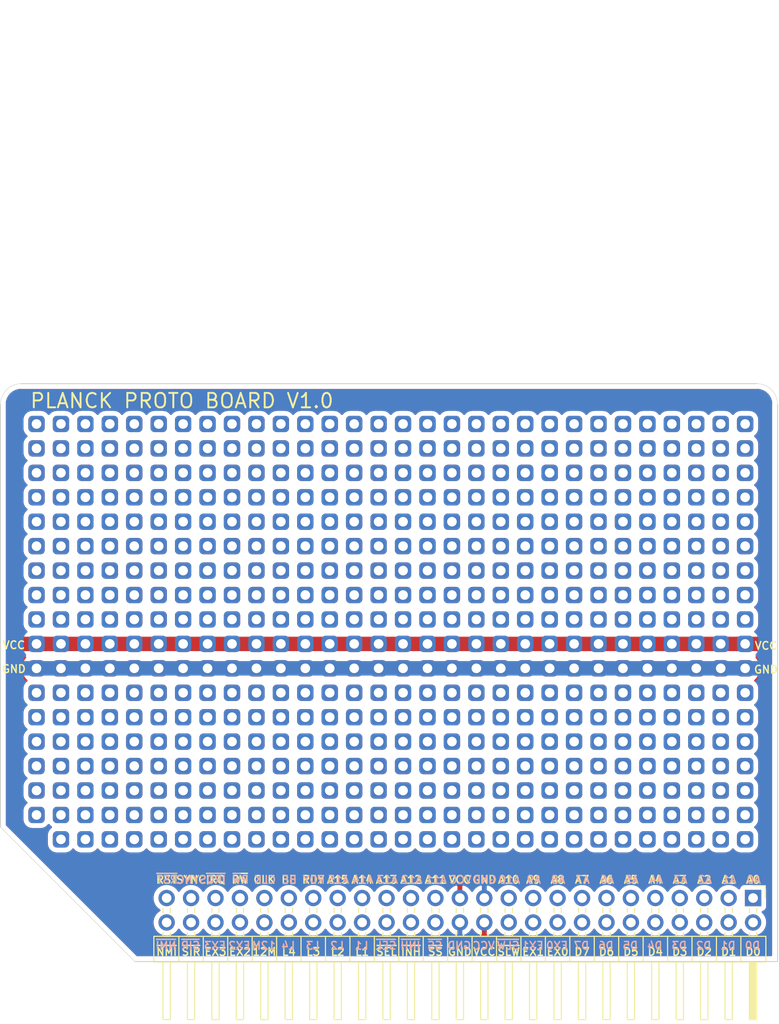
<source format=kicad_pcb>
(kicad_pcb (version 20171130) (host pcbnew "(5.1.6-0-10_14)")
  (layers (0 F.Cu signal) (31 B.Cu signal) (34 B.Paste user) (35 F.Paste user) (36 B.SilkS user) (37 F.SilkS user) (38 B.Mask user) (39 F.Mask user) (44 Edge.Cuts user))
  (net 0 "")
  (net 1 RDY)
  (net 2 A15)
  (net 3 A14)
  (net 4 A13)
  (net 5 A12)
  (net 6 A11)
  (net 7 GND)
  (net 8 +5V)
  (net 9 A10)
  (net 10 A9)
  (net 11 A8)
  (net 12 D7)
  (net 13 A7)
  (net 14 D6)
  (net 15 A6)
  (net 16 D5)
  (net 17 A5)
  (net 18 D4)
  (net 19 A4)
  (net 20 D3)
  (net 21 A3)
  (net 22 D2)
  (net 23 A2)
  (net 24 D1)
  (net 25 A1)
  (net 26 D0)
  (net 27 A0)
  (net 28 CLK)
  (net 29 BE)
  (net 30 SYNC)
  (net 31 EX3)
  (net 32 EX2)
  (net 33 EX1)
  (net 34 EX0)
  (net 35 ~NMI~)
  (net 36 ~RESET~)
  (net 37 ~SLOT_IRQ~)
  (net 38 ~IRQ~)
  (net 39 R~W~)
  (net 40 CLK_12M)
  (net 41 LED4)
  (net 42 LED3)
  (net 43 LED2)
  (net 44 LED1)
  (net 45 ~SLOT_SEL~)
  (net 46 ~INH~)
  (net 47 ~SSEL~)
  (net 48 ~SLOW~)
  (module Connector_PinHeader_2.54mm:PinHole (layer F.Cu) (at 77.4065 -33.02)
    (fp_text reference REF** hide)
    (fp_text value PinHole hide)
    (pad "" thru_hole roundrect (at 0 2.54) (size 1.7 1.7) (drill 1) (layers *.Cu *.Mask) (net 7 GND))
  )
  (module Connector_PinHeader_2.54mm:PinHole (layer F.Cu) (at 74.8665 -33.02)
    (fp_text reference REF** hide)
    (fp_text value PinHole hide)
    (pad "" thru_hole roundrect (at 0 2.54) (size 1.7 1.7) (drill 1) (layers *.Cu *.Mask) (net 7 GND))
  )
  (module Connector_PinHeader_2.54mm:PinHole (layer F.Cu) (at 72.3265 -33.02)
    (fp_text reference REF** hide)
    (fp_text value PinHole hide)
    (pad "" thru_hole roundrect (at 0 2.54) (size 1.7 1.7) (drill 1) (layers *.Cu *.Mask) (net 7 GND))
  )
  (module Connector_PinHeader_2.54mm:PinHole (layer F.Cu) (at 69.7865 -33.02)
    (fp_text reference REF** hide)
    (fp_text value PinHole hide)
    (pad "" thru_hole roundrect (at 0 2.54) (size 1.7 1.7) (drill 1) (layers *.Cu *.Mask) (net 7 GND))
  )
  (module Connector_PinHeader_2.54mm:PinHole (layer F.Cu) (at 67.2465 -33.02)
    (fp_text reference REF** hide)
    (fp_text value PinHole hide)
    (pad "" thru_hole roundrect (at 0 2.54) (size 1.7 1.7) (drill 1) (layers *.Cu *.Mask) (net 7 GND))
  )
  (module Connector_PinHeader_2.54mm:PinHole (layer F.Cu) (at 64.7065 -33.02)
    (fp_text reference REF** hide)
    (fp_text value PinHole hide)
    (pad "" thru_hole roundrect (at 0 2.54) (size 1.7 1.7) (drill 1) (layers *.Cu *.Mask) (net 7 GND))
  )
  (module Connector_PinHeader_2.54mm:PinHole (layer F.Cu) (at 62.1665 -33.02)
    (fp_text reference REF** hide)
    (fp_text value PinHole hide)
    (pad "" thru_hole roundrect (at 0 2.54) (size 1.7 1.7) (drill 1) (layers *.Cu *.Mask) (net 7 GND))
  )
  (module Connector_PinHeader_2.54mm:PinHole (layer F.Cu) (at 59.6265 -33.02)
    (fp_text reference REF** hide)
    (fp_text value PinHole hide)
    (pad "" thru_hole roundrect (at 0 2.54) (size 1.7 1.7) (drill 1) (layers *.Cu *.Mask) (net 7 GND))
  )
  (module Connector_PinHeader_2.54mm:PinHole (layer F.Cu) (at 57.0865 -33.02)
    (fp_text reference REF** hide)
    (fp_text value PinHole hide)
    (pad "" thru_hole roundrect (at 0 2.54) (size 1.7 1.7) (drill 1) (layers *.Cu *.Mask) (net 7 GND))
  )
  (module Connector_PinHeader_2.54mm:PinHole (layer F.Cu) (at 54.5465 -33.02)
    (fp_text reference REF** hide)
    (fp_text value PinHole hide)
    (pad "" thru_hole roundrect (at 0 2.54) (size 1.7 1.7) (drill 1) (layers *.Cu *.Mask) (net 7 GND))
  )
  (module Connector_PinHeader_2.54mm:PinHole (layer F.Cu) (at 52.0065 -33.02)
    (fp_text reference REF** hide)
    (fp_text value PinHole hide)
    (pad "" thru_hole roundrect (at 0 2.54) (size 1.7 1.7) (drill 1) (layers *.Cu *.Mask) (net 7 GND))
  )
  (module Connector_PinHeader_2.54mm:PinHole (layer F.Cu) (at 49.4665 -33.02)
    (fp_text reference REF** hide)
    (fp_text value PinHole hide)
    (pad "" thru_hole roundrect (at 0 2.54) (size 1.7 1.7) (drill 1) (layers *.Cu *.Mask) (net 7 GND))
  )
  (module Connector_PinHeader_2.54mm:PinHole (layer F.Cu) (at 46.9265 -33.02)
    (fp_text reference REF** hide)
    (fp_text value PinHole hide)
    (pad "" thru_hole roundrect (at 0 2.54) (size 1.7 1.7) (drill 1) (layers *.Cu *.Mask) (net 7 GND))
  )
  (module Connector_PinHeader_2.54mm:PinHole (layer F.Cu) (at 44.3865 -33.02)
    (fp_text reference REF** hide)
    (fp_text value PinHole hide)
    (pad "" thru_hole roundrect (at 0 2.54) (size 1.7 1.7) (drill 1) (layers *.Cu *.Mask) (net 7 GND))
  )
  (module Connector_PinHeader_2.54mm:PinHole (layer F.Cu) (at 41.8465 -33.02)
    (fp_text reference REF** hide)
    (fp_text value PinHole hide)
    (pad "" thru_hole roundrect (at 0 2.54) (size 1.7 1.7) (drill 1) (layers *.Cu *.Mask) (net 7 GND))
  )
  (module Connector_PinHeader_2.54mm:PinHole (layer F.Cu) (at 39.3065 -33.02)
    (fp_text reference REF** hide)
    (fp_text value PinHole hide)
    (pad "" thru_hole roundrect (at 0 2.54) (size 1.7 1.7) (drill 1) (layers *.Cu *.Mask) (net 7 GND))
  )
  (module Connector_PinHeader_2.54mm:PinHole (layer F.Cu) (at 36.7665 -33.02)
    (fp_text reference REF** hide)
    (fp_text value PinHole hide)
    (pad "" thru_hole roundrect (at 0 2.54) (size 1.7 1.7) (drill 1) (layers *.Cu *.Mask) (net 7 GND))
  )
  (module Connector_PinHeader_2.54mm:PinHole (layer F.Cu) (at 34.2265 -33.02)
    (fp_text reference REF** hide)
    (fp_text value PinHole hide)
    (pad "" thru_hole roundrect (at 0 2.54) (size 1.7 1.7) (drill 1) (layers *.Cu *.Mask) (net 7 GND))
  )
  (module Connector_PinHeader_2.54mm:PinHole (layer F.Cu) (at 31.6865 -33.02)
    (fp_text reference REF** hide)
    (fp_text value PinHole hide)
    (pad "" thru_hole roundrect (at 0 2.54) (size 1.7 1.7) (drill 1) (layers *.Cu *.Mask) (net 7 GND))
  )
  (module Connector_PinHeader_2.54mm:PinHole (layer F.Cu) (at 29.1465 -33.02)
    (fp_text reference REF** hide)
    (fp_text value PinHole hide)
    (pad "" thru_hole roundrect (at 0 2.54) (size 1.7 1.7) (drill 1) (layers *.Cu *.Mask) (net 7 GND))
  )
  (module Connector_PinHeader_2.54mm:PinHole (layer F.Cu) (at 26.6065 -33.02)
    (fp_text reference REF** hide)
    (fp_text value PinHole hide)
    (pad "" thru_hole roundrect (at 0 2.54) (size 1.7 1.7) (drill 1) (layers *.Cu *.Mask) (net 7 GND))
  )
  (module Connector_PinHeader_2.54mm:PinHole (layer F.Cu) (at 24.0665 -33.02)
    (fp_text reference REF** hide)
    (fp_text value PinHole hide)
    (pad "" thru_hole roundrect (at 0 2.54) (size 1.7 1.7) (drill 1) (layers *.Cu *.Mask) (net 7 GND))
  )
  (module Connector_PinHeader_2.54mm:PinHole (layer F.Cu) (at 21.5265 -33.02)
    (fp_text reference REF** hide)
    (fp_text value PinHole hide)
    (pad "" thru_hole roundrect (at 0 2.54) (size 1.7 1.7) (drill 1) (layers *.Cu *.Mask) (net 7 GND))
  )
  (module Connector_PinHeader_2.54mm:PinHole (layer F.Cu) (at 18.9865 -33.02)
    (fp_text reference REF** hide)
    (fp_text value PinHole hide)
    (pad "" thru_hole roundrect (at 0 2.54) (size 1.7 1.7) (drill 1) (layers *.Cu *.Mask) (net 7 GND))
  )
  (module Connector_PinHeader_2.54mm:PinHole (layer F.Cu) (at 16.4465 -33.02)
    (fp_text reference REF** hide)
    (fp_text value PinHole hide)
    (pad "" thru_hole roundrect (at 0 2.54) (size 1.7 1.7) (drill 1) (layers *.Cu *.Mask) (net 7 GND))
  )
  (module Connector_PinHeader_2.54mm:PinHole (layer F.Cu) (at 13.9065 -33.02)
    (fp_text reference REF** hide)
    (fp_text value PinHole hide)
    (pad "" thru_hole roundrect (at 0 2.54) (size 1.7 1.7) (drill 1) (layers *.Cu *.Mask) (net 7 GND))
  )
  (module Connector_PinHeader_2.54mm:PinHole (layer F.Cu) (at 11.3665 -33.02)
    (fp_text reference REF** hide)
    (fp_text value PinHole hide)
    (pad "" thru_hole roundrect (at 0 2.54) (size 1.7 1.7) (drill 1) (layers *.Cu *.Mask) (net 7 GND))
  )
  (module Connector_PinHeader_2.54mm:PinHole (layer F.Cu) (at 8.8265 -33.02)
    (fp_text reference REF** hide)
    (fp_text value PinHole hide)
    (pad "" thru_hole roundrect (at 0 2.54) (size 1.7 1.7) (drill 1) (layers *.Cu *.Mask) (net 7 GND))
  )
  (module Connector_PinHeader_2.54mm:PinHole (layer F.Cu) (at 6.2865 -33.02)
    (fp_text reference REF** hide)
    (fp_text value PinHole hide)
    (pad "" thru_hole roundrect (at 0 2.54) (size 1.7 1.7) (drill 1) (layers *.Cu *.Mask) (net 7 GND))
  )
  (module Connector_PinHeader_2.54mm:PinHole (layer F.Cu) (at 77.4065 -35.56)
    (fp_text reference REF** hide)
    (fp_text value PinHole hide)
    (pad "" thru_hole roundrect (at 0 2.54) (size 1.7 1.7) (drill 1) (layers *.Cu *.Mask) (net 8 +5V))
  )
  (module Connector_PinHeader_2.54mm:PinHole (layer F.Cu) (at 74.8665 -35.56)
    (fp_text reference REF** hide)
    (fp_text value PinHole hide)
    (pad "" thru_hole roundrect (at 0 2.54) (size 1.7 1.7) (drill 1) (layers *.Cu *.Mask) (net 8 +5V))
  )
  (module Connector_PinHeader_2.54mm:PinHole (layer F.Cu) (at 72.3265 -35.56)
    (fp_text reference REF** hide)
    (fp_text value PinHole hide)
    (pad "" thru_hole roundrect (at 0 2.54) (size 1.7 1.7) (drill 1) (layers *.Cu *.Mask) (net 8 +5V))
  )
  (module Connector_PinHeader_2.54mm:PinHole (layer F.Cu) (at 69.7865 -35.56)
    (fp_text reference REF** hide)
    (fp_text value PinHole hide)
    (pad "" thru_hole roundrect (at 0 2.54) (size 1.7 1.7) (drill 1) (layers *.Cu *.Mask) (net 8 +5V))
  )
  (module Connector_PinHeader_2.54mm:PinHole (layer F.Cu) (at 67.2465 -35.56)
    (fp_text reference REF** hide)
    (fp_text value PinHole hide)
    (pad "" thru_hole roundrect (at 0 2.54) (size 1.7 1.7) (drill 1) (layers *.Cu *.Mask) (net 8 +5V))
  )
  (module Connector_PinHeader_2.54mm:PinHole (layer F.Cu) (at 64.7065 -35.56)
    (fp_text reference REF** hide)
    (fp_text value PinHole hide)
    (pad "" thru_hole roundrect (at 0 2.54) (size 1.7 1.7) (drill 1) (layers *.Cu *.Mask) (net 8 +5V))
  )
  (module Connector_PinHeader_2.54mm:PinHole (layer F.Cu) (at 62.1665 -35.56)
    (fp_text reference REF** hide)
    (fp_text value PinHole hide)
    (pad "" thru_hole roundrect (at 0 2.54) (size 1.7 1.7) (drill 1) (layers *.Cu *.Mask) (net 8 +5V))
  )
  (module Connector_PinHeader_2.54mm:PinHole (layer F.Cu) (at 59.6265 -35.56)
    (fp_text reference REF** hide)
    (fp_text value PinHole hide)
    (pad "" thru_hole roundrect (at 0 2.54) (size 1.7 1.7) (drill 1) (layers *.Cu *.Mask) (net 8 +5V))
  )
  (module Connector_PinHeader_2.54mm:PinHole (layer F.Cu) (at 57.0865 -35.56)
    (fp_text reference REF** hide)
    (fp_text value PinHole hide)
    (pad "" thru_hole roundrect (at 0 2.54) (size 1.7 1.7) (drill 1) (layers *.Cu *.Mask) (net 8 +5V))
  )
  (module Connector_PinHeader_2.54mm:PinHole (layer F.Cu) (at 54.5465 -35.56)
    (fp_text reference REF** hide)
    (fp_text value PinHole hide)
    (pad "" thru_hole roundrect (at 0 2.54) (size 1.7 1.7) (drill 1) (layers *.Cu *.Mask) (net 8 +5V))
  )
  (module Connector_PinHeader_2.54mm:PinHole (layer F.Cu) (at 52.0065 -35.56)
    (fp_text reference REF** hide)
    (fp_text value PinHole hide)
    (pad "" thru_hole roundrect (at 0 2.54) (size 1.7 1.7) (drill 1) (layers *.Cu *.Mask) (net 8 +5V))
  )
  (module Connector_PinHeader_2.54mm:PinHole (layer F.Cu) (at 49.4665 -35.56)
    (fp_text reference REF** hide)
    (fp_text value PinHole hide)
    (pad "" thru_hole roundrect (at 0 2.54) (size 1.7 1.7) (drill 1) (layers *.Cu *.Mask) (net 8 +5V))
  )
  (module Connector_PinHeader_2.54mm:PinHole (layer F.Cu) (at 46.9265 -35.56)
    (fp_text reference REF** hide)
    (fp_text value PinHole hide)
    (pad "" thru_hole roundrect (at 0 2.54) (size 1.7 1.7) (drill 1) (layers *.Cu *.Mask) (net 8 +5V))
  )
  (module Connector_PinHeader_2.54mm:PinHole (layer F.Cu) (at 44.3865 -35.56)
    (fp_text reference REF** hide)
    (fp_text value PinHole hide)
    (pad "" thru_hole roundrect (at 0 2.54) (size 1.7 1.7) (drill 1) (layers *.Cu *.Mask) (net 8 +5V))
  )
  (module Connector_PinHeader_2.54mm:PinHole (layer F.Cu) (at 41.8465 -35.56)
    (fp_text reference REF** hide)
    (fp_text value PinHole hide)
    (pad "" thru_hole roundrect (at 0 2.54) (size 1.7 1.7) (drill 1) (layers *.Cu *.Mask) (net 8 +5V))
  )
  (module Connector_PinHeader_2.54mm:PinHole (layer F.Cu) (at 39.3065 -35.56)
    (fp_text reference REF** hide)
    (fp_text value PinHole hide)
    (pad "" thru_hole roundrect (at 0 2.54) (size 1.7 1.7) (drill 1) (layers *.Cu *.Mask) (net 8 +5V))
  )
  (module Connector_PinHeader_2.54mm:PinHole (layer F.Cu) (at 36.7665 -35.56)
    (fp_text reference REF** hide)
    (fp_text value PinHole hide)
    (pad "" thru_hole roundrect (at 0 2.54) (size 1.7 1.7) (drill 1) (layers *.Cu *.Mask) (net 8 +5V))
  )
  (module Connector_PinHeader_2.54mm:PinHole (layer F.Cu) (at 34.2265 -35.56)
    (fp_text reference REF** hide)
    (fp_text value PinHole hide)
    (pad "" thru_hole roundrect (at 0 2.54) (size 1.7 1.7) (drill 1) (layers *.Cu *.Mask) (net 8 +5V))
  )
  (module Connector_PinHeader_2.54mm:PinHole (layer F.Cu) (at 31.6865 -35.56)
    (fp_text reference REF** hide)
    (fp_text value PinHole hide)
    (pad "" thru_hole roundrect (at 0 2.54) (size 1.7 1.7) (drill 1) (layers *.Cu *.Mask) (net 8 +5V))
  )
  (module Connector_PinHeader_2.54mm:PinHole (layer F.Cu) (at 29.1465 -35.56)
    (fp_text reference REF** hide)
    (fp_text value PinHole hide)
    (pad "" thru_hole roundrect (at 0 2.54) (size 1.7 1.7) (drill 1) (layers *.Cu *.Mask) (net 8 +5V))
  )
  (module Connector_PinHeader_2.54mm:PinHole (layer F.Cu) (at 26.6065 -35.56)
    (fp_text reference REF** hide)
    (fp_text value PinHole hide)
    (pad "" thru_hole roundrect (at 0 2.54) (size 1.7 1.7) (drill 1) (layers *.Cu *.Mask) (net 8 +5V))
  )
  (module Connector_PinHeader_2.54mm:PinHole (layer F.Cu) (at 24.0665 -35.56)
    (fp_text reference REF** hide)
    (fp_text value PinHole hide)
    (pad "" thru_hole roundrect (at 0 2.54) (size 1.7 1.7) (drill 1) (layers *.Cu *.Mask) (net 8 +5V))
  )
  (module Connector_PinHeader_2.54mm:PinHole (layer F.Cu) (at 21.5265 -35.56)
    (fp_text reference REF** hide)
    (fp_text value PinHole hide)
    (pad "" thru_hole roundrect (at 0 2.54) (size 1.7 1.7) (drill 1) (layers *.Cu *.Mask) (net 8 +5V))
  )
  (module Connector_PinHeader_2.54mm:PinHole (layer F.Cu) (at 18.9865 -35.56)
    (fp_text reference REF** hide)
    (fp_text value PinHole hide)
    (pad "" thru_hole roundrect (at 0 2.54) (size 1.7 1.7) (drill 1) (layers *.Cu *.Mask) (net 8 +5V))
  )
  (module Connector_PinHeader_2.54mm:PinHole (layer F.Cu) (at 16.4465 -35.56)
    (fp_text reference REF** hide)
    (fp_text value PinHole hide)
    (pad "" thru_hole roundrect (at 0 2.54) (size 1.7 1.7) (drill 1) (layers *.Cu *.Mask) (net 8 +5V))
  )
  (module Connector_PinHeader_2.54mm:PinHole (layer F.Cu) (at 13.9065 -35.56)
    (fp_text reference REF** hide)
    (fp_text value PinHole hide)
    (pad "" thru_hole roundrect (at 0 2.54) (size 1.7 1.7) (drill 1) (layers *.Cu *.Mask) (net 8 +5V))
  )
  (module Connector_PinHeader_2.54mm:PinHole (layer F.Cu) (at 11.3665 -35.56)
    (fp_text reference REF** hide)
    (fp_text value PinHole hide)
    (pad "" thru_hole roundrect (at 0 2.54) (size 1.7 1.7) (drill 1) (layers *.Cu *.Mask) (net 8 +5V))
  )
  (module Connector_PinHeader_2.54mm:PinHole (layer F.Cu) (at 8.8265 -35.56)
    (fp_text reference REF** hide)
    (fp_text value PinHole hide)
    (pad "" thru_hole roundrect (at 0 2.54) (size 1.7 1.7) (drill 1) (layers *.Cu *.Mask) (net 8 +5V))
  )
  (module Connector_PinHeader_2.54mm:PinHole (layer F.Cu) (at 6.2865 -35.56)
    (fp_text reference REF** hide)
    (fp_text value PinHole hide)
    (pad "" thru_hole roundrect (at 0 2.54) (size 1.7 1.7) (drill 1) (layers *.Cu *.Mask) (net 8 +5V))
  )
  (module Connector_PinHeader_2.54mm:PinHole (layer F.Cu) (at 77.4065 -15.24)
    (fp_text reference REF** hide)
    (fp_text value PinHole hide)
    (pad "" thru_hole roundrect (at 0 2.54) (size 1.7 1.7) (drill 1) (layers *.Cu *.Mask))
  )
  (module Connector_PinHeader_2.54mm:PinHole (layer F.Cu) (at 74.8665 -15.24)
    (fp_text reference REF** hide)
    (fp_text value PinHole hide)
    (pad "" thru_hole roundrect (at 0 2.54) (size 1.7 1.7) (drill 1) (layers *.Cu *.Mask))
  )
  (module Connector_PinHeader_2.54mm:PinHole (layer F.Cu) (at 72.3265 -15.24)
    (fp_text reference REF** hide)
    (fp_text value PinHole hide)
    (pad "" thru_hole roundrect (at 0 2.54) (size 1.7 1.7) (drill 1) (layers *.Cu *.Mask))
  )
  (module Connector_PinHeader_2.54mm:PinHole (layer F.Cu) (at 69.7865 -15.24)
    (fp_text reference REF** hide)
    (fp_text value PinHole hide)
    (pad "" thru_hole roundrect (at 0 2.54) (size 1.7 1.7) (drill 1) (layers *.Cu *.Mask))
  )
  (module Connector_PinHeader_2.54mm:PinHole (layer F.Cu) (at 67.2465 -15.24)
    (fp_text reference REF** hide)
    (fp_text value PinHole hide)
    (pad "" thru_hole roundrect (at 0 2.54) (size 1.7 1.7) (drill 1) (layers *.Cu *.Mask))
  )
  (module Connector_PinHeader_2.54mm:PinHole (layer F.Cu) (at 64.7065 -15.24)
    (fp_text reference REF** hide)
    (fp_text value PinHole hide)
    (pad "" thru_hole roundrect (at 0 2.54) (size 1.7 1.7) (drill 1) (layers *.Cu *.Mask))
  )
  (module Connector_PinHeader_2.54mm:PinHole (layer F.Cu) (at 62.1665 -15.24)
    (fp_text reference REF** hide)
    (fp_text value PinHole hide)
    (pad "" thru_hole roundrect (at 0 2.54) (size 1.7 1.7) (drill 1) (layers *.Cu *.Mask))
  )
  (module Connector_PinHeader_2.54mm:PinHole (layer F.Cu) (at 59.6265 -15.24)
    (fp_text reference REF** hide)
    (fp_text value PinHole hide)
    (pad "" thru_hole roundrect (at 0 2.54) (size 1.7 1.7) (drill 1) (layers *.Cu *.Mask))
  )
  (module Connector_PinHeader_2.54mm:PinHole (layer F.Cu) (at 57.0865 -15.24)
    (fp_text reference REF** hide)
    (fp_text value PinHole hide)
    (pad "" thru_hole roundrect (at 0 2.54) (size 1.7 1.7) (drill 1) (layers *.Cu *.Mask))
  )
  (module Connector_PinHeader_2.54mm:PinHole (layer F.Cu) (at 54.5465 -15.24)
    (fp_text reference REF** hide)
    (fp_text value PinHole hide)
    (pad "" thru_hole roundrect (at 0 2.54) (size 1.7 1.7) (drill 1) (layers *.Cu *.Mask))
  )
  (module Connector_PinHeader_2.54mm:PinHole (layer F.Cu) (at 52.0065 -15.24)
    (fp_text reference REF** hide)
    (fp_text value PinHole hide)
    (pad "" thru_hole roundrect (at 0 2.54) (size 1.7 1.7) (drill 1) (layers *.Cu *.Mask))
  )
  (module Connector_PinHeader_2.54mm:PinHole (layer F.Cu) (at 49.4665 -15.24)
    (fp_text reference REF** hide)
    (fp_text value PinHole hide)
    (pad "" thru_hole roundrect (at 0 2.54) (size 1.7 1.7) (drill 1) (layers *.Cu *.Mask))
  )
  (module Connector_PinHeader_2.54mm:PinHole (layer F.Cu) (at 46.9265 -15.24)
    (fp_text reference REF** hide)
    (fp_text value PinHole hide)
    (pad "" thru_hole roundrect (at 0 2.54) (size 1.7 1.7) (drill 1) (layers *.Cu *.Mask))
  )
  (module Connector_PinHeader_2.54mm:PinHole (layer F.Cu) (at 44.3865 -15.24)
    (fp_text reference REF** hide)
    (fp_text value PinHole hide)
    (pad "" thru_hole roundrect (at 0 2.54) (size 1.7 1.7) (drill 1) (layers *.Cu *.Mask))
  )
  (module Connector_PinHeader_2.54mm:PinHole (layer F.Cu) (at 41.8465 -15.24)
    (fp_text reference REF** hide)
    (fp_text value PinHole hide)
    (pad "" thru_hole roundrect (at 0 2.54) (size 1.7 1.7) (drill 1) (layers *.Cu *.Mask))
  )
  (module Connector_PinHeader_2.54mm:PinHole (layer F.Cu) (at 39.3065 -15.24)
    (fp_text reference REF** hide)
    (fp_text value PinHole hide)
    (pad "" thru_hole roundrect (at 0 2.54) (size 1.7 1.7) (drill 1) (layers *.Cu *.Mask))
  )
  (module Connector_PinHeader_2.54mm:PinHole (layer F.Cu) (at 36.7665 -15.24)
    (fp_text reference REF** hide)
    (fp_text value PinHole hide)
    (pad "" thru_hole roundrect (at 0 2.54) (size 1.7 1.7) (drill 1) (layers *.Cu *.Mask))
  )
  (module Connector_PinHeader_2.54mm:PinHole (layer F.Cu) (at 34.2265 -15.24)
    (fp_text reference REF** hide)
    (fp_text value PinHole hide)
    (pad "" thru_hole roundrect (at 0 2.54) (size 1.7 1.7) (drill 1) (layers *.Cu *.Mask))
  )
  (module Connector_PinHeader_2.54mm:PinHole (layer F.Cu) (at 31.6865 -15.24)
    (fp_text reference REF** hide)
    (fp_text value PinHole hide)
    (pad "" thru_hole roundrect (at 0 2.54) (size 1.7 1.7) (drill 1) (layers *.Cu *.Mask))
  )
  (module Connector_PinHeader_2.54mm:PinHole (layer F.Cu) (at 29.1465 -15.24)
    (fp_text reference REF** hide)
    (fp_text value PinHole hide)
    (pad "" thru_hole roundrect (at 0 2.54) (size 1.7 1.7) (drill 1) (layers *.Cu *.Mask))
  )
  (module Connector_PinHeader_2.54mm:PinHole (layer F.Cu) (at 26.6065 -15.24)
    (fp_text reference REF** hide)
    (fp_text value PinHole hide)
    (pad "" thru_hole roundrect (at 0 2.54) (size 1.7 1.7) (drill 1) (layers *.Cu *.Mask))
  )
  (module Connector_PinHeader_2.54mm:PinHole (layer F.Cu) (at 24.0665 -15.24)
    (fp_text reference REF** hide)
    (fp_text value PinHole hide)
    (pad "" thru_hole roundrect (at 0 2.54) (size 1.7 1.7) (drill 1) (layers *.Cu *.Mask))
  )
  (module Connector_PinHeader_2.54mm:PinHole (layer F.Cu) (at 21.5265 -15.24)
    (fp_text reference REF** hide)
    (fp_text value PinHole hide)
    (pad "" thru_hole roundrect (at 0 2.54) (size 1.7 1.7) (drill 1) (layers *.Cu *.Mask))
  )
  (module Connector_PinHeader_2.54mm:PinHole (layer F.Cu) (at 18.9865 -15.24)
    (fp_text reference REF** hide)
    (fp_text value PinHole hide)
    (pad "" thru_hole roundrect (at 0 2.54) (size 1.7 1.7) (drill 1) (layers *.Cu *.Mask))
  )
  (module Connector_PinHeader_2.54mm:PinHole (layer F.Cu) (at 16.4465 -15.24)
    (fp_text reference REF** hide)
    (fp_text value PinHole hide)
    (pad "" thru_hole roundrect (at 0 2.54) (size 1.7 1.7) (drill 1) (layers *.Cu *.Mask))
  )
  (module Connector_PinHeader_2.54mm:PinHole (layer F.Cu) (at 13.9065 -15.24)
    (fp_text reference REF** hide)
    (fp_text value PinHole hide)
    (pad "" thru_hole roundrect (at 0 2.54) (size 1.7 1.7) (drill 1) (layers *.Cu *.Mask))
  )
  (module Connector_PinHeader_2.54mm:PinHole (layer F.Cu) (at 11.3665 -15.24)
    (fp_text reference REF** hide)
    (fp_text value PinHole hide)
    (pad "" thru_hole roundrect (at 0 2.54) (size 1.7 1.7) (drill 1) (layers *.Cu *.Mask))
  )
  (module Connector_PinHeader_2.54mm:PinHole (layer F.Cu) (at 8.8265 -15.24)
    (fp_text reference REF** hide)
    (fp_text value PinHole hide)
    (pad "" thru_hole roundrect (at 0 2.54) (size 1.7 1.7) (drill 1) (layers *.Cu *.Mask))
  )
  (module Connector_PinHeader_2.54mm:PinHole (layer F.Cu) (at 6.2865 -15.24)
    (fp_text reference REF** hide)
    (fp_text value PinHole hide)
    (pad "" thru_hole roundrect (at 0 2.54) (size 1.7 1.7) (drill 1) (layers *.Cu *.Mask))
  )
  (module Connector_PinHeader_2.54mm:PinHole (layer F.Cu) (at 77.4065 -17.78)
    (fp_text reference REF** hide)
    (fp_text value PinHole hide)
    (pad "" thru_hole roundrect (at 0 2.54) (size 1.7 1.7) (drill 1) (layers *.Cu *.Mask))
  )
  (module Connector_PinHeader_2.54mm:PinHole (layer F.Cu) (at 74.8665 -17.78)
    (fp_text reference REF** hide)
    (fp_text value PinHole hide)
    (pad "" thru_hole roundrect (at 0 2.54) (size 1.7 1.7) (drill 1) (layers *.Cu *.Mask))
  )
  (module Connector_PinHeader_2.54mm:PinHole (layer F.Cu) (at 72.3265 -17.78)
    (fp_text reference REF** hide)
    (fp_text value PinHole hide)
    (pad "" thru_hole roundrect (at 0 2.54) (size 1.7 1.7) (drill 1) (layers *.Cu *.Mask))
  )
  (module Connector_PinHeader_2.54mm:PinHole (layer F.Cu) (at 69.7865 -17.78)
    (fp_text reference REF** hide)
    (fp_text value PinHole hide)
    (pad "" thru_hole roundrect (at 0 2.54) (size 1.7 1.7) (drill 1) (layers *.Cu *.Mask))
  )
  (module Connector_PinHeader_2.54mm:PinHole (layer F.Cu) (at 67.2465 -17.78)
    (fp_text reference REF** hide)
    (fp_text value PinHole hide)
    (pad "" thru_hole roundrect (at 0 2.54) (size 1.7 1.7) (drill 1) (layers *.Cu *.Mask))
  )
  (module Connector_PinHeader_2.54mm:PinHole (layer F.Cu) (at 64.7065 -17.78)
    (fp_text reference REF** hide)
    (fp_text value PinHole hide)
    (pad "" thru_hole roundrect (at 0 2.54) (size 1.7 1.7) (drill 1) (layers *.Cu *.Mask))
  )
  (module Connector_PinHeader_2.54mm:PinHole (layer F.Cu) (at 62.1665 -17.78)
    (fp_text reference REF** hide)
    (fp_text value PinHole hide)
    (pad "" thru_hole roundrect (at 0 2.54) (size 1.7 1.7) (drill 1) (layers *.Cu *.Mask))
  )
  (module Connector_PinHeader_2.54mm:PinHole (layer F.Cu) (at 59.6265 -17.78)
    (fp_text reference REF** hide)
    (fp_text value PinHole hide)
    (pad "" thru_hole roundrect (at 0 2.54) (size 1.7 1.7) (drill 1) (layers *.Cu *.Mask))
  )
  (module Connector_PinHeader_2.54mm:PinHole (layer F.Cu) (at 57.0865 -17.78)
    (fp_text reference REF** hide)
    (fp_text value PinHole hide)
    (pad "" thru_hole roundrect (at 0 2.54) (size 1.7 1.7) (drill 1) (layers *.Cu *.Mask))
  )
  (module Connector_PinHeader_2.54mm:PinHole (layer F.Cu) (at 54.5465 -17.78)
    (fp_text reference REF** hide)
    (fp_text value PinHole hide)
    (pad "" thru_hole roundrect (at 0 2.54) (size 1.7 1.7) (drill 1) (layers *.Cu *.Mask))
  )
  (module Connector_PinHeader_2.54mm:PinHole (layer F.Cu) (at 52.0065 -17.78)
    (fp_text reference REF** hide)
    (fp_text value PinHole hide)
    (pad "" thru_hole roundrect (at 0 2.54) (size 1.7 1.7) (drill 1) (layers *.Cu *.Mask))
  )
  (module Connector_PinHeader_2.54mm:PinHole (layer F.Cu) (at 49.4665 -17.78)
    (fp_text reference REF** hide)
    (fp_text value PinHole hide)
    (pad "" thru_hole roundrect (at 0 2.54) (size 1.7 1.7) (drill 1) (layers *.Cu *.Mask))
  )
  (module Connector_PinHeader_2.54mm:PinHole (layer F.Cu) (at 46.9265 -17.78)
    (fp_text reference REF** hide)
    (fp_text value PinHole hide)
    (pad "" thru_hole roundrect (at 0 2.54) (size 1.7 1.7) (drill 1) (layers *.Cu *.Mask))
  )
  (module Connector_PinHeader_2.54mm:PinHole (layer F.Cu) (at 44.3865 -17.78)
    (fp_text reference REF** hide)
    (fp_text value PinHole hide)
    (pad "" thru_hole roundrect (at 0 2.54) (size 1.7 1.7) (drill 1) (layers *.Cu *.Mask))
  )
  (module Connector_PinHeader_2.54mm:PinHole (layer F.Cu) (at 41.8465 -17.78)
    (fp_text reference REF** hide)
    (fp_text value PinHole hide)
    (pad "" thru_hole roundrect (at 0 2.54) (size 1.7 1.7) (drill 1) (layers *.Cu *.Mask))
  )
  (module Connector_PinHeader_2.54mm:PinHole (layer F.Cu) (at 39.3065 -17.78)
    (fp_text reference REF** hide)
    (fp_text value PinHole hide)
    (pad "" thru_hole roundrect (at 0 2.54) (size 1.7 1.7) (drill 1) (layers *.Cu *.Mask))
  )
  (module Connector_PinHeader_2.54mm:PinHole (layer F.Cu) (at 36.7665 -17.78)
    (fp_text reference REF** hide)
    (fp_text value PinHole hide)
    (pad "" thru_hole roundrect (at 0 2.54) (size 1.7 1.7) (drill 1) (layers *.Cu *.Mask))
  )
  (module Connector_PinHeader_2.54mm:PinHole (layer F.Cu) (at 34.2265 -17.78)
    (fp_text reference REF** hide)
    (fp_text value PinHole hide)
    (pad "" thru_hole roundrect (at 0 2.54) (size 1.7 1.7) (drill 1) (layers *.Cu *.Mask))
  )
  (module Connector_PinHeader_2.54mm:PinHole (layer F.Cu) (at 31.6865 -17.78)
    (fp_text reference REF** hide)
    (fp_text value PinHole hide)
    (pad "" thru_hole roundrect (at 0 2.54) (size 1.7 1.7) (drill 1) (layers *.Cu *.Mask))
  )
  (module Connector_PinHeader_2.54mm:PinHole (layer F.Cu) (at 29.1465 -17.78)
    (fp_text reference REF** hide)
    (fp_text value PinHole hide)
    (pad "" thru_hole roundrect (at 0 2.54) (size 1.7 1.7) (drill 1) (layers *.Cu *.Mask))
  )
  (module Connector_PinHeader_2.54mm:PinHole (layer F.Cu) (at 26.6065 -17.78)
    (fp_text reference REF** hide)
    (fp_text value PinHole hide)
    (pad "" thru_hole roundrect (at 0 2.54) (size 1.7 1.7) (drill 1) (layers *.Cu *.Mask))
  )
  (module Connector_PinHeader_2.54mm:PinHole (layer F.Cu) (at 24.0665 -17.78)
    (fp_text reference REF** hide)
    (fp_text value PinHole hide)
    (pad "" thru_hole roundrect (at 0 2.54) (size 1.7 1.7) (drill 1) (layers *.Cu *.Mask))
  )
  (module Connector_PinHeader_2.54mm:PinHole (layer F.Cu) (at 21.5265 -17.78)
    (fp_text reference REF** hide)
    (fp_text value PinHole hide)
    (pad "" thru_hole roundrect (at 0 2.54) (size 1.7 1.7) (drill 1) (layers *.Cu *.Mask))
  )
  (module Connector_PinHeader_2.54mm:PinHole (layer F.Cu) (at 18.9865 -17.78)
    (fp_text reference REF** hide)
    (fp_text value PinHole hide)
    (pad "" thru_hole roundrect (at 0 2.54) (size 1.7 1.7) (drill 1) (layers *.Cu *.Mask))
  )
  (module Connector_PinHeader_2.54mm:PinHole (layer F.Cu) (at 16.4465 -17.78)
    (fp_text reference REF** hide)
    (fp_text value PinHole hide)
    (pad "" thru_hole roundrect (at 0 2.54) (size 1.7 1.7) (drill 1) (layers *.Cu *.Mask))
  )
  (module Connector_PinHeader_2.54mm:PinHole (layer F.Cu) (at 13.9065 -17.78)
    (fp_text reference REF** hide)
    (fp_text value PinHole hide)
    (pad "" thru_hole roundrect (at 0 2.54) (size 1.7 1.7) (drill 1) (layers *.Cu *.Mask))
  )
  (module Connector_PinHeader_2.54mm:PinHole (layer F.Cu) (at 11.3665 -17.78)
    (fp_text reference REF** hide)
    (fp_text value PinHole hide)
    (pad "" thru_hole roundrect (at 0 2.54) (size 1.7 1.7) (drill 1) (layers *.Cu *.Mask))
  )
  (module Connector_PinHeader_2.54mm:PinHole (layer F.Cu) (at 8.8265 -17.78)
    (fp_text reference REF** hide)
    (fp_text value PinHole hide)
    (pad "" thru_hole roundrect (at 0 2.54) (size 1.7 1.7) (drill 1) (layers *.Cu *.Mask))
  )
  (module Connector_PinHeader_2.54mm:PinHole (layer F.Cu) (at 6.2865 -17.78)
    (fp_text reference REF** hide)
    (fp_text value PinHole hide)
    (pad "" thru_hole roundrect (at 0 2.54) (size 1.7 1.7) (drill 1) (layers *.Cu *.Mask))
  )
  (module Connector_PinHeader_2.54mm:PinHole (layer F.Cu) (at 3.7465 -17.78)
    (fp_text reference REF** hide)
    (fp_text value PinHole hide)
    (pad "" thru_hole roundrect (at 0 2.54) (size 1.7 1.7) (drill 1) (layers *.Cu *.Mask))
  )
  (module Connector_PinHeader_2.54mm:PinHole (layer F.Cu) (at 77.4065 -20.32)
    (fp_text reference REF** hide)
    (fp_text value PinHole hide)
    (pad "" thru_hole roundrect (at 0 2.54) (size 1.7 1.7) (drill 1) (layers *.Cu *.Mask))
  )
  (module Connector_PinHeader_2.54mm:PinHole (layer F.Cu) (at 74.8665 -20.32)
    (fp_text reference REF** hide)
    (fp_text value PinHole hide)
    (pad "" thru_hole roundrect (at 0 2.54) (size 1.7 1.7) (drill 1) (layers *.Cu *.Mask))
  )
  (module Connector_PinHeader_2.54mm:PinHole (layer F.Cu) (at 72.3265 -20.32)
    (fp_text reference REF** hide)
    (fp_text value PinHole hide)
    (pad "" thru_hole roundrect (at 0 2.54) (size 1.7 1.7) (drill 1) (layers *.Cu *.Mask))
  )
  (module Connector_PinHeader_2.54mm:PinHole (layer F.Cu) (at 69.7865 -20.32)
    (fp_text reference REF** hide)
    (fp_text value PinHole hide)
    (pad "" thru_hole roundrect (at 0 2.54) (size 1.7 1.7) (drill 1) (layers *.Cu *.Mask))
  )
  (module Connector_PinHeader_2.54mm:PinHole (layer F.Cu) (at 67.2465 -20.32)
    (fp_text reference REF** hide)
    (fp_text value PinHole hide)
    (pad "" thru_hole roundrect (at 0 2.54) (size 1.7 1.7) (drill 1) (layers *.Cu *.Mask))
  )
  (module Connector_PinHeader_2.54mm:PinHole (layer F.Cu) (at 64.7065 -20.32)
    (fp_text reference REF** hide)
    (fp_text value PinHole hide)
    (pad "" thru_hole roundrect (at 0 2.54) (size 1.7 1.7) (drill 1) (layers *.Cu *.Mask))
  )
  (module Connector_PinHeader_2.54mm:PinHole (layer F.Cu) (at 62.1665 -20.32)
    (fp_text reference REF** hide)
    (fp_text value PinHole hide)
    (pad "" thru_hole roundrect (at 0 2.54) (size 1.7 1.7) (drill 1) (layers *.Cu *.Mask))
  )
  (module Connector_PinHeader_2.54mm:PinHole (layer F.Cu) (at 59.6265 -20.32)
    (fp_text reference REF** hide)
    (fp_text value PinHole hide)
    (pad "" thru_hole roundrect (at 0 2.54) (size 1.7 1.7) (drill 1) (layers *.Cu *.Mask))
  )
  (module Connector_PinHeader_2.54mm:PinHole (layer F.Cu) (at 57.0865 -20.32)
    (fp_text reference REF** hide)
    (fp_text value PinHole hide)
    (pad "" thru_hole roundrect (at 0 2.54) (size 1.7 1.7) (drill 1) (layers *.Cu *.Mask))
  )
  (module Connector_PinHeader_2.54mm:PinHole (layer F.Cu) (at 54.5465 -20.32)
    (fp_text reference REF** hide)
    (fp_text value PinHole hide)
    (pad "" thru_hole roundrect (at 0 2.54) (size 1.7 1.7) (drill 1) (layers *.Cu *.Mask))
  )
  (module Connector_PinHeader_2.54mm:PinHole (layer F.Cu) (at 52.0065 -20.32)
    (fp_text reference REF** hide)
    (fp_text value PinHole hide)
    (pad "" thru_hole roundrect (at 0 2.54) (size 1.7 1.7) (drill 1) (layers *.Cu *.Mask))
  )
  (module Connector_PinHeader_2.54mm:PinHole (layer F.Cu) (at 49.4665 -20.32)
    (fp_text reference REF** hide)
    (fp_text value PinHole hide)
    (pad "" thru_hole roundrect (at 0 2.54) (size 1.7 1.7) (drill 1) (layers *.Cu *.Mask))
  )
  (module Connector_PinHeader_2.54mm:PinHole (layer F.Cu) (at 46.9265 -20.32)
    (fp_text reference REF** hide)
    (fp_text value PinHole hide)
    (pad "" thru_hole roundrect (at 0 2.54) (size 1.7 1.7) (drill 1) (layers *.Cu *.Mask))
  )
  (module Connector_PinHeader_2.54mm:PinHole (layer F.Cu) (at 44.3865 -20.32)
    (fp_text reference REF** hide)
    (fp_text value PinHole hide)
    (pad "" thru_hole roundrect (at 0 2.54) (size 1.7 1.7) (drill 1) (layers *.Cu *.Mask))
  )
  (module Connector_PinHeader_2.54mm:PinHole (layer F.Cu) (at 41.8465 -20.32)
    (fp_text reference REF** hide)
    (fp_text value PinHole hide)
    (pad "" thru_hole roundrect (at 0 2.54) (size 1.7 1.7) (drill 1) (layers *.Cu *.Mask))
  )
  (module Connector_PinHeader_2.54mm:PinHole (layer F.Cu) (at 39.3065 -20.32)
    (fp_text reference REF** hide)
    (fp_text value PinHole hide)
    (pad "" thru_hole roundrect (at 0 2.54) (size 1.7 1.7) (drill 1) (layers *.Cu *.Mask))
  )
  (module Connector_PinHeader_2.54mm:PinHole (layer F.Cu) (at 36.7665 -20.32)
    (fp_text reference REF** hide)
    (fp_text value PinHole hide)
    (pad "" thru_hole roundrect (at 0 2.54) (size 1.7 1.7) (drill 1) (layers *.Cu *.Mask))
  )
  (module Connector_PinHeader_2.54mm:PinHole (layer F.Cu) (at 34.2265 -20.32)
    (fp_text reference REF** hide)
    (fp_text value PinHole hide)
    (pad "" thru_hole roundrect (at 0 2.54) (size 1.7 1.7) (drill 1) (layers *.Cu *.Mask))
  )
  (module Connector_PinHeader_2.54mm:PinHole (layer F.Cu) (at 31.6865 -20.32)
    (fp_text reference REF** hide)
    (fp_text value PinHole hide)
    (pad "" thru_hole roundrect (at 0 2.54) (size 1.7 1.7) (drill 1) (layers *.Cu *.Mask))
  )
  (module Connector_PinHeader_2.54mm:PinHole (layer F.Cu) (at 29.1465 -20.32)
    (fp_text reference REF** hide)
    (fp_text value PinHole hide)
    (pad "" thru_hole roundrect (at 0 2.54) (size 1.7 1.7) (drill 1) (layers *.Cu *.Mask))
  )
  (module Connector_PinHeader_2.54mm:PinHole (layer F.Cu) (at 26.6065 -20.32)
    (fp_text reference REF** hide)
    (fp_text value PinHole hide)
    (pad "" thru_hole roundrect (at 0 2.54) (size 1.7 1.7) (drill 1) (layers *.Cu *.Mask))
  )
  (module Connector_PinHeader_2.54mm:PinHole (layer F.Cu) (at 24.0665 -20.32)
    (fp_text reference REF** hide)
    (fp_text value PinHole hide)
    (pad "" thru_hole roundrect (at 0 2.54) (size 1.7 1.7) (drill 1) (layers *.Cu *.Mask))
  )
  (module Connector_PinHeader_2.54mm:PinHole (layer F.Cu) (at 21.5265 -20.32)
    (fp_text reference REF** hide)
    (fp_text value PinHole hide)
    (pad "" thru_hole roundrect (at 0 2.54) (size 1.7 1.7) (drill 1) (layers *.Cu *.Mask))
  )
  (module Connector_PinHeader_2.54mm:PinHole (layer F.Cu) (at 18.9865 -20.32)
    (fp_text reference REF** hide)
    (fp_text value PinHole hide)
    (pad "" thru_hole roundrect (at 0 2.54) (size 1.7 1.7) (drill 1) (layers *.Cu *.Mask))
  )
  (module Connector_PinHeader_2.54mm:PinHole (layer F.Cu) (at 16.4465 -20.32)
    (fp_text reference REF** hide)
    (fp_text value PinHole hide)
    (pad "" thru_hole roundrect (at 0 2.54) (size 1.7 1.7) (drill 1) (layers *.Cu *.Mask))
  )
  (module Connector_PinHeader_2.54mm:PinHole (layer F.Cu) (at 13.9065 -20.32)
    (fp_text reference REF** hide)
    (fp_text value PinHole hide)
    (pad "" thru_hole roundrect (at 0 2.54) (size 1.7 1.7) (drill 1) (layers *.Cu *.Mask))
  )
  (module Connector_PinHeader_2.54mm:PinHole (layer F.Cu) (at 11.3665 -20.32)
    (fp_text reference REF** hide)
    (fp_text value PinHole hide)
    (pad "" thru_hole roundrect (at 0 2.54) (size 1.7 1.7) (drill 1) (layers *.Cu *.Mask))
  )
  (module Connector_PinHeader_2.54mm:PinHole (layer F.Cu) (at 8.8265 -20.32)
    (fp_text reference REF** hide)
    (fp_text value PinHole hide)
    (pad "" thru_hole roundrect (at 0 2.54) (size 1.7 1.7) (drill 1) (layers *.Cu *.Mask))
  )
  (module Connector_PinHeader_2.54mm:PinHole (layer F.Cu) (at 6.2865 -20.32)
    (fp_text reference REF** hide)
    (fp_text value PinHole hide)
    (pad "" thru_hole roundrect (at 0 2.54) (size 1.7 1.7) (drill 1) (layers *.Cu *.Mask))
  )
  (module Connector_PinHeader_2.54mm:PinHole (layer F.Cu) (at 3.7465 -20.32)
    (fp_text reference REF** hide)
    (fp_text value PinHole hide)
    (pad "" thru_hole roundrect (at 0 2.54) (size 1.7 1.7) (drill 1) (layers *.Cu *.Mask))
  )
  (module Connector_PinHeader_2.54mm:PinHole (layer F.Cu) (at 77.4065 -22.86)
    (fp_text reference REF** hide)
    (fp_text value PinHole hide)
    (pad "" thru_hole roundrect (at 0 2.54) (size 1.7 1.7) (drill 1) (layers *.Cu *.Mask))
  )
  (module Connector_PinHeader_2.54mm:PinHole (layer F.Cu) (at 74.8665 -22.86)
    (fp_text reference REF** hide)
    (fp_text value PinHole hide)
    (pad "" thru_hole roundrect (at 0 2.54) (size 1.7 1.7) (drill 1) (layers *.Cu *.Mask))
  )
  (module Connector_PinHeader_2.54mm:PinHole (layer F.Cu) (at 72.3265 -22.86)
    (fp_text reference REF** hide)
    (fp_text value PinHole hide)
    (pad "" thru_hole roundrect (at 0 2.54) (size 1.7 1.7) (drill 1) (layers *.Cu *.Mask))
  )
  (module Connector_PinHeader_2.54mm:PinHole (layer F.Cu) (at 69.7865 -22.86)
    (fp_text reference REF** hide)
    (fp_text value PinHole hide)
    (pad "" thru_hole roundrect (at 0 2.54) (size 1.7 1.7) (drill 1) (layers *.Cu *.Mask))
  )
  (module Connector_PinHeader_2.54mm:PinHole (layer F.Cu) (at 67.2465 -22.86)
    (fp_text reference REF** hide)
    (fp_text value PinHole hide)
    (pad "" thru_hole roundrect (at 0 2.54) (size 1.7 1.7) (drill 1) (layers *.Cu *.Mask))
  )
  (module Connector_PinHeader_2.54mm:PinHole (layer F.Cu) (at 64.7065 -22.86)
    (fp_text reference REF** hide)
    (fp_text value PinHole hide)
    (pad "" thru_hole roundrect (at 0 2.54) (size 1.7 1.7) (drill 1) (layers *.Cu *.Mask))
  )
  (module Connector_PinHeader_2.54mm:PinHole (layer F.Cu) (at 62.1665 -22.86)
    (fp_text reference REF** hide)
    (fp_text value PinHole hide)
    (pad "" thru_hole roundrect (at 0 2.54) (size 1.7 1.7) (drill 1) (layers *.Cu *.Mask))
  )
  (module Connector_PinHeader_2.54mm:PinHole (layer F.Cu) (at 59.6265 -22.86)
    (fp_text reference REF** hide)
    (fp_text value PinHole hide)
    (pad "" thru_hole roundrect (at 0 2.54) (size 1.7 1.7) (drill 1) (layers *.Cu *.Mask))
  )
  (module Connector_PinHeader_2.54mm:PinHole (layer F.Cu) (at 57.0865 -22.86)
    (fp_text reference REF** hide)
    (fp_text value PinHole hide)
    (pad "" thru_hole roundrect (at 0 2.54) (size 1.7 1.7) (drill 1) (layers *.Cu *.Mask))
  )
  (module Connector_PinHeader_2.54mm:PinHole (layer F.Cu) (at 54.5465 -22.86)
    (fp_text reference REF** hide)
    (fp_text value PinHole hide)
    (pad "" thru_hole roundrect (at 0 2.54) (size 1.7 1.7) (drill 1) (layers *.Cu *.Mask))
  )
  (module Connector_PinHeader_2.54mm:PinHole (layer F.Cu) (at 52.0065 -22.86)
    (fp_text reference REF** hide)
    (fp_text value PinHole hide)
    (pad "" thru_hole roundrect (at 0 2.54) (size 1.7 1.7) (drill 1) (layers *.Cu *.Mask))
  )
  (module Connector_PinHeader_2.54mm:PinHole (layer F.Cu) (at 49.4665 -22.86)
    (fp_text reference REF** hide)
    (fp_text value PinHole hide)
    (pad "" thru_hole roundrect (at 0 2.54) (size 1.7 1.7) (drill 1) (layers *.Cu *.Mask))
  )
  (module Connector_PinHeader_2.54mm:PinHole (layer F.Cu) (at 46.9265 -22.86)
    (fp_text reference REF** hide)
    (fp_text value PinHole hide)
    (pad "" thru_hole roundrect (at 0 2.54) (size 1.7 1.7) (drill 1) (layers *.Cu *.Mask))
  )
  (module Connector_PinHeader_2.54mm:PinHole (layer F.Cu) (at 44.3865 -22.86)
    (fp_text reference REF** hide)
    (fp_text value PinHole hide)
    (pad "" thru_hole roundrect (at 0 2.54) (size 1.7 1.7) (drill 1) (layers *.Cu *.Mask))
  )
  (module Connector_PinHeader_2.54mm:PinHole (layer F.Cu) (at 41.8465 -22.86)
    (fp_text reference REF** hide)
    (fp_text value PinHole hide)
    (pad "" thru_hole roundrect (at 0 2.54) (size 1.7 1.7) (drill 1) (layers *.Cu *.Mask))
  )
  (module Connector_PinHeader_2.54mm:PinHole (layer F.Cu) (at 39.3065 -22.86)
    (fp_text reference REF** hide)
    (fp_text value PinHole hide)
    (pad "" thru_hole roundrect (at 0 2.54) (size 1.7 1.7) (drill 1) (layers *.Cu *.Mask))
  )
  (module Connector_PinHeader_2.54mm:PinHole (layer F.Cu) (at 36.7665 -22.86)
    (fp_text reference REF** hide)
    (fp_text value PinHole hide)
    (pad "" thru_hole roundrect (at 0 2.54) (size 1.7 1.7) (drill 1) (layers *.Cu *.Mask))
  )
  (module Connector_PinHeader_2.54mm:PinHole (layer F.Cu) (at 34.2265 -22.86)
    (fp_text reference REF** hide)
    (fp_text value PinHole hide)
    (pad "" thru_hole roundrect (at 0 2.54) (size 1.7 1.7) (drill 1) (layers *.Cu *.Mask))
  )
  (module Connector_PinHeader_2.54mm:PinHole (layer F.Cu) (at 31.6865 -22.86)
    (fp_text reference REF** hide)
    (fp_text value PinHole hide)
    (pad "" thru_hole roundrect (at 0 2.54) (size 1.7 1.7) (drill 1) (layers *.Cu *.Mask))
  )
  (module Connector_PinHeader_2.54mm:PinHole (layer F.Cu) (at 29.1465 -22.86)
    (fp_text reference REF** hide)
    (fp_text value PinHole hide)
    (pad "" thru_hole roundrect (at 0 2.54) (size 1.7 1.7) (drill 1) (layers *.Cu *.Mask))
  )
  (module Connector_PinHeader_2.54mm:PinHole (layer F.Cu) (at 26.6065 -22.86)
    (fp_text reference REF** hide)
    (fp_text value PinHole hide)
    (pad "" thru_hole roundrect (at 0 2.54) (size 1.7 1.7) (drill 1) (layers *.Cu *.Mask))
  )
  (module Connector_PinHeader_2.54mm:PinHole (layer F.Cu) (at 24.0665 -22.86)
    (fp_text reference REF** hide)
    (fp_text value PinHole hide)
    (pad "" thru_hole roundrect (at 0 2.54) (size 1.7 1.7) (drill 1) (layers *.Cu *.Mask))
  )
  (module Connector_PinHeader_2.54mm:PinHole (layer F.Cu) (at 21.5265 -22.86)
    (fp_text reference REF** hide)
    (fp_text value PinHole hide)
    (pad "" thru_hole roundrect (at 0 2.54) (size 1.7 1.7) (drill 1) (layers *.Cu *.Mask))
  )
  (module Connector_PinHeader_2.54mm:PinHole (layer F.Cu) (at 18.9865 -22.86)
    (fp_text reference REF** hide)
    (fp_text value PinHole hide)
    (pad "" thru_hole roundrect (at 0 2.54) (size 1.7 1.7) (drill 1) (layers *.Cu *.Mask))
  )
  (module Connector_PinHeader_2.54mm:PinHole (layer F.Cu) (at 16.4465 -22.86)
    (fp_text reference REF** hide)
    (fp_text value PinHole hide)
    (pad "" thru_hole roundrect (at 0 2.54) (size 1.7 1.7) (drill 1) (layers *.Cu *.Mask))
  )
  (module Connector_PinHeader_2.54mm:PinHole (layer F.Cu) (at 13.9065 -22.86)
    (fp_text reference REF** hide)
    (fp_text value PinHole hide)
    (pad "" thru_hole roundrect (at 0 2.54) (size 1.7 1.7) (drill 1) (layers *.Cu *.Mask))
  )
  (module Connector_PinHeader_2.54mm:PinHole (layer F.Cu) (at 11.3665 -22.86)
    (fp_text reference REF** hide)
    (fp_text value PinHole hide)
    (pad "" thru_hole roundrect (at 0 2.54) (size 1.7 1.7) (drill 1) (layers *.Cu *.Mask))
  )
  (module Connector_PinHeader_2.54mm:PinHole (layer F.Cu) (at 8.8265 -22.86)
    (fp_text reference REF** hide)
    (fp_text value PinHole hide)
    (pad "" thru_hole roundrect (at 0 2.54) (size 1.7 1.7) (drill 1) (layers *.Cu *.Mask))
  )
  (module Connector_PinHeader_2.54mm:PinHole (layer F.Cu) (at 6.2865 -22.86)
    (fp_text reference REF** hide)
    (fp_text value PinHole hide)
    (pad "" thru_hole roundrect (at 0 2.54) (size 1.7 1.7) (drill 1) (layers *.Cu *.Mask))
  )
  (module Connector_PinHeader_2.54mm:PinHole (layer F.Cu) (at 3.7465 -22.86)
    (fp_text reference REF** hide)
    (fp_text value PinHole hide)
    (pad "" thru_hole roundrect (at 0 2.54) (size 1.7 1.7) (drill 1) (layers *.Cu *.Mask))
  )
  (module Connector_PinHeader_2.54mm:PinHole (layer F.Cu) (at 77.4065 -25.4)
    (fp_text reference REF** hide)
    (fp_text value PinHole hide)
    (pad "" thru_hole roundrect (at 0 2.54) (size 1.7 1.7) (drill 1) (layers *.Cu *.Mask))
  )
  (module Connector_PinHeader_2.54mm:PinHole (layer F.Cu) (at 74.8665 -25.4)
    (fp_text reference REF** hide)
    (fp_text value PinHole hide)
    (pad "" thru_hole roundrect (at 0 2.54) (size 1.7 1.7) (drill 1) (layers *.Cu *.Mask))
  )
  (module Connector_PinHeader_2.54mm:PinHole (layer F.Cu) (at 72.3265 -25.4)
    (fp_text reference REF** hide)
    (fp_text value PinHole hide)
    (pad "" thru_hole roundrect (at 0 2.54) (size 1.7 1.7) (drill 1) (layers *.Cu *.Mask))
  )
  (module Connector_PinHeader_2.54mm:PinHole (layer F.Cu) (at 69.7865 -25.4)
    (fp_text reference REF** hide)
    (fp_text value PinHole hide)
    (pad "" thru_hole roundrect (at 0 2.54) (size 1.7 1.7) (drill 1) (layers *.Cu *.Mask))
  )
  (module Connector_PinHeader_2.54mm:PinHole (layer F.Cu) (at 67.2465 -25.4)
    (fp_text reference REF** hide)
    (fp_text value PinHole hide)
    (pad "" thru_hole roundrect (at 0 2.54) (size 1.7 1.7) (drill 1) (layers *.Cu *.Mask))
  )
  (module Connector_PinHeader_2.54mm:PinHole (layer F.Cu) (at 64.7065 -25.4)
    (fp_text reference REF** hide)
    (fp_text value PinHole hide)
    (pad "" thru_hole roundrect (at 0 2.54) (size 1.7 1.7) (drill 1) (layers *.Cu *.Mask))
  )
  (module Connector_PinHeader_2.54mm:PinHole (layer F.Cu) (at 62.1665 -25.4)
    (fp_text reference REF** hide)
    (fp_text value PinHole hide)
    (pad "" thru_hole roundrect (at 0 2.54) (size 1.7 1.7) (drill 1) (layers *.Cu *.Mask))
  )
  (module Connector_PinHeader_2.54mm:PinHole (layer F.Cu) (at 59.6265 -25.4)
    (fp_text reference REF** hide)
    (fp_text value PinHole hide)
    (pad "" thru_hole roundrect (at 0 2.54) (size 1.7 1.7) (drill 1) (layers *.Cu *.Mask))
  )
  (module Connector_PinHeader_2.54mm:PinHole (layer F.Cu) (at 57.0865 -25.4)
    (fp_text reference REF** hide)
    (fp_text value PinHole hide)
    (pad "" thru_hole roundrect (at 0 2.54) (size 1.7 1.7) (drill 1) (layers *.Cu *.Mask))
  )
  (module Connector_PinHeader_2.54mm:PinHole (layer F.Cu) (at 54.5465 -25.4)
    (fp_text reference REF** hide)
    (fp_text value PinHole hide)
    (pad "" thru_hole roundrect (at 0 2.54) (size 1.7 1.7) (drill 1) (layers *.Cu *.Mask))
  )
  (module Connector_PinHeader_2.54mm:PinHole (layer F.Cu) (at 52.0065 -25.4)
    (fp_text reference REF** hide)
    (fp_text value PinHole hide)
    (pad "" thru_hole roundrect (at 0 2.54) (size 1.7 1.7) (drill 1) (layers *.Cu *.Mask))
  )
  (module Connector_PinHeader_2.54mm:PinHole (layer F.Cu) (at 49.4665 -25.4)
    (fp_text reference REF** hide)
    (fp_text value PinHole hide)
    (pad "" thru_hole roundrect (at 0 2.54) (size 1.7 1.7) (drill 1) (layers *.Cu *.Mask))
  )
  (module Connector_PinHeader_2.54mm:PinHole (layer F.Cu) (at 46.9265 -25.4)
    (fp_text reference REF** hide)
    (fp_text value PinHole hide)
    (pad "" thru_hole roundrect (at 0 2.54) (size 1.7 1.7) (drill 1) (layers *.Cu *.Mask))
  )
  (module Connector_PinHeader_2.54mm:PinHole (layer F.Cu) (at 44.3865 -25.4)
    (fp_text reference REF** hide)
    (fp_text value PinHole hide)
    (pad "" thru_hole roundrect (at 0 2.54) (size 1.7 1.7) (drill 1) (layers *.Cu *.Mask))
  )
  (module Connector_PinHeader_2.54mm:PinHole (layer F.Cu) (at 41.8465 -25.4)
    (fp_text reference REF** hide)
    (fp_text value PinHole hide)
    (pad "" thru_hole roundrect (at 0 2.54) (size 1.7 1.7) (drill 1) (layers *.Cu *.Mask))
  )
  (module Connector_PinHeader_2.54mm:PinHole (layer F.Cu) (at 39.3065 -25.4)
    (fp_text reference REF** hide)
    (fp_text value PinHole hide)
    (pad "" thru_hole roundrect (at 0 2.54) (size 1.7 1.7) (drill 1) (layers *.Cu *.Mask))
  )
  (module Connector_PinHeader_2.54mm:PinHole (layer F.Cu) (at 36.7665 -25.4)
    (fp_text reference REF** hide)
    (fp_text value PinHole hide)
    (pad "" thru_hole roundrect (at 0 2.54) (size 1.7 1.7) (drill 1) (layers *.Cu *.Mask))
  )
  (module Connector_PinHeader_2.54mm:PinHole (layer F.Cu) (at 34.2265 -25.4)
    (fp_text reference REF** hide)
    (fp_text value PinHole hide)
    (pad "" thru_hole roundrect (at 0 2.54) (size 1.7 1.7) (drill 1) (layers *.Cu *.Mask))
  )
  (module Connector_PinHeader_2.54mm:PinHole (layer F.Cu) (at 31.6865 -25.4)
    (fp_text reference REF** hide)
    (fp_text value PinHole hide)
    (pad "" thru_hole roundrect (at 0 2.54) (size 1.7 1.7) (drill 1) (layers *.Cu *.Mask))
  )
  (module Connector_PinHeader_2.54mm:PinHole (layer F.Cu) (at 29.1465 -25.4)
    (fp_text reference REF** hide)
    (fp_text value PinHole hide)
    (pad "" thru_hole roundrect (at 0 2.54) (size 1.7 1.7) (drill 1) (layers *.Cu *.Mask))
  )
  (module Connector_PinHeader_2.54mm:PinHole (layer F.Cu) (at 26.6065 -25.4)
    (fp_text reference REF** hide)
    (fp_text value PinHole hide)
    (pad "" thru_hole roundrect (at 0 2.54) (size 1.7 1.7) (drill 1) (layers *.Cu *.Mask))
  )
  (module Connector_PinHeader_2.54mm:PinHole (layer F.Cu) (at 24.0665 -25.4)
    (fp_text reference REF** hide)
    (fp_text value PinHole hide)
    (pad "" thru_hole roundrect (at 0 2.54) (size 1.7 1.7) (drill 1) (layers *.Cu *.Mask))
  )
  (module Connector_PinHeader_2.54mm:PinHole (layer F.Cu) (at 21.5265 -25.4)
    (fp_text reference REF** hide)
    (fp_text value PinHole hide)
    (pad "" thru_hole roundrect (at 0 2.54) (size 1.7 1.7) (drill 1) (layers *.Cu *.Mask))
  )
  (module Connector_PinHeader_2.54mm:PinHole (layer F.Cu) (at 18.9865 -25.4)
    (fp_text reference REF** hide)
    (fp_text value PinHole hide)
    (pad "" thru_hole roundrect (at 0 2.54) (size 1.7 1.7) (drill 1) (layers *.Cu *.Mask))
  )
  (module Connector_PinHeader_2.54mm:PinHole (layer F.Cu) (at 16.4465 -25.4)
    (fp_text reference REF** hide)
    (fp_text value PinHole hide)
    (pad "" thru_hole roundrect (at 0 2.54) (size 1.7 1.7) (drill 1) (layers *.Cu *.Mask))
  )
  (module Connector_PinHeader_2.54mm:PinHole (layer F.Cu) (at 13.9065 -25.4)
    (fp_text reference REF** hide)
    (fp_text value PinHole hide)
    (pad "" thru_hole roundrect (at 0 2.54) (size 1.7 1.7) (drill 1) (layers *.Cu *.Mask))
  )
  (module Connector_PinHeader_2.54mm:PinHole (layer F.Cu) (at 11.3665 -25.4)
    (fp_text reference REF** hide)
    (fp_text value PinHole hide)
    (pad "" thru_hole roundrect (at 0 2.54) (size 1.7 1.7) (drill 1) (layers *.Cu *.Mask))
  )
  (module Connector_PinHeader_2.54mm:PinHole (layer F.Cu) (at 8.8265 -25.4)
    (fp_text reference REF** hide)
    (fp_text value PinHole hide)
    (pad "" thru_hole roundrect (at 0 2.54) (size 1.7 1.7) (drill 1) (layers *.Cu *.Mask))
  )
  (module Connector_PinHeader_2.54mm:PinHole (layer F.Cu) (at 6.2865 -25.4)
    (fp_text reference REF** hide)
    (fp_text value PinHole hide)
    (pad "" thru_hole roundrect (at 0 2.54) (size 1.7 1.7) (drill 1) (layers *.Cu *.Mask))
  )
  (module Connector_PinHeader_2.54mm:PinHole (layer F.Cu) (at 3.7465 -25.4)
    (fp_text reference REF** hide)
    (fp_text value PinHole hide)
    (pad "" thru_hole roundrect (at 0 2.54) (size 1.7 1.7) (drill 1) (layers *.Cu *.Mask))
  )
  (module Connector_PinHeader_2.54mm:PinHole (layer F.Cu) (at 77.4065 -27.94)
    (fp_text reference REF** hide)
    (fp_text value PinHole hide)
    (pad "" thru_hole roundrect (at 0 2.54) (size 1.7 1.7) (drill 1) (layers *.Cu *.Mask))
  )
  (module Connector_PinHeader_2.54mm:PinHole (layer F.Cu) (at 74.8665 -27.94)
    (fp_text reference REF** hide)
    (fp_text value PinHole hide)
    (pad "" thru_hole roundrect (at 0 2.54) (size 1.7 1.7) (drill 1) (layers *.Cu *.Mask))
  )
  (module Connector_PinHeader_2.54mm:PinHole (layer F.Cu) (at 72.3265 -27.94)
    (fp_text reference REF** hide)
    (fp_text value PinHole hide)
    (pad "" thru_hole roundrect (at 0 2.54) (size 1.7 1.7) (drill 1) (layers *.Cu *.Mask))
  )
  (module Connector_PinHeader_2.54mm:PinHole (layer F.Cu) (at 69.7865 -27.94)
    (fp_text reference REF** hide)
    (fp_text value PinHole hide)
    (pad "" thru_hole roundrect (at 0 2.54) (size 1.7 1.7) (drill 1) (layers *.Cu *.Mask))
  )
  (module Connector_PinHeader_2.54mm:PinHole (layer F.Cu) (at 67.2465 -27.94)
    (fp_text reference REF** hide)
    (fp_text value PinHole hide)
    (pad "" thru_hole roundrect (at 0 2.54) (size 1.7 1.7) (drill 1) (layers *.Cu *.Mask))
  )
  (module Connector_PinHeader_2.54mm:PinHole (layer F.Cu) (at 64.7065 -27.94)
    (fp_text reference REF** hide)
    (fp_text value PinHole hide)
    (pad "" thru_hole roundrect (at 0 2.54) (size 1.7 1.7) (drill 1) (layers *.Cu *.Mask))
  )
  (module Connector_PinHeader_2.54mm:PinHole (layer F.Cu) (at 62.1665 -27.94)
    (fp_text reference REF** hide)
    (fp_text value PinHole hide)
    (pad "" thru_hole roundrect (at 0 2.54) (size 1.7 1.7) (drill 1) (layers *.Cu *.Mask))
  )
  (module Connector_PinHeader_2.54mm:PinHole (layer F.Cu) (at 59.6265 -27.94)
    (fp_text reference REF** hide)
    (fp_text value PinHole hide)
    (pad "" thru_hole roundrect (at 0 2.54) (size 1.7 1.7) (drill 1) (layers *.Cu *.Mask))
  )
  (module Connector_PinHeader_2.54mm:PinHole (layer F.Cu) (at 57.0865 -27.94)
    (fp_text reference REF** hide)
    (fp_text value PinHole hide)
    (pad "" thru_hole roundrect (at 0 2.54) (size 1.7 1.7) (drill 1) (layers *.Cu *.Mask))
  )
  (module Connector_PinHeader_2.54mm:PinHole (layer F.Cu) (at 54.5465 -27.94)
    (fp_text reference REF** hide)
    (fp_text value PinHole hide)
    (pad "" thru_hole roundrect (at 0 2.54) (size 1.7 1.7) (drill 1) (layers *.Cu *.Mask))
  )
  (module Connector_PinHeader_2.54mm:PinHole (layer F.Cu) (at 52.0065 -27.94)
    (fp_text reference REF** hide)
    (fp_text value PinHole hide)
    (pad "" thru_hole roundrect (at 0 2.54) (size 1.7 1.7) (drill 1) (layers *.Cu *.Mask))
  )
  (module Connector_PinHeader_2.54mm:PinHole (layer F.Cu) (at 49.4665 -27.94)
    (fp_text reference REF** hide)
    (fp_text value PinHole hide)
    (pad "" thru_hole roundrect (at 0 2.54) (size 1.7 1.7) (drill 1) (layers *.Cu *.Mask))
  )
  (module Connector_PinHeader_2.54mm:PinHole (layer F.Cu) (at 46.9265 -27.94)
    (fp_text reference REF** hide)
    (fp_text value PinHole hide)
    (pad "" thru_hole roundrect (at 0 2.54) (size 1.7 1.7) (drill 1) (layers *.Cu *.Mask))
  )
  (module Connector_PinHeader_2.54mm:PinHole (layer F.Cu) (at 44.3865 -27.94)
    (fp_text reference REF** hide)
    (fp_text value PinHole hide)
    (pad "" thru_hole roundrect (at 0 2.54) (size 1.7 1.7) (drill 1) (layers *.Cu *.Mask))
  )
  (module Connector_PinHeader_2.54mm:PinHole (layer F.Cu) (at 41.8465 -27.94)
    (fp_text reference REF** hide)
    (fp_text value PinHole hide)
    (pad "" thru_hole roundrect (at 0 2.54) (size 1.7 1.7) (drill 1) (layers *.Cu *.Mask))
  )
  (module Connector_PinHeader_2.54mm:PinHole (layer F.Cu) (at 39.3065 -27.94)
    (fp_text reference REF** hide)
    (fp_text value PinHole hide)
    (pad "" thru_hole roundrect (at 0 2.54) (size 1.7 1.7) (drill 1) (layers *.Cu *.Mask))
  )
  (module Connector_PinHeader_2.54mm:PinHole (layer F.Cu) (at 36.7665 -27.94)
    (fp_text reference REF** hide)
    (fp_text value PinHole hide)
    (pad "" thru_hole roundrect (at 0 2.54) (size 1.7 1.7) (drill 1) (layers *.Cu *.Mask))
  )
  (module Connector_PinHeader_2.54mm:PinHole (layer F.Cu) (at 34.2265 -27.94)
    (fp_text reference REF** hide)
    (fp_text value PinHole hide)
    (pad "" thru_hole roundrect (at 0 2.54) (size 1.7 1.7) (drill 1) (layers *.Cu *.Mask))
  )
  (module Connector_PinHeader_2.54mm:PinHole (layer F.Cu) (at 31.6865 -27.94)
    (fp_text reference REF** hide)
    (fp_text value PinHole hide)
    (pad "" thru_hole roundrect (at 0 2.54) (size 1.7 1.7) (drill 1) (layers *.Cu *.Mask))
  )
  (module Connector_PinHeader_2.54mm:PinHole (layer F.Cu) (at 29.1465 -27.94)
    (fp_text reference REF** hide)
    (fp_text value PinHole hide)
    (pad "" thru_hole roundrect (at 0 2.54) (size 1.7 1.7) (drill 1) (layers *.Cu *.Mask))
  )
  (module Connector_PinHeader_2.54mm:PinHole (layer F.Cu) (at 26.6065 -27.94)
    (fp_text reference REF** hide)
    (fp_text value PinHole hide)
    (pad "" thru_hole roundrect (at 0 2.54) (size 1.7 1.7) (drill 1) (layers *.Cu *.Mask))
  )
  (module Connector_PinHeader_2.54mm:PinHole (layer F.Cu) (at 24.0665 -27.94)
    (fp_text reference REF** hide)
    (fp_text value PinHole hide)
    (pad "" thru_hole roundrect (at 0 2.54) (size 1.7 1.7) (drill 1) (layers *.Cu *.Mask))
  )
  (module Connector_PinHeader_2.54mm:PinHole (layer F.Cu) (at 21.5265 -27.94)
    (fp_text reference REF** hide)
    (fp_text value PinHole hide)
    (pad "" thru_hole roundrect (at 0 2.54) (size 1.7 1.7) (drill 1) (layers *.Cu *.Mask))
  )
  (module Connector_PinHeader_2.54mm:PinHole (layer F.Cu) (at 18.9865 -27.94)
    (fp_text reference REF** hide)
    (fp_text value PinHole hide)
    (pad "" thru_hole roundrect (at 0 2.54) (size 1.7 1.7) (drill 1) (layers *.Cu *.Mask))
  )
  (module Connector_PinHeader_2.54mm:PinHole (layer F.Cu) (at 16.4465 -27.94)
    (fp_text reference REF** hide)
    (fp_text value PinHole hide)
    (pad "" thru_hole roundrect (at 0 2.54) (size 1.7 1.7) (drill 1) (layers *.Cu *.Mask))
  )
  (module Connector_PinHeader_2.54mm:PinHole (layer F.Cu) (at 13.9065 -27.94)
    (fp_text reference REF** hide)
    (fp_text value PinHole hide)
    (pad "" thru_hole roundrect (at 0 2.54) (size 1.7 1.7) (drill 1) (layers *.Cu *.Mask))
  )
  (module Connector_PinHeader_2.54mm:PinHole (layer F.Cu) (at 11.3665 -27.94)
    (fp_text reference REF** hide)
    (fp_text value PinHole hide)
    (pad "" thru_hole roundrect (at 0 2.54) (size 1.7 1.7) (drill 1) (layers *.Cu *.Mask))
  )
  (module Connector_PinHeader_2.54mm:PinHole (layer F.Cu) (at 8.8265 -27.94)
    (fp_text reference REF** hide)
    (fp_text value PinHole hide)
    (pad "" thru_hole roundrect (at 0 2.54) (size 1.7 1.7) (drill 1) (layers *.Cu *.Mask))
  )
  (module Connector_PinHeader_2.54mm:PinHole (layer F.Cu) (at 6.2865 -27.94)
    (fp_text reference REF** hide)
    (fp_text value PinHole hide)
    (pad "" thru_hole roundrect (at 0 2.54) (size 1.7 1.7) (drill 1) (layers *.Cu *.Mask))
  )
  (module Connector_PinHeader_2.54mm:PinHole (layer F.Cu) (at 3.7465 -27.94)
    (fp_text reference REF** hide)
    (fp_text value PinHole hide)
    (pad "" thru_hole roundrect (at 0 2.54) (size 1.7 1.7) (drill 1) (layers *.Cu *.Mask))
  )
  (module Connector_PinHeader_2.54mm:PinHole (layer F.Cu) (at 77.4065 -30.48)
    (fp_text reference REF** hide)
    (fp_text value PinHole hide)
    (pad "" thru_hole roundrect (at 0 2.54) (size 1.7 1.7) (drill 1) (layers *.Cu *.Mask))
  )
  (module Connector_PinHeader_2.54mm:PinHole (layer F.Cu) (at 74.8665 -30.48)
    (fp_text reference REF** hide)
    (fp_text value PinHole hide)
    (pad "" thru_hole roundrect (at 0 2.54) (size 1.7 1.7) (drill 1) (layers *.Cu *.Mask))
  )
  (module Connector_PinHeader_2.54mm:PinHole (layer F.Cu) (at 72.3265 -30.48)
    (fp_text reference REF** hide)
    (fp_text value PinHole hide)
    (pad "" thru_hole roundrect (at 0 2.54) (size 1.7 1.7) (drill 1) (layers *.Cu *.Mask))
  )
  (module Connector_PinHeader_2.54mm:PinHole (layer F.Cu) (at 69.7865 -30.48)
    (fp_text reference REF** hide)
    (fp_text value PinHole hide)
    (pad "" thru_hole roundrect (at 0 2.54) (size 1.7 1.7) (drill 1) (layers *.Cu *.Mask))
  )
  (module Connector_PinHeader_2.54mm:PinHole (layer F.Cu) (at 67.2465 -30.48)
    (fp_text reference REF** hide)
    (fp_text value PinHole hide)
    (pad "" thru_hole roundrect (at 0 2.54) (size 1.7 1.7) (drill 1) (layers *.Cu *.Mask))
  )
  (module Connector_PinHeader_2.54mm:PinHole (layer F.Cu) (at 64.7065 -30.48)
    (fp_text reference REF** hide)
    (fp_text value PinHole hide)
    (pad "" thru_hole roundrect (at 0 2.54) (size 1.7 1.7) (drill 1) (layers *.Cu *.Mask))
  )
  (module Connector_PinHeader_2.54mm:PinHole (layer F.Cu) (at 62.1665 -30.48)
    (fp_text reference REF** hide)
    (fp_text value PinHole hide)
    (pad "" thru_hole roundrect (at 0 2.54) (size 1.7 1.7) (drill 1) (layers *.Cu *.Mask))
  )
  (module Connector_PinHeader_2.54mm:PinHole (layer F.Cu) (at 59.6265 -30.48)
    (fp_text reference REF** hide)
    (fp_text value PinHole hide)
    (pad "" thru_hole roundrect (at 0 2.54) (size 1.7 1.7) (drill 1) (layers *.Cu *.Mask))
  )
  (module Connector_PinHeader_2.54mm:PinHole (layer F.Cu) (at 57.0865 -30.48)
    (fp_text reference REF** hide)
    (fp_text value PinHole hide)
    (pad "" thru_hole roundrect (at 0 2.54) (size 1.7 1.7) (drill 1) (layers *.Cu *.Mask))
  )
  (module Connector_PinHeader_2.54mm:PinHole (layer F.Cu) (at 54.5465 -30.48)
    (fp_text reference REF** hide)
    (fp_text value PinHole hide)
    (pad "" thru_hole roundrect (at 0 2.54) (size 1.7 1.7) (drill 1) (layers *.Cu *.Mask))
  )
  (module Connector_PinHeader_2.54mm:PinHole (layer F.Cu) (at 52.0065 -30.48)
    (fp_text reference REF** hide)
    (fp_text value PinHole hide)
    (pad "" thru_hole roundrect (at 0 2.54) (size 1.7 1.7) (drill 1) (layers *.Cu *.Mask))
  )
  (module Connector_PinHeader_2.54mm:PinHole (layer F.Cu) (at 49.4665 -30.48)
    (fp_text reference REF** hide)
    (fp_text value PinHole hide)
    (pad "" thru_hole roundrect (at 0 2.54) (size 1.7 1.7) (drill 1) (layers *.Cu *.Mask))
  )
  (module Connector_PinHeader_2.54mm:PinHole (layer F.Cu) (at 46.9265 -30.48)
    (fp_text reference REF** hide)
    (fp_text value PinHole hide)
    (pad "" thru_hole roundrect (at 0 2.54) (size 1.7 1.7) (drill 1) (layers *.Cu *.Mask))
  )
  (module Connector_PinHeader_2.54mm:PinHole (layer F.Cu) (at 44.3865 -30.48)
    (fp_text reference REF** hide)
    (fp_text value PinHole hide)
    (pad "" thru_hole roundrect (at 0 2.54) (size 1.7 1.7) (drill 1) (layers *.Cu *.Mask))
  )
  (module Connector_PinHeader_2.54mm:PinHole (layer F.Cu) (at 41.8465 -30.48)
    (fp_text reference REF** hide)
    (fp_text value PinHole hide)
    (pad "" thru_hole roundrect (at 0 2.54) (size 1.7 1.7) (drill 1) (layers *.Cu *.Mask))
  )
  (module Connector_PinHeader_2.54mm:PinHole (layer F.Cu) (at 39.3065 -30.48)
    (fp_text reference REF** hide)
    (fp_text value PinHole hide)
    (pad "" thru_hole roundrect (at 0 2.54) (size 1.7 1.7) (drill 1) (layers *.Cu *.Mask))
  )
  (module Connector_PinHeader_2.54mm:PinHole (layer F.Cu) (at 36.7665 -30.48)
    (fp_text reference REF** hide)
    (fp_text value PinHole hide)
    (pad "" thru_hole roundrect (at 0 2.54) (size 1.7 1.7) (drill 1) (layers *.Cu *.Mask))
  )
  (module Connector_PinHeader_2.54mm:PinHole (layer F.Cu) (at 34.2265 -30.48)
    (fp_text reference REF** hide)
    (fp_text value PinHole hide)
    (pad "" thru_hole roundrect (at 0 2.54) (size 1.7 1.7) (drill 1) (layers *.Cu *.Mask))
  )
  (module Connector_PinHeader_2.54mm:PinHole (layer F.Cu) (at 31.6865 -30.48)
    (fp_text reference REF** hide)
    (fp_text value PinHole hide)
    (pad "" thru_hole roundrect (at 0 2.54) (size 1.7 1.7) (drill 1) (layers *.Cu *.Mask))
  )
  (module Connector_PinHeader_2.54mm:PinHole (layer F.Cu) (at 29.1465 -30.48)
    (fp_text reference REF** hide)
    (fp_text value PinHole hide)
    (pad "" thru_hole roundrect (at 0 2.54) (size 1.7 1.7) (drill 1) (layers *.Cu *.Mask))
  )
  (module Connector_PinHeader_2.54mm:PinHole (layer F.Cu) (at 26.6065 -30.48)
    (fp_text reference REF** hide)
    (fp_text value PinHole hide)
    (pad "" thru_hole roundrect (at 0 2.54) (size 1.7 1.7) (drill 1) (layers *.Cu *.Mask))
  )
  (module Connector_PinHeader_2.54mm:PinHole (layer F.Cu) (at 24.0665 -30.48)
    (fp_text reference REF** hide)
    (fp_text value PinHole hide)
    (pad "" thru_hole roundrect (at 0 2.54) (size 1.7 1.7) (drill 1) (layers *.Cu *.Mask))
  )
  (module Connector_PinHeader_2.54mm:PinHole (layer F.Cu) (at 21.5265 -30.48)
    (fp_text reference REF** hide)
    (fp_text value PinHole hide)
    (pad "" thru_hole roundrect (at 0 2.54) (size 1.7 1.7) (drill 1) (layers *.Cu *.Mask))
  )
  (module Connector_PinHeader_2.54mm:PinHole (layer F.Cu) (at 18.9865 -30.48)
    (fp_text reference REF** hide)
    (fp_text value PinHole hide)
    (pad "" thru_hole roundrect (at 0 2.54) (size 1.7 1.7) (drill 1) (layers *.Cu *.Mask))
  )
  (module Connector_PinHeader_2.54mm:PinHole (layer F.Cu) (at 16.4465 -30.48)
    (fp_text reference REF** hide)
    (fp_text value PinHole hide)
    (pad "" thru_hole roundrect (at 0 2.54) (size 1.7 1.7) (drill 1) (layers *.Cu *.Mask))
  )
  (module Connector_PinHeader_2.54mm:PinHole (layer F.Cu) (at 13.9065 -30.48)
    (fp_text reference REF** hide)
    (fp_text value PinHole hide)
    (pad "" thru_hole roundrect (at 0 2.54) (size 1.7 1.7) (drill 1) (layers *.Cu *.Mask))
  )
  (module Connector_PinHeader_2.54mm:PinHole (layer F.Cu) (at 11.3665 -30.48)
    (fp_text reference REF** hide)
    (fp_text value PinHole hide)
    (pad "" thru_hole roundrect (at 0 2.54) (size 1.7 1.7) (drill 1) (layers *.Cu *.Mask))
  )
  (module Connector_PinHeader_2.54mm:PinHole (layer F.Cu) (at 8.8265 -30.48)
    (fp_text reference REF** hide)
    (fp_text value PinHole hide)
    (pad "" thru_hole roundrect (at 0 2.54) (size 1.7 1.7) (drill 1) (layers *.Cu *.Mask))
  )
  (module Connector_PinHeader_2.54mm:PinHole (layer F.Cu) (at 6.2865 -30.48)
    (fp_text reference REF** hide)
    (fp_text value PinHole hide)
    (pad "" thru_hole roundrect (at 0 2.54) (size 1.7 1.7) (drill 1) (layers *.Cu *.Mask))
  )
  (module Connector_PinHeader_2.54mm:PinHole (layer F.Cu) (at 3.7465 -30.48)
    (fp_text reference REF** hide)
    (fp_text value PinHole hide)
    (pad "" thru_hole roundrect (at 0 2.54) (size 1.7 1.7) (drill 1) (layers *.Cu *.Mask))
  )
  (module Connector_PinHeader_2.54mm:PinHole (layer F.Cu) (at 3.7465 -33.02)
    (fp_text reference REF** hide)
    (fp_text value PinHole hide)
    (pad "" thru_hole roundrect (at 0 2.54) (size 1.7 1.7) (drill 1) (layers *.Cu *.Mask) (net 7 GND))
  )
  (module Connector_PinHeader_2.54mm:PinHole (layer F.Cu) (at 3.7465 -35.56)
    (fp_text reference REF** hide)
    (fp_text value PinHole hide)
    (pad "" thru_hole roundrect (at 0 2.54) (size 1.7 1.7) (drill 1) (layers *.Cu *.Mask) (net 8 +5V))
  )
  (module Connector_PinHeader_2.54mm:PinHole (layer F.Cu) (at 77.4065 -38.1)
    (fp_text reference REF** hide)
    (fp_text value PinHole hide)
    (pad "" thru_hole roundrect (at 0 2.54) (size 1.7 1.7) (drill 1) (layers *.Cu *.Mask))
  )
  (module Connector_PinHeader_2.54mm:PinHole (layer F.Cu) (at 74.8665 -38.1)
    (fp_text reference REF** hide)
    (fp_text value PinHole hide)
    (pad "" thru_hole roundrect (at 0 2.54) (size 1.7 1.7) (drill 1) (layers *.Cu *.Mask))
  )
  (module Connector_PinHeader_2.54mm:PinHole (layer F.Cu) (at 72.3265 -38.1)
    (fp_text reference REF** hide)
    (fp_text value PinHole hide)
    (pad "" thru_hole roundrect (at 0 2.54) (size 1.7 1.7) (drill 1) (layers *.Cu *.Mask))
  )
  (module Connector_PinHeader_2.54mm:PinHole (layer F.Cu) (at 69.7865 -38.1)
    (fp_text reference REF** hide)
    (fp_text value PinHole hide)
    (pad "" thru_hole roundrect (at 0 2.54) (size 1.7 1.7) (drill 1) (layers *.Cu *.Mask))
  )
  (module Connector_PinHeader_2.54mm:PinHole (layer F.Cu) (at 67.2465 -38.1)
    (fp_text reference REF** hide)
    (fp_text value PinHole hide)
    (pad "" thru_hole roundrect (at 0 2.54) (size 1.7 1.7) (drill 1) (layers *.Cu *.Mask))
  )
  (module Connector_PinHeader_2.54mm:PinHole (layer F.Cu) (at 64.7065 -38.1)
    (fp_text reference REF** hide)
    (fp_text value PinHole hide)
    (pad "" thru_hole roundrect (at 0 2.54) (size 1.7 1.7) (drill 1) (layers *.Cu *.Mask))
  )
  (module Connector_PinHeader_2.54mm:PinHole (layer F.Cu) (at 62.1665 -38.1)
    (fp_text reference REF** hide)
    (fp_text value PinHole hide)
    (pad "" thru_hole roundrect (at 0 2.54) (size 1.7 1.7) (drill 1) (layers *.Cu *.Mask))
  )
  (module Connector_PinHeader_2.54mm:PinHole (layer F.Cu) (at 59.6265 -38.1)
    (fp_text reference REF** hide)
    (fp_text value PinHole hide)
    (pad "" thru_hole roundrect (at 0 2.54) (size 1.7 1.7) (drill 1) (layers *.Cu *.Mask))
  )
  (module Connector_PinHeader_2.54mm:PinHole (layer F.Cu) (at 57.0865 -38.1)
    (fp_text reference REF** hide)
    (fp_text value PinHole hide)
    (pad "" thru_hole roundrect (at 0 2.54) (size 1.7 1.7) (drill 1) (layers *.Cu *.Mask))
  )
  (module Connector_PinHeader_2.54mm:PinHole (layer F.Cu) (at 54.5465 -38.1)
    (fp_text reference REF** hide)
    (fp_text value PinHole hide)
    (pad "" thru_hole roundrect (at 0 2.54) (size 1.7 1.7) (drill 1) (layers *.Cu *.Mask))
  )
  (module Connector_PinHeader_2.54mm:PinHole (layer F.Cu) (at 52.0065 -38.1)
    (fp_text reference REF** hide)
    (fp_text value PinHole hide)
    (pad "" thru_hole roundrect (at 0 2.54) (size 1.7 1.7) (drill 1) (layers *.Cu *.Mask))
  )
  (module Connector_PinHeader_2.54mm:PinHole (layer F.Cu) (at 49.4665 -38.1)
    (fp_text reference REF** hide)
    (fp_text value PinHole hide)
    (pad "" thru_hole roundrect (at 0 2.54) (size 1.7 1.7) (drill 1) (layers *.Cu *.Mask))
  )
  (module Connector_PinHeader_2.54mm:PinHole (layer F.Cu) (at 46.9265 -38.1)
    (fp_text reference REF** hide)
    (fp_text value PinHole hide)
    (pad "" thru_hole roundrect (at 0 2.54) (size 1.7 1.7) (drill 1) (layers *.Cu *.Mask))
  )
  (module Connector_PinHeader_2.54mm:PinHole (layer F.Cu) (at 44.3865 -38.1)
    (fp_text reference REF** hide)
    (fp_text value PinHole hide)
    (pad "" thru_hole roundrect (at 0 2.54) (size 1.7 1.7) (drill 1) (layers *.Cu *.Mask))
  )
  (module Connector_PinHeader_2.54mm:PinHole (layer F.Cu) (at 41.8465 -38.1)
    (fp_text reference REF** hide)
    (fp_text value PinHole hide)
    (pad "" thru_hole roundrect (at 0 2.54) (size 1.7 1.7) (drill 1) (layers *.Cu *.Mask))
  )
  (module Connector_PinHeader_2.54mm:PinHole (layer F.Cu) (at 39.3065 -38.1)
    (fp_text reference REF** hide)
    (fp_text value PinHole hide)
    (pad "" thru_hole roundrect (at 0 2.54) (size 1.7 1.7) (drill 1) (layers *.Cu *.Mask))
  )
  (module Connector_PinHeader_2.54mm:PinHole (layer F.Cu) (at 36.7665 -38.1)
    (fp_text reference REF** hide)
    (fp_text value PinHole hide)
    (pad "" thru_hole roundrect (at 0 2.54) (size 1.7 1.7) (drill 1) (layers *.Cu *.Mask))
  )
  (module Connector_PinHeader_2.54mm:PinHole (layer F.Cu) (at 34.2265 -38.1)
    (fp_text reference REF** hide)
    (fp_text value PinHole hide)
    (pad "" thru_hole roundrect (at 0 2.54) (size 1.7 1.7) (drill 1) (layers *.Cu *.Mask))
  )
  (module Connector_PinHeader_2.54mm:PinHole (layer F.Cu) (at 31.6865 -38.1)
    (fp_text reference REF** hide)
    (fp_text value PinHole hide)
    (pad "" thru_hole roundrect (at 0 2.54) (size 1.7 1.7) (drill 1) (layers *.Cu *.Mask))
  )
  (module Connector_PinHeader_2.54mm:PinHole (layer F.Cu) (at 29.1465 -38.1)
    (fp_text reference REF** hide)
    (fp_text value PinHole hide)
    (pad "" thru_hole roundrect (at 0 2.54) (size 1.7 1.7) (drill 1) (layers *.Cu *.Mask))
  )
  (module Connector_PinHeader_2.54mm:PinHole (layer F.Cu) (at 26.6065 -38.1)
    (fp_text reference REF** hide)
    (fp_text value PinHole hide)
    (pad "" thru_hole roundrect (at 0 2.54) (size 1.7 1.7) (drill 1) (layers *.Cu *.Mask))
  )
  (module Connector_PinHeader_2.54mm:PinHole (layer F.Cu) (at 24.0665 -38.1)
    (fp_text reference REF** hide)
    (fp_text value PinHole hide)
    (pad "" thru_hole roundrect (at 0 2.54) (size 1.7 1.7) (drill 1) (layers *.Cu *.Mask))
  )
  (module Connector_PinHeader_2.54mm:PinHole (layer F.Cu) (at 21.5265 -38.1)
    (fp_text reference REF** hide)
    (fp_text value PinHole hide)
    (pad "" thru_hole roundrect (at 0 2.54) (size 1.7 1.7) (drill 1) (layers *.Cu *.Mask))
  )
  (module Connector_PinHeader_2.54mm:PinHole (layer F.Cu) (at 18.9865 -38.1)
    (fp_text reference REF** hide)
    (fp_text value PinHole hide)
    (pad "" thru_hole roundrect (at 0 2.54) (size 1.7 1.7) (drill 1) (layers *.Cu *.Mask))
  )
  (module Connector_PinHeader_2.54mm:PinHole (layer F.Cu) (at 16.4465 -38.1)
    (fp_text reference REF** hide)
    (fp_text value PinHole hide)
    (pad "" thru_hole roundrect (at 0 2.54) (size 1.7 1.7) (drill 1) (layers *.Cu *.Mask))
  )
  (module Connector_PinHeader_2.54mm:PinHole (layer F.Cu) (at 13.9065 -38.1)
    (fp_text reference REF** hide)
    (fp_text value PinHole hide)
    (pad "" thru_hole roundrect (at 0 2.54) (size 1.7 1.7) (drill 1) (layers *.Cu *.Mask))
  )
  (module Connector_PinHeader_2.54mm:PinHole (layer F.Cu) (at 11.3665 -38.1)
    (fp_text reference REF** hide)
    (fp_text value PinHole hide)
    (pad "" thru_hole roundrect (at 0 2.54) (size 1.7 1.7) (drill 1) (layers *.Cu *.Mask))
  )
  (module Connector_PinHeader_2.54mm:PinHole (layer F.Cu) (at 8.8265 -38.1)
    (fp_text reference REF** hide)
    (fp_text value PinHole hide)
    (pad "" thru_hole roundrect (at 0 2.54) (size 1.7 1.7) (drill 1) (layers *.Cu *.Mask))
  )
  (module Connector_PinHeader_2.54mm:PinHole (layer F.Cu) (at 6.2865 -38.1)
    (fp_text reference REF** hide)
    (fp_text value PinHole hide)
    (pad "" thru_hole roundrect (at 0 2.54) (size 1.7 1.7) (drill 1) (layers *.Cu *.Mask))
  )
  (module Connector_PinHeader_2.54mm:PinHole (layer F.Cu) (at 3.7465 -38.1)
    (fp_text reference REF** hide)
    (fp_text value PinHole hide)
    (pad "" thru_hole roundrect (at 0 2.54) (size 1.7 1.7) (drill 1) (layers *.Cu *.Mask))
  )
  (module Connector_PinHeader_2.54mm:PinHole (layer F.Cu) (at 77.4065 -40.64)
    (fp_text reference REF** hide)
    (fp_text value PinHole hide)
    (pad "" thru_hole roundrect (at 0 2.54) (size 1.7 1.7) (drill 1) (layers *.Cu *.Mask))
  )
  (module Connector_PinHeader_2.54mm:PinHole (layer F.Cu) (at 74.8665 -40.64)
    (fp_text reference REF** hide)
    (fp_text value PinHole hide)
    (pad "" thru_hole roundrect (at 0 2.54) (size 1.7 1.7) (drill 1) (layers *.Cu *.Mask))
  )
  (module Connector_PinHeader_2.54mm:PinHole (layer F.Cu) (at 72.3265 -40.64)
    (fp_text reference REF** hide)
    (fp_text value PinHole hide)
    (pad "" thru_hole roundrect (at 0 2.54) (size 1.7 1.7) (drill 1) (layers *.Cu *.Mask))
  )
  (module Connector_PinHeader_2.54mm:PinHole (layer F.Cu) (at 69.7865 -40.64)
    (fp_text reference REF** hide)
    (fp_text value PinHole hide)
    (pad "" thru_hole roundrect (at 0 2.54) (size 1.7 1.7) (drill 1) (layers *.Cu *.Mask))
  )
  (module Connector_PinHeader_2.54mm:PinHole (layer F.Cu) (at 67.2465 -40.64)
    (fp_text reference REF** hide)
    (fp_text value PinHole hide)
    (pad "" thru_hole roundrect (at 0 2.54) (size 1.7 1.7) (drill 1) (layers *.Cu *.Mask))
  )
  (module Connector_PinHeader_2.54mm:PinHole (layer F.Cu) (at 64.7065 -40.64)
    (fp_text reference REF** hide)
    (fp_text value PinHole hide)
    (pad "" thru_hole roundrect (at 0 2.54) (size 1.7 1.7) (drill 1) (layers *.Cu *.Mask))
  )
  (module Connector_PinHeader_2.54mm:PinHole (layer F.Cu) (at 62.1665 -40.64)
    (fp_text reference REF** hide)
    (fp_text value PinHole hide)
    (pad "" thru_hole roundrect (at 0 2.54) (size 1.7 1.7) (drill 1) (layers *.Cu *.Mask))
  )
  (module Connector_PinHeader_2.54mm:PinHole (layer F.Cu) (at 59.6265 -40.64)
    (fp_text reference REF** hide)
    (fp_text value PinHole hide)
    (pad "" thru_hole roundrect (at 0 2.54) (size 1.7 1.7) (drill 1) (layers *.Cu *.Mask))
  )
  (module Connector_PinHeader_2.54mm:PinHole (layer F.Cu) (at 57.0865 -40.64)
    (fp_text reference REF** hide)
    (fp_text value PinHole hide)
    (pad "" thru_hole roundrect (at 0 2.54) (size 1.7 1.7) (drill 1) (layers *.Cu *.Mask))
  )
  (module Connector_PinHeader_2.54mm:PinHole (layer F.Cu) (at 54.5465 -40.64)
    (fp_text reference REF** hide)
    (fp_text value PinHole hide)
    (pad "" thru_hole roundrect (at 0 2.54) (size 1.7 1.7) (drill 1) (layers *.Cu *.Mask))
  )
  (module Connector_PinHeader_2.54mm:PinHole (layer F.Cu) (at 52.0065 -40.64)
    (fp_text reference REF** hide)
    (fp_text value PinHole hide)
    (pad "" thru_hole roundrect (at 0 2.54) (size 1.7 1.7) (drill 1) (layers *.Cu *.Mask))
  )
  (module Connector_PinHeader_2.54mm:PinHole (layer F.Cu) (at 49.4665 -40.64)
    (fp_text reference REF** hide)
    (fp_text value PinHole hide)
    (pad "" thru_hole roundrect (at 0 2.54) (size 1.7 1.7) (drill 1) (layers *.Cu *.Mask))
  )
  (module Connector_PinHeader_2.54mm:PinHole (layer F.Cu) (at 46.9265 -40.64)
    (fp_text reference REF** hide)
    (fp_text value PinHole hide)
    (pad "" thru_hole roundrect (at 0 2.54) (size 1.7 1.7) (drill 1) (layers *.Cu *.Mask))
  )
  (module Connector_PinHeader_2.54mm:PinHole (layer F.Cu) (at 44.3865 -40.64)
    (fp_text reference REF** hide)
    (fp_text value PinHole hide)
    (pad "" thru_hole roundrect (at 0 2.54) (size 1.7 1.7) (drill 1) (layers *.Cu *.Mask))
  )
  (module Connector_PinHeader_2.54mm:PinHole (layer F.Cu) (at 41.8465 -40.64)
    (fp_text reference REF** hide)
    (fp_text value PinHole hide)
    (pad "" thru_hole roundrect (at 0 2.54) (size 1.7 1.7) (drill 1) (layers *.Cu *.Mask))
  )
  (module Connector_PinHeader_2.54mm:PinHole (layer F.Cu) (at 39.3065 -40.64)
    (fp_text reference REF** hide)
    (fp_text value PinHole hide)
    (pad "" thru_hole roundrect (at 0 2.54) (size 1.7 1.7) (drill 1) (layers *.Cu *.Mask))
  )
  (module Connector_PinHeader_2.54mm:PinHole (layer F.Cu) (at 36.7665 -40.64)
    (fp_text reference REF** hide)
    (fp_text value PinHole hide)
    (pad "" thru_hole roundrect (at 0 2.54) (size 1.7 1.7) (drill 1) (layers *.Cu *.Mask))
  )
  (module Connector_PinHeader_2.54mm:PinHole (layer F.Cu) (at 34.2265 -40.64)
    (fp_text reference REF** hide)
    (fp_text value PinHole hide)
    (pad "" thru_hole roundrect (at 0 2.54) (size 1.7 1.7) (drill 1) (layers *.Cu *.Mask))
  )
  (module Connector_PinHeader_2.54mm:PinHole (layer F.Cu) (at 31.6865 -40.64)
    (fp_text reference REF** hide)
    (fp_text value PinHole hide)
    (pad "" thru_hole roundrect (at 0 2.54) (size 1.7 1.7) (drill 1) (layers *.Cu *.Mask))
  )
  (module Connector_PinHeader_2.54mm:PinHole (layer F.Cu) (at 29.1465 -40.64)
    (fp_text reference REF** hide)
    (fp_text value PinHole hide)
    (pad "" thru_hole roundrect (at 0 2.54) (size 1.7 1.7) (drill 1) (layers *.Cu *.Mask))
  )
  (module Connector_PinHeader_2.54mm:PinHole (layer F.Cu) (at 26.6065 -40.64)
    (fp_text reference REF** hide)
    (fp_text value PinHole hide)
    (pad "" thru_hole roundrect (at 0 2.54) (size 1.7 1.7) (drill 1) (layers *.Cu *.Mask))
  )
  (module Connector_PinHeader_2.54mm:PinHole (layer F.Cu) (at 24.0665 -40.64)
    (fp_text reference REF** hide)
    (fp_text value PinHole hide)
    (pad "" thru_hole roundrect (at 0 2.54) (size 1.7 1.7) (drill 1) (layers *.Cu *.Mask))
  )
  (module Connector_PinHeader_2.54mm:PinHole (layer F.Cu) (at 21.5265 -40.64)
    (fp_text reference REF** hide)
    (fp_text value PinHole hide)
    (pad "" thru_hole roundrect (at 0 2.54) (size 1.7 1.7) (drill 1) (layers *.Cu *.Mask))
  )
  (module Connector_PinHeader_2.54mm:PinHole (layer F.Cu) (at 18.9865 -40.64)
    (fp_text reference REF** hide)
    (fp_text value PinHole hide)
    (pad "" thru_hole roundrect (at 0 2.54) (size 1.7 1.7) (drill 1) (layers *.Cu *.Mask))
  )
  (module Connector_PinHeader_2.54mm:PinHole (layer F.Cu) (at 16.4465 -40.64)
    (fp_text reference REF** hide)
    (fp_text value PinHole hide)
    (pad "" thru_hole roundrect (at 0 2.54) (size 1.7 1.7) (drill 1) (layers *.Cu *.Mask))
  )
  (module Connector_PinHeader_2.54mm:PinHole (layer F.Cu) (at 13.9065 -40.64)
    (fp_text reference REF** hide)
    (fp_text value PinHole hide)
    (pad "" thru_hole roundrect (at 0 2.54) (size 1.7 1.7) (drill 1) (layers *.Cu *.Mask))
  )
  (module Connector_PinHeader_2.54mm:PinHole (layer F.Cu) (at 11.3665 -40.64)
    (fp_text reference REF** hide)
    (fp_text value PinHole hide)
    (pad "" thru_hole roundrect (at 0 2.54) (size 1.7 1.7) (drill 1) (layers *.Cu *.Mask))
  )
  (module Connector_PinHeader_2.54mm:PinHole (layer F.Cu) (at 8.8265 -40.64)
    (fp_text reference REF** hide)
    (fp_text value PinHole hide)
    (pad "" thru_hole roundrect (at 0 2.54) (size 1.7 1.7) (drill 1) (layers *.Cu *.Mask))
  )
  (module Connector_PinHeader_2.54mm:PinHole (layer F.Cu) (at 6.2865 -40.64)
    (fp_text reference REF** hide)
    (fp_text value PinHole hide)
    (pad "" thru_hole roundrect (at 0 2.54) (size 1.7 1.7) (drill 1) (layers *.Cu *.Mask))
  )
  (module Connector_PinHeader_2.54mm:PinHole (layer F.Cu) (at 3.7465 -40.64)
    (fp_text reference REF** hide)
    (fp_text value PinHole hide)
    (pad "" thru_hole roundrect (at 0 2.54) (size 1.7 1.7) (drill 1) (layers *.Cu *.Mask))
  )
  (module Connector_PinHeader_2.54mm:PinHole (layer F.Cu) (at 77.4065 -43.18)
    (fp_text reference REF** hide)
    (fp_text value PinHole hide)
    (pad "" thru_hole roundrect (at 0 2.54) (size 1.7 1.7) (drill 1) (layers *.Cu *.Mask))
  )
  (module Connector_PinHeader_2.54mm:PinHole (layer F.Cu) (at 74.8665 -43.18)
    (fp_text reference REF** hide)
    (fp_text value PinHole hide)
    (pad "" thru_hole roundrect (at 0 2.54) (size 1.7 1.7) (drill 1) (layers *.Cu *.Mask))
  )
  (module Connector_PinHeader_2.54mm:PinHole (layer F.Cu) (at 72.3265 -43.18)
    (fp_text reference REF** hide)
    (fp_text value PinHole hide)
    (pad "" thru_hole roundrect (at 0 2.54) (size 1.7 1.7) (drill 1) (layers *.Cu *.Mask))
  )
  (module Connector_PinHeader_2.54mm:PinHole (layer F.Cu) (at 69.7865 -43.18)
    (fp_text reference REF** hide)
    (fp_text value PinHole hide)
    (pad "" thru_hole roundrect (at 0 2.54) (size 1.7 1.7) (drill 1) (layers *.Cu *.Mask))
  )
  (module Connector_PinHeader_2.54mm:PinHole (layer F.Cu) (at 67.2465 -43.18)
    (fp_text reference REF** hide)
    (fp_text value PinHole hide)
    (pad "" thru_hole roundrect (at 0 2.54) (size 1.7 1.7) (drill 1) (layers *.Cu *.Mask))
  )
  (module Connector_PinHeader_2.54mm:PinHole (layer F.Cu) (at 64.7065 -43.18)
    (fp_text reference REF** hide)
    (fp_text value PinHole hide)
    (pad "" thru_hole roundrect (at 0 2.54) (size 1.7 1.7) (drill 1) (layers *.Cu *.Mask))
  )
  (module Connector_PinHeader_2.54mm:PinHole (layer F.Cu) (at 62.1665 -43.18)
    (fp_text reference REF** hide)
    (fp_text value PinHole hide)
    (pad "" thru_hole roundrect (at 0 2.54) (size 1.7 1.7) (drill 1) (layers *.Cu *.Mask))
  )
  (module Connector_PinHeader_2.54mm:PinHole (layer F.Cu) (at 59.6265 -43.18)
    (fp_text reference REF** hide)
    (fp_text value PinHole hide)
    (pad "" thru_hole roundrect (at 0 2.54) (size 1.7 1.7) (drill 1) (layers *.Cu *.Mask))
  )
  (module Connector_PinHeader_2.54mm:PinHole (layer F.Cu) (at 57.0865 -43.18)
    (fp_text reference REF** hide)
    (fp_text value PinHole hide)
    (pad "" thru_hole roundrect (at 0 2.54) (size 1.7 1.7) (drill 1) (layers *.Cu *.Mask))
  )
  (module Connector_PinHeader_2.54mm:PinHole (layer F.Cu) (at 54.5465 -43.18)
    (fp_text reference REF** hide)
    (fp_text value PinHole hide)
    (pad "" thru_hole roundrect (at 0 2.54) (size 1.7 1.7) (drill 1) (layers *.Cu *.Mask))
  )
  (module Connector_PinHeader_2.54mm:PinHole (layer F.Cu) (at 52.0065 -43.18)
    (fp_text reference REF** hide)
    (fp_text value PinHole hide)
    (pad "" thru_hole roundrect (at 0 2.54) (size 1.7 1.7) (drill 1) (layers *.Cu *.Mask))
  )
  (module Connector_PinHeader_2.54mm:PinHole (layer F.Cu) (at 49.4665 -43.18)
    (fp_text reference REF** hide)
    (fp_text value PinHole hide)
    (pad "" thru_hole roundrect (at 0 2.54) (size 1.7 1.7) (drill 1) (layers *.Cu *.Mask))
  )
  (module Connector_PinHeader_2.54mm:PinHole (layer F.Cu) (at 46.9265 -43.18)
    (fp_text reference REF** hide)
    (fp_text value PinHole hide)
    (pad "" thru_hole roundrect (at 0 2.54) (size 1.7 1.7) (drill 1) (layers *.Cu *.Mask))
  )
  (module Connector_PinHeader_2.54mm:PinHole (layer F.Cu) (at 44.3865 -43.18)
    (fp_text reference REF** hide)
    (fp_text value PinHole hide)
    (pad "" thru_hole roundrect (at 0 2.54) (size 1.7 1.7) (drill 1) (layers *.Cu *.Mask))
  )
  (module Connector_PinHeader_2.54mm:PinHole (layer F.Cu) (at 41.8465 -43.18)
    (fp_text reference REF** hide)
    (fp_text value PinHole hide)
    (pad "" thru_hole roundrect (at 0 2.54) (size 1.7 1.7) (drill 1) (layers *.Cu *.Mask))
  )
  (module Connector_PinHeader_2.54mm:PinHole (layer F.Cu) (at 39.3065 -43.18)
    (fp_text reference REF** hide)
    (fp_text value PinHole hide)
    (pad "" thru_hole roundrect (at 0 2.54) (size 1.7 1.7) (drill 1) (layers *.Cu *.Mask))
  )
  (module Connector_PinHeader_2.54mm:PinHole (layer F.Cu) (at 36.7665 -43.18)
    (fp_text reference REF** hide)
    (fp_text value PinHole hide)
    (pad "" thru_hole roundrect (at 0 2.54) (size 1.7 1.7) (drill 1) (layers *.Cu *.Mask))
  )
  (module Connector_PinHeader_2.54mm:PinHole (layer F.Cu) (at 34.2265 -43.18)
    (fp_text reference REF** hide)
    (fp_text value PinHole hide)
    (pad "" thru_hole roundrect (at 0 2.54) (size 1.7 1.7) (drill 1) (layers *.Cu *.Mask))
  )
  (module Connector_PinHeader_2.54mm:PinHole (layer F.Cu) (at 31.6865 -43.18)
    (fp_text reference REF** hide)
    (fp_text value PinHole hide)
    (pad "" thru_hole roundrect (at 0 2.54) (size 1.7 1.7) (drill 1) (layers *.Cu *.Mask))
  )
  (module Connector_PinHeader_2.54mm:PinHole (layer F.Cu) (at 29.1465 -43.18)
    (fp_text reference REF** hide)
    (fp_text value PinHole hide)
    (pad "" thru_hole roundrect (at 0 2.54) (size 1.7 1.7) (drill 1) (layers *.Cu *.Mask))
  )
  (module Connector_PinHeader_2.54mm:PinHole (layer F.Cu) (at 26.6065 -43.18)
    (fp_text reference REF** hide)
    (fp_text value PinHole hide)
    (pad "" thru_hole roundrect (at 0 2.54) (size 1.7 1.7) (drill 1) (layers *.Cu *.Mask))
  )
  (module Connector_PinHeader_2.54mm:PinHole (layer F.Cu) (at 24.0665 -43.18)
    (fp_text reference REF** hide)
    (fp_text value PinHole hide)
    (pad "" thru_hole roundrect (at 0 2.54) (size 1.7 1.7) (drill 1) (layers *.Cu *.Mask))
  )
  (module Connector_PinHeader_2.54mm:PinHole (layer F.Cu) (at 21.5265 -43.18)
    (fp_text reference REF** hide)
    (fp_text value PinHole hide)
    (pad "" thru_hole roundrect (at 0 2.54) (size 1.7 1.7) (drill 1) (layers *.Cu *.Mask))
  )
  (module Connector_PinHeader_2.54mm:PinHole (layer F.Cu) (at 18.9865 -43.18)
    (fp_text reference REF** hide)
    (fp_text value PinHole hide)
    (pad "" thru_hole roundrect (at 0 2.54) (size 1.7 1.7) (drill 1) (layers *.Cu *.Mask))
  )
  (module Connector_PinHeader_2.54mm:PinHole (layer F.Cu) (at 16.4465 -43.18)
    (fp_text reference REF** hide)
    (fp_text value PinHole hide)
    (pad "" thru_hole roundrect (at 0 2.54) (size 1.7 1.7) (drill 1) (layers *.Cu *.Mask))
  )
  (module Connector_PinHeader_2.54mm:PinHole (layer F.Cu) (at 13.9065 -43.18)
    (fp_text reference REF** hide)
    (fp_text value PinHole hide)
    (pad "" thru_hole roundrect (at 0 2.54) (size 1.7 1.7) (drill 1) (layers *.Cu *.Mask))
  )
  (module Connector_PinHeader_2.54mm:PinHole (layer F.Cu) (at 11.3665 -43.18)
    (fp_text reference REF** hide)
    (fp_text value PinHole hide)
    (pad "" thru_hole roundrect (at 0 2.54) (size 1.7 1.7) (drill 1) (layers *.Cu *.Mask))
  )
  (module Connector_PinHeader_2.54mm:PinHole (layer F.Cu) (at 8.8265 -43.18)
    (fp_text reference REF** hide)
    (fp_text value PinHole hide)
    (pad "" thru_hole roundrect (at 0 2.54) (size 1.7 1.7) (drill 1) (layers *.Cu *.Mask))
  )
  (module Connector_PinHeader_2.54mm:PinHole (layer F.Cu) (at 6.2865 -43.18)
    (fp_text reference REF** hide)
    (fp_text value PinHole hide)
    (pad "" thru_hole roundrect (at 0 2.54) (size 1.7 1.7) (drill 1) (layers *.Cu *.Mask))
  )
  (module Connector_PinHeader_2.54mm:PinHole (layer F.Cu) (at 3.7465 -43.18)
    (fp_text reference REF** hide)
    (fp_text value PinHole hide)
    (pad "" thru_hole roundrect (at 0 2.54) (size 1.7 1.7) (drill 1) (layers *.Cu *.Mask))
  )
  (module Connector_PinHeader_2.54mm:PinHole (layer F.Cu) (at 77.4065 -45.72)
    (fp_text reference REF** hide)
    (fp_text value PinHole hide)
    (pad "" thru_hole roundrect (at 0 2.54) (size 1.7 1.7) (drill 1) (layers *.Cu *.Mask))
  )
  (module Connector_PinHeader_2.54mm:PinHole (layer F.Cu) (at 74.8665 -45.72)
    (fp_text reference REF** hide)
    (fp_text value PinHole hide)
    (pad "" thru_hole roundrect (at 0 2.54) (size 1.7 1.7) (drill 1) (layers *.Cu *.Mask))
  )
  (module Connector_PinHeader_2.54mm:PinHole (layer F.Cu) (at 72.3265 -45.72)
    (fp_text reference REF** hide)
    (fp_text value PinHole hide)
    (pad "" thru_hole roundrect (at 0 2.54) (size 1.7 1.7) (drill 1) (layers *.Cu *.Mask))
  )
  (module Connector_PinHeader_2.54mm:PinHole (layer F.Cu) (at 69.7865 -45.72)
    (fp_text reference REF** hide)
    (fp_text value PinHole hide)
    (pad "" thru_hole roundrect (at 0 2.54) (size 1.7 1.7) (drill 1) (layers *.Cu *.Mask))
  )
  (module Connector_PinHeader_2.54mm:PinHole (layer F.Cu) (at 67.2465 -45.72)
    (fp_text reference REF** hide)
    (fp_text value PinHole hide)
    (pad "" thru_hole roundrect (at 0 2.54) (size 1.7 1.7) (drill 1) (layers *.Cu *.Mask))
  )
  (module Connector_PinHeader_2.54mm:PinHole (layer F.Cu) (at 64.7065 -45.72)
    (fp_text reference REF** hide)
    (fp_text value PinHole hide)
    (pad "" thru_hole roundrect (at 0 2.54) (size 1.7 1.7) (drill 1) (layers *.Cu *.Mask))
  )
  (module Connector_PinHeader_2.54mm:PinHole (layer F.Cu) (at 62.1665 -45.72)
    (fp_text reference REF** hide)
    (fp_text value PinHole hide)
    (pad "" thru_hole roundrect (at 0 2.54) (size 1.7 1.7) (drill 1) (layers *.Cu *.Mask))
  )
  (module Connector_PinHeader_2.54mm:PinHole (layer F.Cu) (at 59.6265 -45.72)
    (fp_text reference REF** hide)
    (fp_text value PinHole hide)
    (pad "" thru_hole roundrect (at 0 2.54) (size 1.7 1.7) (drill 1) (layers *.Cu *.Mask))
  )
  (module Connector_PinHeader_2.54mm:PinHole (layer F.Cu) (at 57.0865 -45.72)
    (fp_text reference REF** hide)
    (fp_text value PinHole hide)
    (pad "" thru_hole roundrect (at 0 2.54) (size 1.7 1.7) (drill 1) (layers *.Cu *.Mask))
  )
  (module Connector_PinHeader_2.54mm:PinHole (layer F.Cu) (at 54.5465 -45.72)
    (fp_text reference REF** hide)
    (fp_text value PinHole hide)
    (pad "" thru_hole roundrect (at 0 2.54) (size 1.7 1.7) (drill 1) (layers *.Cu *.Mask))
  )
  (module Connector_PinHeader_2.54mm:PinHole (layer F.Cu) (at 52.0065 -45.72)
    (fp_text reference REF** hide)
    (fp_text value PinHole hide)
    (pad "" thru_hole roundrect (at 0 2.54) (size 1.7 1.7) (drill 1) (layers *.Cu *.Mask))
  )
  (module Connector_PinHeader_2.54mm:PinHole (layer F.Cu) (at 49.4665 -45.72)
    (fp_text reference REF** hide)
    (fp_text value PinHole hide)
    (pad "" thru_hole roundrect (at 0 2.54) (size 1.7 1.7) (drill 1) (layers *.Cu *.Mask))
  )
  (module Connector_PinHeader_2.54mm:PinHole (layer F.Cu) (at 46.9265 -45.72)
    (fp_text reference REF** hide)
    (fp_text value PinHole hide)
    (pad "" thru_hole roundrect (at 0 2.54) (size 1.7 1.7) (drill 1) (layers *.Cu *.Mask))
  )
  (module Connector_PinHeader_2.54mm:PinHole (layer F.Cu) (at 44.3865 -45.72)
    (fp_text reference REF** hide)
    (fp_text value PinHole hide)
    (pad "" thru_hole roundrect (at 0 2.54) (size 1.7 1.7) (drill 1) (layers *.Cu *.Mask))
  )
  (module Connector_PinHeader_2.54mm:PinHole (layer F.Cu) (at 41.8465 -45.72)
    (fp_text reference REF** hide)
    (fp_text value PinHole hide)
    (pad "" thru_hole roundrect (at 0 2.54) (size 1.7 1.7) (drill 1) (layers *.Cu *.Mask))
  )
  (module Connector_PinHeader_2.54mm:PinHole (layer F.Cu) (at 39.3065 -45.72)
    (fp_text reference REF** hide)
    (fp_text value PinHole hide)
    (pad "" thru_hole roundrect (at 0 2.54) (size 1.7 1.7) (drill 1) (layers *.Cu *.Mask))
  )
  (module Connector_PinHeader_2.54mm:PinHole (layer F.Cu) (at 36.7665 -45.72)
    (fp_text reference REF** hide)
    (fp_text value PinHole hide)
    (pad "" thru_hole roundrect (at 0 2.54) (size 1.7 1.7) (drill 1) (layers *.Cu *.Mask))
  )
  (module Connector_PinHeader_2.54mm:PinHole (layer F.Cu) (at 34.2265 -45.72)
    (fp_text reference REF** hide)
    (fp_text value PinHole hide)
    (pad "" thru_hole roundrect (at 0 2.54) (size 1.7 1.7) (drill 1) (layers *.Cu *.Mask))
  )
  (module Connector_PinHeader_2.54mm:PinHole (layer F.Cu) (at 31.6865 -45.72)
    (fp_text reference REF** hide)
    (fp_text value PinHole hide)
    (pad "" thru_hole roundrect (at 0 2.54) (size 1.7 1.7) (drill 1) (layers *.Cu *.Mask))
  )
  (module Connector_PinHeader_2.54mm:PinHole (layer F.Cu) (at 29.1465 -45.72)
    (fp_text reference REF** hide)
    (fp_text value PinHole hide)
    (pad "" thru_hole roundrect (at 0 2.54) (size 1.7 1.7) (drill 1) (layers *.Cu *.Mask))
  )
  (module Connector_PinHeader_2.54mm:PinHole (layer F.Cu) (at 26.6065 -45.72)
    (fp_text reference REF** hide)
    (fp_text value PinHole hide)
    (pad "" thru_hole roundrect (at 0 2.54) (size 1.7 1.7) (drill 1) (layers *.Cu *.Mask))
  )
  (module Connector_PinHeader_2.54mm:PinHole (layer F.Cu) (at 24.0665 -45.72)
    (fp_text reference REF** hide)
    (fp_text value PinHole hide)
    (pad "" thru_hole roundrect (at 0 2.54) (size 1.7 1.7) (drill 1) (layers *.Cu *.Mask))
  )
  (module Connector_PinHeader_2.54mm:PinHole (layer F.Cu) (at 21.5265 -45.72)
    (fp_text reference REF** hide)
    (fp_text value PinHole hide)
    (pad "" thru_hole roundrect (at 0 2.54) (size 1.7 1.7) (drill 1) (layers *.Cu *.Mask))
  )
  (module Connector_PinHeader_2.54mm:PinHole (layer F.Cu) (at 18.9865 -45.72)
    (fp_text reference REF** hide)
    (fp_text value PinHole hide)
    (pad "" thru_hole roundrect (at 0 2.54) (size 1.7 1.7) (drill 1) (layers *.Cu *.Mask))
  )
  (module Connector_PinHeader_2.54mm:PinHole (layer F.Cu) (at 16.4465 -45.72)
    (fp_text reference REF** hide)
    (fp_text value PinHole hide)
    (pad "" thru_hole roundrect (at 0 2.54) (size 1.7 1.7) (drill 1) (layers *.Cu *.Mask))
  )
  (module Connector_PinHeader_2.54mm:PinHole (layer F.Cu) (at 13.9065 -45.72)
    (fp_text reference REF** hide)
    (fp_text value PinHole hide)
    (pad "" thru_hole roundrect (at 0 2.54) (size 1.7 1.7) (drill 1) (layers *.Cu *.Mask))
  )
  (module Connector_PinHeader_2.54mm:PinHole (layer F.Cu) (at 11.3665 -45.72)
    (fp_text reference REF** hide)
    (fp_text value PinHole hide)
    (pad "" thru_hole roundrect (at 0 2.54) (size 1.7 1.7) (drill 1) (layers *.Cu *.Mask))
  )
  (module Connector_PinHeader_2.54mm:PinHole (layer F.Cu) (at 8.8265 -45.72)
    (fp_text reference REF** hide)
    (fp_text value PinHole hide)
    (pad "" thru_hole roundrect (at 0 2.54) (size 1.7 1.7) (drill 1) (layers *.Cu *.Mask))
  )
  (module Connector_PinHeader_2.54mm:PinHole (layer F.Cu) (at 6.2865 -45.72)
    (fp_text reference REF** hide)
    (fp_text value PinHole hide)
    (pad "" thru_hole roundrect (at 0 2.54) (size 1.7 1.7) (drill 1) (layers *.Cu *.Mask))
  )
  (module Connector_PinHeader_2.54mm:PinHole (layer F.Cu) (at 3.7465 -45.72)
    (fp_text reference REF** hide)
    (fp_text value PinHole hide)
    (pad "" thru_hole roundrect (at 0 2.54) (size 1.7 1.7) (drill 1) (layers *.Cu *.Mask))
  )
  (module Connector_PinHeader_2.54mm:PinHole (layer F.Cu) (at 77.4065 -48.26)
    (fp_text reference REF** hide)
    (fp_text value PinHole hide)
    (pad "" thru_hole roundrect (at 0 2.54) (size 1.7 1.7) (drill 1) (layers *.Cu *.Mask))
  )
  (module Connector_PinHeader_2.54mm:PinHole (layer F.Cu) (at 74.8665 -48.26)
    (fp_text reference REF** hide)
    (fp_text value PinHole hide)
    (pad "" thru_hole roundrect (at 0 2.54) (size 1.7 1.7) (drill 1) (layers *.Cu *.Mask))
  )
  (module Connector_PinHeader_2.54mm:PinHole (layer F.Cu) (at 72.3265 -48.26)
    (fp_text reference REF** hide)
    (fp_text value PinHole hide)
    (pad "" thru_hole roundrect (at 0 2.54) (size 1.7 1.7) (drill 1) (layers *.Cu *.Mask))
  )
  (module Connector_PinHeader_2.54mm:PinHole (layer F.Cu) (at 69.7865 -48.26)
    (fp_text reference REF** hide)
    (fp_text value PinHole hide)
    (pad "" thru_hole roundrect (at 0 2.54) (size 1.7 1.7) (drill 1) (layers *.Cu *.Mask))
  )
  (module Connector_PinHeader_2.54mm:PinHole (layer F.Cu) (at 67.2465 -48.26)
    (fp_text reference REF** hide)
    (fp_text value PinHole hide)
    (pad "" thru_hole roundrect (at 0 2.54) (size 1.7 1.7) (drill 1) (layers *.Cu *.Mask))
  )
  (module Connector_PinHeader_2.54mm:PinHole (layer F.Cu) (at 64.7065 -48.26)
    (fp_text reference REF** hide)
    (fp_text value PinHole hide)
    (pad "" thru_hole roundrect (at 0 2.54) (size 1.7 1.7) (drill 1) (layers *.Cu *.Mask))
  )
  (module Connector_PinHeader_2.54mm:PinHole (layer F.Cu) (at 62.1665 -48.26)
    (fp_text reference REF** hide)
    (fp_text value PinHole hide)
    (pad "" thru_hole roundrect (at 0 2.54) (size 1.7 1.7) (drill 1) (layers *.Cu *.Mask))
  )
  (module Connector_PinHeader_2.54mm:PinHole (layer F.Cu) (at 59.6265 -48.26)
    (fp_text reference REF** hide)
    (fp_text value PinHole hide)
    (pad "" thru_hole roundrect (at 0 2.54) (size 1.7 1.7) (drill 1) (layers *.Cu *.Mask))
  )
  (module Connector_PinHeader_2.54mm:PinHole (layer F.Cu) (at 57.0865 -48.26)
    (fp_text reference REF** hide)
    (fp_text value PinHole hide)
    (pad "" thru_hole roundrect (at 0 2.54) (size 1.7 1.7) (drill 1) (layers *.Cu *.Mask))
  )
  (module Connector_PinHeader_2.54mm:PinHole (layer F.Cu) (at 54.5465 -48.26)
    (fp_text reference REF** hide)
    (fp_text value PinHole hide)
    (pad "" thru_hole roundrect (at 0 2.54) (size 1.7 1.7) (drill 1) (layers *.Cu *.Mask))
  )
  (module Connector_PinHeader_2.54mm:PinHole (layer F.Cu) (at 52.0065 -48.26)
    (fp_text reference REF** hide)
    (fp_text value PinHole hide)
    (pad "" thru_hole roundrect (at 0 2.54) (size 1.7 1.7) (drill 1) (layers *.Cu *.Mask))
  )
  (module Connector_PinHeader_2.54mm:PinHole (layer F.Cu) (at 49.4665 -48.26)
    (fp_text reference REF** hide)
    (fp_text value PinHole hide)
    (pad "" thru_hole roundrect (at 0 2.54) (size 1.7 1.7) (drill 1) (layers *.Cu *.Mask))
  )
  (module Connector_PinHeader_2.54mm:PinHole (layer F.Cu) (at 46.9265 -48.26)
    (fp_text reference REF** hide)
    (fp_text value PinHole hide)
    (pad "" thru_hole roundrect (at 0 2.54) (size 1.7 1.7) (drill 1) (layers *.Cu *.Mask))
  )
  (module Connector_PinHeader_2.54mm:PinHole (layer F.Cu) (at 44.3865 -48.26)
    (fp_text reference REF** hide)
    (fp_text value PinHole hide)
    (pad "" thru_hole roundrect (at 0 2.54) (size 1.7 1.7) (drill 1) (layers *.Cu *.Mask))
  )
  (module Connector_PinHeader_2.54mm:PinHole (layer F.Cu) (at 41.8465 -48.26)
    (fp_text reference REF** hide)
    (fp_text value PinHole hide)
    (pad "" thru_hole roundrect (at 0 2.54) (size 1.7 1.7) (drill 1) (layers *.Cu *.Mask))
  )
  (module Connector_PinHeader_2.54mm:PinHole (layer F.Cu) (at 39.3065 -48.26)
    (fp_text reference REF** hide)
    (fp_text value PinHole hide)
    (pad "" thru_hole roundrect (at 0 2.54) (size 1.7 1.7) (drill 1) (layers *.Cu *.Mask))
  )
  (module Connector_PinHeader_2.54mm:PinHole (layer F.Cu) (at 36.7665 -48.26)
    (fp_text reference REF** hide)
    (fp_text value PinHole hide)
    (pad "" thru_hole roundrect (at 0 2.54) (size 1.7 1.7) (drill 1) (layers *.Cu *.Mask))
  )
  (module Connector_PinHeader_2.54mm:PinHole (layer F.Cu) (at 34.2265 -48.26)
    (fp_text reference REF** hide)
    (fp_text value PinHole hide)
    (pad "" thru_hole roundrect (at 0 2.54) (size 1.7 1.7) (drill 1) (layers *.Cu *.Mask))
  )
  (module Connector_PinHeader_2.54mm:PinHole (layer F.Cu) (at 31.6865 -48.26)
    (fp_text reference REF** hide)
    (fp_text value PinHole hide)
    (pad "" thru_hole roundrect (at 0 2.54) (size 1.7 1.7) (drill 1) (layers *.Cu *.Mask))
  )
  (module Connector_PinHeader_2.54mm:PinHole (layer F.Cu) (at 29.1465 -48.26)
    (fp_text reference REF** hide)
    (fp_text value PinHole hide)
    (pad "" thru_hole roundrect (at 0 2.54) (size 1.7 1.7) (drill 1) (layers *.Cu *.Mask))
  )
  (module Connector_PinHeader_2.54mm:PinHole (layer F.Cu) (at 26.6065 -48.26)
    (fp_text reference REF** hide)
    (fp_text value PinHole hide)
    (pad "" thru_hole roundrect (at 0 2.54) (size 1.7 1.7) (drill 1) (layers *.Cu *.Mask))
  )
  (module Connector_PinHeader_2.54mm:PinHole (layer F.Cu) (at 24.0665 -48.26)
    (fp_text reference REF** hide)
    (fp_text value PinHole hide)
    (pad "" thru_hole roundrect (at 0 2.54) (size 1.7 1.7) (drill 1) (layers *.Cu *.Mask))
  )
  (module Connector_PinHeader_2.54mm:PinHole (layer F.Cu) (at 21.5265 -48.26)
    (fp_text reference REF** hide)
    (fp_text value PinHole hide)
    (pad "" thru_hole roundrect (at 0 2.54) (size 1.7 1.7) (drill 1) (layers *.Cu *.Mask))
  )
  (module Connector_PinHeader_2.54mm:PinHole (layer F.Cu) (at 18.9865 -48.26)
    (fp_text reference REF** hide)
    (fp_text value PinHole hide)
    (pad "" thru_hole roundrect (at 0 2.54) (size 1.7 1.7) (drill 1) (layers *.Cu *.Mask))
  )
  (module Connector_PinHeader_2.54mm:PinHole (layer F.Cu) (at 16.4465 -48.26)
    (fp_text reference REF** hide)
    (fp_text value PinHole hide)
    (pad "" thru_hole roundrect (at 0 2.54) (size 1.7 1.7) (drill 1) (layers *.Cu *.Mask))
  )
  (module Connector_PinHeader_2.54mm:PinHole (layer F.Cu) (at 13.9065 -48.26)
    (fp_text reference REF** hide)
    (fp_text value PinHole hide)
    (pad "" thru_hole roundrect (at 0 2.54) (size 1.7 1.7) (drill 1) (layers *.Cu *.Mask))
  )
  (module Connector_PinHeader_2.54mm:PinHole (layer F.Cu) (at 11.3665 -48.26)
    (fp_text reference REF** hide)
    (fp_text value PinHole hide)
    (pad "" thru_hole roundrect (at 0 2.54) (size 1.7 1.7) (drill 1) (layers *.Cu *.Mask))
  )
  (module Connector_PinHeader_2.54mm:PinHole (layer F.Cu) (at 8.8265 -48.26)
    (fp_text reference REF** hide)
    (fp_text value PinHole hide)
    (pad "" thru_hole roundrect (at 0 2.54) (size 1.7 1.7) (drill 1) (layers *.Cu *.Mask))
  )
  (module Connector_PinHeader_2.54mm:PinHole (layer F.Cu) (at 6.2865 -48.26)
    (fp_text reference REF** hide)
    (fp_text value PinHole hide)
    (pad "" thru_hole roundrect (at 0 2.54) (size 1.7 1.7) (drill 1) (layers *.Cu *.Mask))
  )
  (module Connector_PinHeader_2.54mm:PinHole (layer F.Cu) (at 3.7465 -48.26)
    (fp_text reference REF** hide)
    (fp_text value PinHole hide)
    (pad "" thru_hole roundrect (at 0 2.54) (size 1.7 1.7) (drill 1) (layers *.Cu *.Mask))
  )
  (module Connector_PinHeader_2.54mm:PinHole (layer F.Cu) (at 77.4065 -50.8)
    (fp_text reference REF** hide)
    (fp_text value PinHole hide)
    (pad "" thru_hole roundrect (at 0 2.54) (size 1.7 1.7) (drill 1) (layers *.Cu *.Mask))
  )
  (module Connector_PinHeader_2.54mm:PinHole (layer F.Cu) (at 74.8665 -50.8)
    (fp_text reference REF** hide)
    (fp_text value PinHole hide)
    (pad "" thru_hole roundrect (at 0 2.54) (size 1.7 1.7) (drill 1) (layers *.Cu *.Mask))
  )
  (module Connector_PinHeader_2.54mm:PinHole (layer F.Cu) (at 72.3265 -50.8)
    (fp_text reference REF** hide)
    (fp_text value PinHole hide)
    (pad "" thru_hole roundrect (at 0 2.54) (size 1.7 1.7) (drill 1) (layers *.Cu *.Mask))
  )
  (module Connector_PinHeader_2.54mm:PinHole (layer F.Cu) (at 69.7865 -50.8)
    (fp_text reference REF** hide)
    (fp_text value PinHole hide)
    (pad "" thru_hole roundrect (at 0 2.54) (size 1.7 1.7) (drill 1) (layers *.Cu *.Mask))
  )
  (module Connector_PinHeader_2.54mm:PinHole (layer F.Cu) (at 67.2465 -50.8)
    (fp_text reference REF** hide)
    (fp_text value PinHole hide)
    (pad "" thru_hole roundrect (at 0 2.54) (size 1.7 1.7) (drill 1) (layers *.Cu *.Mask))
  )
  (module Connector_PinHeader_2.54mm:PinHole (layer F.Cu) (at 64.7065 -50.8)
    (fp_text reference REF** hide)
    (fp_text value PinHole hide)
    (pad "" thru_hole roundrect (at 0 2.54) (size 1.7 1.7) (drill 1) (layers *.Cu *.Mask))
  )
  (module Connector_PinHeader_2.54mm:PinHole (layer F.Cu) (at 62.1665 -50.8)
    (fp_text reference REF** hide)
    (fp_text value PinHole hide)
    (pad "" thru_hole roundrect (at 0 2.54) (size 1.7 1.7) (drill 1) (layers *.Cu *.Mask))
  )
  (module Connector_PinHeader_2.54mm:PinHole (layer F.Cu) (at 59.6265 -50.8)
    (fp_text reference REF** hide)
    (fp_text value PinHole hide)
    (pad "" thru_hole roundrect (at 0 2.54) (size 1.7 1.7) (drill 1) (layers *.Cu *.Mask))
  )
  (module Connector_PinHeader_2.54mm:PinHole (layer F.Cu) (at 57.0865 -50.8)
    (fp_text reference REF** hide)
    (fp_text value PinHole hide)
    (pad "" thru_hole roundrect (at 0 2.54) (size 1.7 1.7) (drill 1) (layers *.Cu *.Mask))
  )
  (module Connector_PinHeader_2.54mm:PinHole (layer F.Cu) (at 54.5465 -50.8)
    (fp_text reference REF** hide)
    (fp_text value PinHole hide)
    (pad "" thru_hole roundrect (at 0 2.54) (size 1.7 1.7) (drill 1) (layers *.Cu *.Mask))
  )
  (module Connector_PinHeader_2.54mm:PinHole (layer F.Cu) (at 52.0065 -50.8)
    (fp_text reference REF** hide)
    (fp_text value PinHole hide)
    (pad "" thru_hole roundrect (at 0 2.54) (size 1.7 1.7) (drill 1) (layers *.Cu *.Mask))
  )
  (module Connector_PinHeader_2.54mm:PinHole (layer F.Cu) (at 49.4665 -50.8)
    (fp_text reference REF** hide)
    (fp_text value PinHole hide)
    (pad "" thru_hole roundrect (at 0 2.54) (size 1.7 1.7) (drill 1) (layers *.Cu *.Mask))
  )
  (module Connector_PinHeader_2.54mm:PinHole (layer F.Cu) (at 46.9265 -50.8)
    (fp_text reference REF** hide)
    (fp_text value PinHole hide)
    (pad "" thru_hole roundrect (at 0 2.54) (size 1.7 1.7) (drill 1) (layers *.Cu *.Mask))
  )
  (module Connector_PinHeader_2.54mm:PinHole (layer F.Cu) (at 44.3865 -50.8)
    (fp_text reference REF** hide)
    (fp_text value PinHole hide)
    (pad "" thru_hole roundrect (at 0 2.54) (size 1.7 1.7) (drill 1) (layers *.Cu *.Mask))
  )
  (module Connector_PinHeader_2.54mm:PinHole (layer F.Cu) (at 41.8465 -50.8)
    (fp_text reference REF** hide)
    (fp_text value PinHole hide)
    (pad "" thru_hole roundrect (at 0 2.54) (size 1.7 1.7) (drill 1) (layers *.Cu *.Mask))
  )
  (module Connector_PinHeader_2.54mm:PinHole (layer F.Cu) (at 39.3065 -50.8)
    (fp_text reference REF** hide)
    (fp_text value PinHole hide)
    (pad "" thru_hole roundrect (at 0 2.54) (size 1.7 1.7) (drill 1) (layers *.Cu *.Mask))
  )
  (module Connector_PinHeader_2.54mm:PinHole (layer F.Cu) (at 36.7665 -50.8)
    (fp_text reference REF** hide)
    (fp_text value PinHole hide)
    (pad "" thru_hole roundrect (at 0 2.54) (size 1.7 1.7) (drill 1) (layers *.Cu *.Mask))
  )
  (module Connector_PinHeader_2.54mm:PinHole (layer F.Cu) (at 34.2265 -50.8)
    (fp_text reference REF** hide)
    (fp_text value PinHole hide)
    (pad "" thru_hole roundrect (at 0 2.54) (size 1.7 1.7) (drill 1) (layers *.Cu *.Mask))
  )
  (module Connector_PinHeader_2.54mm:PinHole (layer F.Cu) (at 31.6865 -50.8)
    (fp_text reference REF** hide)
    (fp_text value PinHole hide)
    (pad "" thru_hole roundrect (at 0 2.54) (size 1.7 1.7) (drill 1) (layers *.Cu *.Mask))
  )
  (module Connector_PinHeader_2.54mm:PinHole (layer F.Cu) (at 29.1465 -50.8)
    (fp_text reference REF** hide)
    (fp_text value PinHole hide)
    (pad "" thru_hole roundrect (at 0 2.54) (size 1.7 1.7) (drill 1) (layers *.Cu *.Mask))
  )
  (module Connector_PinHeader_2.54mm:PinHole (layer F.Cu) (at 26.6065 -50.8)
    (fp_text reference REF** hide)
    (fp_text value PinHole hide)
    (pad "" thru_hole roundrect (at 0 2.54) (size 1.7 1.7) (drill 1) (layers *.Cu *.Mask))
  )
  (module Connector_PinHeader_2.54mm:PinHole (layer F.Cu) (at 24.0665 -50.8)
    (fp_text reference REF** hide)
    (fp_text value PinHole hide)
    (pad "" thru_hole roundrect (at 0 2.54) (size 1.7 1.7) (drill 1) (layers *.Cu *.Mask))
  )
  (module Connector_PinHeader_2.54mm:PinHole (layer F.Cu) (at 21.5265 -50.8)
    (fp_text reference REF** hide)
    (fp_text value PinHole hide)
    (pad "" thru_hole roundrect (at 0 2.54) (size 1.7 1.7) (drill 1) (layers *.Cu *.Mask))
  )
  (module Connector_PinHeader_2.54mm:PinHole (layer F.Cu) (at 18.9865 -50.8)
    (fp_text reference REF** hide)
    (fp_text value PinHole hide)
    (pad "" thru_hole roundrect (at 0 2.54) (size 1.7 1.7) (drill 1) (layers *.Cu *.Mask))
  )
  (module Connector_PinHeader_2.54mm:PinHole (layer F.Cu) (at 16.4465 -50.8)
    (fp_text reference REF** hide)
    (fp_text value PinHole hide)
    (pad "" thru_hole roundrect (at 0 2.54) (size 1.7 1.7) (drill 1) (layers *.Cu *.Mask))
  )
  (module Connector_PinHeader_2.54mm:PinHole (layer F.Cu) (at 13.9065 -50.8)
    (fp_text reference REF** hide)
    (fp_text value PinHole hide)
    (pad "" thru_hole roundrect (at 0 2.54) (size 1.7 1.7) (drill 1) (layers *.Cu *.Mask))
  )
  (module Connector_PinHeader_2.54mm:PinHole (layer F.Cu) (at 11.3665 -50.8)
    (fp_text reference REF** hide)
    (fp_text value PinHole hide)
    (pad "" thru_hole roundrect (at 0 2.54) (size 1.7 1.7) (drill 1) (layers *.Cu *.Mask))
  )
  (module Connector_PinHeader_2.54mm:PinHole (layer F.Cu) (at 8.8265 -50.8)
    (fp_text reference REF** hide)
    (fp_text value PinHole hide)
    (pad "" thru_hole roundrect (at 0 2.54) (size 1.7 1.7) (drill 1) (layers *.Cu *.Mask))
  )
  (module Connector_PinHeader_2.54mm:PinHole (layer F.Cu) (at 6.2865 -50.8)
    (fp_text reference REF** hide)
    (fp_text value PinHole hide)
    (pad "" thru_hole roundrect (at 0 2.54) (size 1.7 1.7) (drill 1) (layers *.Cu *.Mask))
  )
  (module Connector_PinHeader_2.54mm:PinHole (layer F.Cu) (at 3.7465 -50.8)
    (fp_text reference REF** hide)
    (fp_text value PinHole hide)
    (pad "" thru_hole roundrect (at 0 2.54) (size 1.7 1.7) (drill 1) (layers *.Cu *.Mask))
  )
  (module Connector_PinHeader_2.54mm:PinHole (layer F.Cu) (at 77.4065 -53.34)
    (fp_text reference REF** hide)
    (fp_text value PinHole hide)
    (pad "" thru_hole roundrect (at 0 2.54) (size 1.7 1.7) (drill 1) (layers *.Cu *.Mask))
  )
  (module Connector_PinHeader_2.54mm:PinHole (layer F.Cu) (at 74.8665 -53.34)
    (fp_text reference REF** hide)
    (fp_text value PinHole hide)
    (pad "" thru_hole roundrect (at 0 2.54) (size 1.7 1.7) (drill 1) (layers *.Cu *.Mask))
  )
  (module Connector_PinHeader_2.54mm:PinHole (layer F.Cu) (at 72.3265 -53.34)
    (fp_text reference REF** hide)
    (fp_text value PinHole hide)
    (pad "" thru_hole roundrect (at 0 2.54) (size 1.7 1.7) (drill 1) (layers *.Cu *.Mask))
  )
  (module Connector_PinHeader_2.54mm:PinHole (layer F.Cu) (at 69.7865 -53.34)
    (fp_text reference REF** hide)
    (fp_text value PinHole hide)
    (pad "" thru_hole roundrect (at 0 2.54) (size 1.7 1.7) (drill 1) (layers *.Cu *.Mask))
  )
  (module Connector_PinHeader_2.54mm:PinHole (layer F.Cu) (at 67.2465 -53.34)
    (fp_text reference REF** hide)
    (fp_text value PinHole hide)
    (pad "" thru_hole roundrect (at 0 2.54) (size 1.7 1.7) (drill 1) (layers *.Cu *.Mask))
  )
  (module Connector_PinHeader_2.54mm:PinHole (layer F.Cu) (at 64.7065 -53.34)
    (fp_text reference REF** hide)
    (fp_text value PinHole hide)
    (pad "" thru_hole roundrect (at 0 2.54) (size 1.7 1.7) (drill 1) (layers *.Cu *.Mask))
  )
  (module Connector_PinHeader_2.54mm:PinHole (layer F.Cu) (at 62.1665 -53.34)
    (fp_text reference REF** hide)
    (fp_text value PinHole hide)
    (pad "" thru_hole roundrect (at 0 2.54) (size 1.7 1.7) (drill 1) (layers *.Cu *.Mask))
  )
  (module Connector_PinHeader_2.54mm:PinHole (layer F.Cu) (at 59.6265 -53.34)
    (fp_text reference REF** hide)
    (fp_text value PinHole hide)
    (pad "" thru_hole roundrect (at 0 2.54) (size 1.7 1.7) (drill 1) (layers *.Cu *.Mask))
  )
  (module Connector_PinHeader_2.54mm:PinHole (layer F.Cu) (at 57.0865 -53.34)
    (fp_text reference REF** hide)
    (fp_text value PinHole hide)
    (pad "" thru_hole roundrect (at 0 2.54) (size 1.7 1.7) (drill 1) (layers *.Cu *.Mask))
  )
  (module Connector_PinHeader_2.54mm:PinHole (layer F.Cu) (at 54.5465 -53.34)
    (fp_text reference REF** hide)
    (fp_text value PinHole hide)
    (pad "" thru_hole roundrect (at 0 2.54) (size 1.7 1.7) (drill 1) (layers *.Cu *.Mask))
  )
  (module Connector_PinHeader_2.54mm:PinHole (layer F.Cu) (at 52.0065 -53.34)
    (fp_text reference REF** hide)
    (fp_text value PinHole hide)
    (pad "" thru_hole roundrect (at 0 2.54) (size 1.7 1.7) (drill 1) (layers *.Cu *.Mask))
  )
  (module Connector_PinHeader_2.54mm:PinHole (layer F.Cu) (at 49.4665 -53.34)
    (fp_text reference REF** hide)
    (fp_text value PinHole hide)
    (pad "" thru_hole roundrect (at 0 2.54) (size 1.7 1.7) (drill 1) (layers *.Cu *.Mask))
  )
  (module Connector_PinHeader_2.54mm:PinHole (layer F.Cu) (at 46.9265 -53.34)
    (fp_text reference REF** hide)
    (fp_text value PinHole hide)
    (pad "" thru_hole roundrect (at 0 2.54) (size 1.7 1.7) (drill 1) (layers *.Cu *.Mask))
  )
  (module Connector_PinHeader_2.54mm:PinHole (layer F.Cu) (at 44.3865 -53.34)
    (fp_text reference REF** hide)
    (fp_text value PinHole hide)
    (pad "" thru_hole roundrect (at 0 2.54) (size 1.7 1.7) (drill 1) (layers *.Cu *.Mask))
  )
  (module Connector_PinHeader_2.54mm:PinHole (layer F.Cu) (at 41.8465 -53.34)
    (fp_text reference REF** hide)
    (fp_text value PinHole hide)
    (pad "" thru_hole roundrect (at 0 2.54) (size 1.7 1.7) (drill 1) (layers *.Cu *.Mask))
  )
  (module Connector_PinHeader_2.54mm:PinHole (layer F.Cu) (at 39.3065 -53.34)
    (fp_text reference REF** hide)
    (fp_text value PinHole hide)
    (pad "" thru_hole roundrect (at 0 2.54) (size 1.7 1.7) (drill 1) (layers *.Cu *.Mask))
  )
  (module Connector_PinHeader_2.54mm:PinHole (layer F.Cu) (at 36.7665 -53.34)
    (fp_text reference REF** hide)
    (fp_text value PinHole hide)
    (pad "" thru_hole roundrect (at 0 2.54) (size 1.7 1.7) (drill 1) (layers *.Cu *.Mask))
  )
  (module Connector_PinHeader_2.54mm:PinHole (layer F.Cu) (at 34.2265 -53.34)
    (fp_text reference REF** hide)
    (fp_text value PinHole hide)
    (pad "" thru_hole roundrect (at 0 2.54) (size 1.7 1.7) (drill 1) (layers *.Cu *.Mask))
  )
  (module Connector_PinHeader_2.54mm:PinHole (layer F.Cu) (at 31.6865 -53.34)
    (fp_text reference REF** hide)
    (fp_text value PinHole hide)
    (pad "" thru_hole roundrect (at 0 2.54) (size 1.7 1.7) (drill 1) (layers *.Cu *.Mask))
  )
  (module Connector_PinHeader_2.54mm:PinHole (layer F.Cu) (at 29.1465 -53.34)
    (fp_text reference REF** hide)
    (fp_text value PinHole hide)
    (pad "" thru_hole roundrect (at 0 2.54) (size 1.7 1.7) (drill 1) (layers *.Cu *.Mask))
  )
  (module Connector_PinHeader_2.54mm:PinHole (layer F.Cu) (at 26.6065 -53.34)
    (fp_text reference REF** hide)
    (fp_text value PinHole hide)
    (pad "" thru_hole roundrect (at 0 2.54) (size 1.7 1.7) (drill 1) (layers *.Cu *.Mask))
  )
  (module Connector_PinHeader_2.54mm:PinHole (layer F.Cu) (at 24.0665 -53.34)
    (fp_text reference REF** hide)
    (fp_text value PinHole hide)
    (pad "" thru_hole roundrect (at 0 2.54) (size 1.7 1.7) (drill 1) (layers *.Cu *.Mask))
  )
  (module Connector_PinHeader_2.54mm:PinHole (layer F.Cu) (at 21.5265 -53.34)
    (fp_text reference REF** hide)
    (fp_text value PinHole hide)
    (pad "" thru_hole roundrect (at 0 2.54) (size 1.7 1.7) (drill 1) (layers *.Cu *.Mask))
  )
  (module Connector_PinHeader_2.54mm:PinHole (layer F.Cu) (at 18.9865 -53.34)
    (fp_text reference REF** hide)
    (fp_text value PinHole hide)
    (pad "" thru_hole roundrect (at 0 2.54) (size 1.7 1.7) (drill 1) (layers *.Cu *.Mask))
  )
  (module Connector_PinHeader_2.54mm:PinHole (layer F.Cu) (at 16.4465 -53.34)
    (fp_text reference REF** hide)
    (fp_text value PinHole hide)
    (pad "" thru_hole roundrect (at 0 2.54) (size 1.7 1.7) (drill 1) (layers *.Cu *.Mask))
  )
  (module Connector_PinHeader_2.54mm:PinHole (layer F.Cu) (at 13.9065 -53.34)
    (fp_text reference REF** hide)
    (fp_text value PinHole hide)
    (pad "" thru_hole roundrect (at 0 2.54) (size 1.7 1.7) (drill 1) (layers *.Cu *.Mask))
  )
  (module Connector_PinHeader_2.54mm:PinHole (layer F.Cu) (at 11.3665 -53.34)
    (fp_text reference REF** hide)
    (fp_text value PinHole hide)
    (pad "" thru_hole roundrect (at 0 2.54) (size 1.7 1.7) (drill 1) (layers *.Cu *.Mask))
  )
  (module Connector_PinHeader_2.54mm:PinHole (layer F.Cu) (at 8.8265 -53.34)
    (fp_text reference REF** hide)
    (fp_text value PinHole hide)
    (pad "" thru_hole roundrect (at 0 2.54) (size 1.7 1.7) (drill 1) (layers *.Cu *.Mask))
  )
  (module Connector_PinHeader_2.54mm:PinHole (layer F.Cu) (at 6.2865 -53.34)
    (fp_text reference REF** hide)
    (fp_text value PinHole hide)
    (pad "" thru_hole roundrect (at 0 2.54) (size 1.7 1.7) (drill 1) (layers *.Cu *.Mask))
  )
  (module Connector_PinHeader_2.54mm:PinHole (layer F.Cu) (at 3.7465 -53.34)
    (fp_text reference REF** hide)
    (fp_text value PinHole hide)
    (pad "" thru_hole roundrect (at 0 2.54) (size 1.7 1.7) (drill 1) (layers *.Cu *.Mask))
  )
  (module Connector_PinHeader_2.54mm:PinHole (layer F.Cu) (at 77.4065 -55.88)
    (fp_text reference REF** hide)
    (fp_text value PinHole hide)
    (pad "" thru_hole roundrect (at 0 2.54) (size 1.7 1.7) (drill 1) (layers *.Cu *.Mask))
  )
  (module Connector_PinHeader_2.54mm:PinHole (layer F.Cu) (at 74.8665 -55.88)
    (fp_text reference REF** hide)
    (fp_text value PinHole hide)
    (pad "" thru_hole roundrect (at 0 2.54) (size 1.7 1.7) (drill 1) (layers *.Cu *.Mask))
  )
  (module Connector_PinHeader_2.54mm:PinHole (layer F.Cu) (at 72.3265 -55.88)
    (fp_text reference REF** hide)
    (fp_text value PinHole hide)
    (pad "" thru_hole roundrect (at 0 2.54) (size 1.7 1.7) (drill 1) (layers *.Cu *.Mask))
  )
  (module Connector_PinHeader_2.54mm:PinHole (layer F.Cu) (at 69.7865 -55.88)
    (fp_text reference REF** hide)
    (fp_text value PinHole hide)
    (pad "" thru_hole roundrect (at 0 2.54) (size 1.7 1.7) (drill 1) (layers *.Cu *.Mask))
  )
  (module Connector_PinHeader_2.54mm:PinHole (layer F.Cu) (at 67.2465 -55.88)
    (fp_text reference REF** hide)
    (fp_text value PinHole hide)
    (pad "" thru_hole roundrect (at 0 2.54) (size 1.7 1.7) (drill 1) (layers *.Cu *.Mask))
  )
  (module Connector_PinHeader_2.54mm:PinHole (layer F.Cu) (at 64.7065 -55.88)
    (fp_text reference REF** hide)
    (fp_text value PinHole hide)
    (pad "" thru_hole roundrect (at 0 2.54) (size 1.7 1.7) (drill 1) (layers *.Cu *.Mask))
  )
  (module Connector_PinHeader_2.54mm:PinHole (layer F.Cu) (at 62.1665 -55.88)
    (fp_text reference REF** hide)
    (fp_text value PinHole hide)
    (pad "" thru_hole roundrect (at 0 2.54) (size 1.7 1.7) (drill 1) (layers *.Cu *.Mask))
  )
  (module Connector_PinHeader_2.54mm:PinHole (layer F.Cu) (at 59.6265 -55.88)
    (fp_text reference REF** hide)
    (fp_text value PinHole hide)
    (pad "" thru_hole roundrect (at 0 2.54) (size 1.7 1.7) (drill 1) (layers *.Cu *.Mask))
  )
  (module Connector_PinHeader_2.54mm:PinHole (layer F.Cu) (at 57.0865 -55.88)
    (fp_text reference REF** hide)
    (fp_text value PinHole hide)
    (pad "" thru_hole roundrect (at 0 2.54) (size 1.7 1.7) (drill 1) (layers *.Cu *.Mask))
  )
  (module Connector_PinHeader_2.54mm:PinHole (layer F.Cu) (at 54.5465 -55.88)
    (fp_text reference REF** hide)
    (fp_text value PinHole hide)
    (pad "" thru_hole roundrect (at 0 2.54) (size 1.7 1.7) (drill 1) (layers *.Cu *.Mask))
  )
  (module Connector_PinHeader_2.54mm:PinHole (layer F.Cu) (at 52.0065 -55.88)
    (fp_text reference REF** hide)
    (fp_text value PinHole hide)
    (pad "" thru_hole roundrect (at 0 2.54) (size 1.7 1.7) (drill 1) (layers *.Cu *.Mask))
  )
  (module Connector_PinHeader_2.54mm:PinHole (layer F.Cu) (at 49.4665 -55.88)
    (fp_text reference REF** hide)
    (fp_text value PinHole hide)
    (pad "" thru_hole roundrect (at 0 2.54) (size 1.7 1.7) (drill 1) (layers *.Cu *.Mask))
  )
  (module Connector_PinHeader_2.54mm:PinHole (layer F.Cu) (at 46.9265 -55.88)
    (fp_text reference REF** hide)
    (fp_text value PinHole hide)
    (pad "" thru_hole roundrect (at 0 2.54) (size 1.7 1.7) (drill 1) (layers *.Cu *.Mask))
  )
  (module Connector_PinHeader_2.54mm:PinHole (layer F.Cu) (at 44.3865 -55.88)
    (fp_text reference REF** hide)
    (fp_text value PinHole hide)
    (pad "" thru_hole roundrect (at 0 2.54) (size 1.7 1.7) (drill 1) (layers *.Cu *.Mask))
  )
  (module Connector_PinHeader_2.54mm:PinHole (layer F.Cu) (at 41.8465 -55.88)
    (fp_text reference REF** hide)
    (fp_text value PinHole hide)
    (pad "" thru_hole roundrect (at 0 2.54) (size 1.7 1.7) (drill 1) (layers *.Cu *.Mask))
  )
  (module Connector_PinHeader_2.54mm:PinHole (layer F.Cu) (at 39.3065 -55.88)
    (fp_text reference REF** hide)
    (fp_text value PinHole hide)
    (pad "" thru_hole roundrect (at 0 2.54) (size 1.7 1.7) (drill 1) (layers *.Cu *.Mask))
  )
  (module Connector_PinHeader_2.54mm:PinHole (layer F.Cu) (at 36.7665 -55.88)
    (fp_text reference REF** hide)
    (fp_text value PinHole hide)
    (pad "" thru_hole roundrect (at 0 2.54) (size 1.7 1.7) (drill 1) (layers *.Cu *.Mask))
  )
  (module Connector_PinHeader_2.54mm:PinHole (layer F.Cu) (at 34.2265 -55.88)
    (fp_text reference REF** hide)
    (fp_text value PinHole hide)
    (pad "" thru_hole roundrect (at 0 2.54) (size 1.7 1.7) (drill 1) (layers *.Cu *.Mask))
  )
  (module Connector_PinHeader_2.54mm:PinHole (layer F.Cu) (at 31.6865 -55.88)
    (fp_text reference REF** hide)
    (fp_text value PinHole hide)
    (pad "" thru_hole roundrect (at 0 2.54) (size 1.7 1.7) (drill 1) (layers *.Cu *.Mask))
  )
  (module Connector_PinHeader_2.54mm:PinHole (layer F.Cu) (at 29.1465 -55.88)
    (fp_text reference REF** hide)
    (fp_text value PinHole hide)
    (pad "" thru_hole roundrect (at 0 2.54) (size 1.7 1.7) (drill 1) (layers *.Cu *.Mask))
  )
  (module Connector_PinHeader_2.54mm:PinHole (layer F.Cu) (at 26.6065 -55.88)
    (fp_text reference REF** hide)
    (fp_text value PinHole hide)
    (pad "" thru_hole roundrect (at 0 2.54) (size 1.7 1.7) (drill 1) (layers *.Cu *.Mask))
  )
  (module Connector_PinHeader_2.54mm:PinHole (layer F.Cu) (at 24.0665 -55.88)
    (fp_text reference REF** hide)
    (fp_text value PinHole hide)
    (pad "" thru_hole roundrect (at 0 2.54) (size 1.7 1.7) (drill 1) (layers *.Cu *.Mask))
  )
  (module Connector_PinHeader_2.54mm:PinHole (layer F.Cu) (at 21.5265 -55.88)
    (fp_text reference REF** hide)
    (fp_text value PinHole hide)
    (pad "" thru_hole roundrect (at 0 2.54) (size 1.7 1.7) (drill 1) (layers *.Cu *.Mask))
  )
  (module Connector_PinHeader_2.54mm:PinHole (layer F.Cu) (at 18.9865 -55.88)
    (fp_text reference REF** hide)
    (fp_text value PinHole hide)
    (pad "" thru_hole roundrect (at 0 2.54) (size 1.7 1.7) (drill 1) (layers *.Cu *.Mask))
  )
  (module Connector_PinHeader_2.54mm:PinHole (layer F.Cu) (at 16.4465 -55.88)
    (fp_text reference REF** hide)
    (fp_text value PinHole hide)
    (pad "" thru_hole roundrect (at 0 2.54) (size 1.7 1.7) (drill 1) (layers *.Cu *.Mask))
  )
  (module Connector_PinHeader_2.54mm:PinHole (layer F.Cu) (at 13.9065 -55.88)
    (fp_text reference REF** hide)
    (fp_text value PinHole hide)
    (pad "" thru_hole roundrect (at 0 2.54) (size 1.7 1.7) (drill 1) (layers *.Cu *.Mask))
  )
  (module Connector_PinHeader_2.54mm:PinHole (layer F.Cu) (at 11.3665 -55.88)
    (fp_text reference REF** hide)
    (fp_text value PinHole hide)
    (pad "" thru_hole roundrect (at 0 2.54) (size 1.7 1.7) (drill 1) (layers *.Cu *.Mask))
  )
  (module Connector_PinHeader_2.54mm:PinHole (layer F.Cu) (at 8.8265 -55.88)
    (fp_text reference REF** hide)
    (fp_text value PinHole hide)
    (pad "" thru_hole roundrect (at 0 2.54) (size 1.7 1.7) (drill 1) (layers *.Cu *.Mask))
  )
  (module Connector_PinHeader_2.54mm:PinHole (layer F.Cu) (at 6.2865 -55.88)
    (fp_text reference REF** hide)
    (fp_text value PinHole hide)
    (pad "" thru_hole roundrect (at 0 2.54) (size 1.7 1.7) (drill 1) (layers *.Cu *.Mask))
  )
  (module Connector_PinHeader_2.54mm:PinHole (layer F.Cu) (at 3.7465 -55.88)
    (fp_text reference REF** hide)
    (fp_text value PinHole hide)
    (pad "" thru_hole roundrect (at 0 2.54) (size 1.7 1.7) (drill 1) (layers *.Cu *.Mask))
  )
  (module Connector_PinHeader_2.54mm:PinHole (layer F.Cu) (at 77.4065 -58.42)
    (fp_text reference REF** hide)
    (fp_text value PinHole hide)
    (pad "" thru_hole roundrect (at 0 2.54) (size 1.7 1.7) (drill 1) (layers *.Cu *.Mask))
  )
  (module Connector_PinHeader_2.54mm:PinHole (layer F.Cu) (at 74.8665 -58.42)
    (fp_text reference REF** hide)
    (fp_text value PinHole hide)
    (pad "" thru_hole roundrect (at 0 2.54) (size 1.7 1.7) (drill 1) (layers *.Cu *.Mask))
  )
  (module Connector_PinHeader_2.54mm:PinHole (layer F.Cu) (at 72.3265 -58.42)
    (fp_text reference REF** hide)
    (fp_text value PinHole hide)
    (pad "" thru_hole roundrect (at 0 2.54) (size 1.7 1.7) (drill 1) (layers *.Cu *.Mask))
  )
  (module Connector_PinHeader_2.54mm:PinHole (layer F.Cu) (at 69.7865 -58.42)
    (fp_text reference REF** hide)
    (fp_text value PinHole hide)
    (pad "" thru_hole roundrect (at 0 2.54) (size 1.7 1.7) (drill 1) (layers *.Cu *.Mask))
  )
  (module Connector_PinHeader_2.54mm:PinHole (layer F.Cu) (at 67.2465 -58.42)
    (fp_text reference REF** hide)
    (fp_text value PinHole hide)
    (pad "" thru_hole roundrect (at 0 2.54) (size 1.7 1.7) (drill 1) (layers *.Cu *.Mask))
  )
  (module Connector_PinHeader_2.54mm:PinHole (layer F.Cu) (at 64.7065 -58.42)
    (fp_text reference REF** hide)
    (fp_text value PinHole hide)
    (pad "" thru_hole roundrect (at 0 2.54) (size 1.7 1.7) (drill 1) (layers *.Cu *.Mask))
  )
  (module Connector_PinHeader_2.54mm:PinHole (layer F.Cu) (at 62.1665 -58.42)
    (fp_text reference REF** hide)
    (fp_text value PinHole hide)
    (pad "" thru_hole roundrect (at 0 2.54) (size 1.7 1.7) (drill 1) (layers *.Cu *.Mask))
  )
  (module Connector_PinHeader_2.54mm:PinHole (layer F.Cu) (at 59.6265 -58.42)
    (fp_text reference REF** hide)
    (fp_text value PinHole hide)
    (pad "" thru_hole roundrect (at 0 2.54) (size 1.7 1.7) (drill 1) (layers *.Cu *.Mask))
  )
  (module Connector_PinHeader_2.54mm:PinHole (layer F.Cu) (at 57.0865 -58.42)
    (fp_text reference REF** hide)
    (fp_text value PinHole hide)
    (pad "" thru_hole roundrect (at 0 2.54) (size 1.7 1.7) (drill 1) (layers *.Cu *.Mask))
  )
  (module Connector_PinHeader_2.54mm:PinHole (layer F.Cu) (at 54.5465 -58.42)
    (fp_text reference REF** hide)
    (fp_text value PinHole hide)
    (pad "" thru_hole roundrect (at 0 2.54) (size 1.7 1.7) (drill 1) (layers *.Cu *.Mask))
  )
  (module Connector_PinHeader_2.54mm:PinHole (layer F.Cu) (at 52.0065 -58.42)
    (fp_text reference REF** hide)
    (fp_text value PinHole hide)
    (pad "" thru_hole roundrect (at 0 2.54) (size 1.7 1.7) (drill 1) (layers *.Cu *.Mask))
  )
  (module Connector_PinHeader_2.54mm:PinHole (layer F.Cu) (at 49.4665 -58.42)
    (fp_text reference REF** hide)
    (fp_text value PinHole hide)
    (pad "" thru_hole roundrect (at 0 2.54) (size 1.7 1.7) (drill 1) (layers *.Cu *.Mask))
  )
  (module Connector_PinHeader_2.54mm:PinHole (layer F.Cu) (at 46.9265 -58.42)
    (fp_text reference REF** hide)
    (fp_text value PinHole hide)
    (pad "" thru_hole roundrect (at 0 2.54) (size 1.7 1.7) (drill 1) (layers *.Cu *.Mask))
  )
  (module Connector_PinHeader_2.54mm:PinHole (layer F.Cu) (at 44.3865 -58.42)
    (fp_text reference REF** hide)
    (fp_text value PinHole hide)
    (pad "" thru_hole roundrect (at 0 2.54) (size 1.7 1.7) (drill 1) (layers *.Cu *.Mask))
  )
  (module Connector_PinHeader_2.54mm:PinHole (layer F.Cu) (at 41.8465 -58.42)
    (fp_text reference REF** hide)
    (fp_text value PinHole hide)
    (pad "" thru_hole roundrect (at 0 2.54) (size 1.7 1.7) (drill 1) (layers *.Cu *.Mask))
  )
  (module Connector_PinHeader_2.54mm:PinHole (layer F.Cu) (at 39.3065 -58.42)
    (fp_text reference REF** hide)
    (fp_text value PinHole hide)
    (pad "" thru_hole roundrect (at 0 2.54) (size 1.7 1.7) (drill 1) (layers *.Cu *.Mask))
  )
  (module Connector_PinHeader_2.54mm:PinHole (layer F.Cu) (at 36.7665 -58.42)
    (fp_text reference REF** hide)
    (fp_text value PinHole hide)
    (pad "" thru_hole roundrect (at 0 2.54) (size 1.7 1.7) (drill 1) (layers *.Cu *.Mask))
  )
  (module Connector_PinHeader_2.54mm:PinHole (layer F.Cu) (at 34.2265 -58.42)
    (fp_text reference REF** hide)
    (fp_text value PinHole hide)
    (pad "" thru_hole roundrect (at 0 2.54) (size 1.7 1.7) (drill 1) (layers *.Cu *.Mask))
  )
  (module Connector_PinHeader_2.54mm:PinHole (layer F.Cu) (at 31.6865 -58.42)
    (fp_text reference REF** hide)
    (fp_text value PinHole hide)
    (pad "" thru_hole roundrect (at 0 2.54) (size 1.7 1.7) (drill 1) (layers *.Cu *.Mask))
  )
  (module Connector_PinHeader_2.54mm:PinHole (layer F.Cu) (at 29.1465 -58.42)
    (fp_text reference REF** hide)
    (fp_text value PinHole hide)
    (pad "" thru_hole roundrect (at 0 2.54) (size 1.7 1.7) (drill 1) (layers *.Cu *.Mask))
  )
  (module Connector_PinHeader_2.54mm:PinHole (layer F.Cu) (at 26.6065 -58.42)
    (fp_text reference REF** hide)
    (fp_text value PinHole hide)
    (pad "" thru_hole roundrect (at 0 2.54) (size 1.7 1.7) (drill 1) (layers *.Cu *.Mask))
  )
  (module Connector_PinHeader_2.54mm:PinHole (layer F.Cu) (at 24.0665 -58.42)
    (fp_text reference REF** hide)
    (fp_text value PinHole hide)
    (pad "" thru_hole roundrect (at 0 2.54) (size 1.7 1.7) (drill 1) (layers *.Cu *.Mask))
  )
  (module Connector_PinHeader_2.54mm:PinHole (layer F.Cu) (at 21.5265 -58.42)
    (fp_text reference REF** hide)
    (fp_text value PinHole hide)
    (pad "" thru_hole roundrect (at 0 2.54) (size 1.7 1.7) (drill 1) (layers *.Cu *.Mask))
  )
  (module Connector_PinHeader_2.54mm:PinHole (layer F.Cu) (at 18.9865 -58.42)
    (fp_text reference REF** hide)
    (fp_text value PinHole hide)
    (pad "" thru_hole roundrect (at 0 2.54) (size 1.7 1.7) (drill 1) (layers *.Cu *.Mask))
  )
  (module Connector_PinHeader_2.54mm:PinHole (layer F.Cu) (at 16.4465 -58.42)
    (fp_text reference REF** hide)
    (fp_text value PinHole hide)
    (pad "" thru_hole roundrect (at 0 2.54) (size 1.7 1.7) (drill 1) (layers *.Cu *.Mask))
  )
  (module Connector_PinHeader_2.54mm:PinHole (layer F.Cu) (at 13.9065 -58.42)
    (fp_text reference REF** hide)
    (fp_text value PinHole hide)
    (pad "" thru_hole roundrect (at 0 2.54) (size 1.7 1.7) (drill 1) (layers *.Cu *.Mask))
  )
  (module Connector_PinHeader_2.54mm:PinHole (layer F.Cu) (at 11.3665 -58.42)
    (fp_text reference REF** hide)
    (fp_text value PinHole hide)
    (pad "" thru_hole roundrect (at 0 2.54) (size 1.7 1.7) (drill 1) (layers *.Cu *.Mask))
  )
  (module Connector_PinHeader_2.54mm:PinHole (layer F.Cu) (at 8.8265 -58.42)
    (fp_text reference REF** hide)
    (fp_text value PinHole hide)
    (pad "" thru_hole roundrect (at 0 2.54) (size 1.7 1.7) (drill 1) (layers *.Cu *.Mask))
  )
  (module Connector_PinHeader_2.54mm:PinHole (layer F.Cu) (at 6.2865 -58.42)
    (fp_text reference REF** hide)
    (fp_text value PinHole hide)
    (pad "" thru_hole roundrect (at 0 2.54) (size 1.7 1.7) (drill 1) (layers *.Cu *.Mask))
  )
  (module Connector_PinHeader_2.54mm:PinHole (layer F.Cu) (at 3.7465 -58.42)
    (fp_text reference REF** hide)
    (fp_text value PinHole hide)
    (pad "" thru_hole roundrect (at 0 2.54) (size 1.7 1.7) (drill 1) (layers *.Cu *.Mask))
  )
  (module Connector_PinHeader_2.54mm:PinHeader_2x25_P2.54mm_Horizontal (layer F.Cu) (at 78.232 -6.604 270)
    (fp_text reference J1 hide)
    (fp_text value Conn_01x40)
    (pad 50 thru_hole oval (at 2.54 60.96 270) (size 1.7 1.7) (drill 1) (layers *.Cu *.Mask) (net 35 ~NMI~))
    (pad 49 thru_hole oval (at 0 60.96 270) (size 1.7 1.7) (drill 1) (layers *.Cu *.Mask) (net 36 ~RESET~))
    (pad 48 thru_hole oval (at 2.54 58.42 270) (size 1.7 1.7) (drill 1) (layers *.Cu *.Mask) (net 37 ~SLOT_IRQ~))
    (pad 47 thru_hole oval (at 0 58.42 270) (size 1.7 1.7) (drill 1) (layers *.Cu *.Mask) (net 30 SYNC))
    (pad 46 thru_hole oval (at 2.54 55.88 270) (size 1.7 1.7) (drill 1) (layers *.Cu *.Mask) (net 31 EX3))
    (pad 45 thru_hole oval (at 0 55.88 270) (size 1.7 1.7) (drill 1) (layers *.Cu *.Mask) (net 38 ~IRQ~))
    (pad 44 thru_hole oval (at 2.54 53.34 270) (size 1.7 1.7) (drill 1) (layers *.Cu *.Mask) (net 32 EX2))
    (pad 43 thru_hole oval (at 0 53.34 270) (size 1.7 1.7) (drill 1) (layers *.Cu *.Mask) (net 39 R~W~))
    (pad 42 thru_hole oval (at 2.54 50.8 270) (size 1.7 1.7) (drill 1) (layers *.Cu *.Mask) (net 40 CLK_12M))
    (pad 41 thru_hole oval (at 0 50.8 270) (size 1.7 1.7) (drill 1) (layers *.Cu *.Mask) (net 28 CLK))
    (pad 40 thru_hole oval (at 2.54 48.26 270) (size 1.7 1.7) (drill 1) (layers *.Cu *.Mask) (net 41 LED4))
    (pad 39 thru_hole oval (at 0 48.26 270) (size 1.7 1.7) (drill 1) (layers *.Cu *.Mask) (net 29 BE))
    (pad 38 thru_hole oval (at 2.54 45.72 270) (size 1.7 1.7) (drill 1) (layers *.Cu *.Mask) (net 42 LED3))
    (pad 37 thru_hole oval (at 0 45.72 270) (size 1.7 1.7) (drill 1) (layers *.Cu *.Mask) (net 1 RDY))
    (pad 36 thru_hole oval (at 2.54 43.18 270) (size 1.7 1.7) (drill 1) (layers *.Cu *.Mask) (net 43 LED2))
    (pad 35 thru_hole oval (at 0 43.18 270) (size 1.7 1.7) (drill 1) (layers *.Cu *.Mask) (net 2 A15))
    (pad 34 thru_hole oval (at 2.54 40.64 270) (size 1.7 1.7) (drill 1) (layers *.Cu *.Mask) (net 44 LED1))
    (pad 33 thru_hole oval (at 0 40.64 270) (size 1.7 1.7) (drill 1) (layers *.Cu *.Mask) (net 3 A14))
    (pad 32 thru_hole oval (at 2.54 38.1 270) (size 1.7 1.7) (drill 1) (layers *.Cu *.Mask) (net 45 ~SLOT_SEL~))
    (pad 31 thru_hole oval (at 0 38.1 270) (size 1.7 1.7) (drill 1) (layers *.Cu *.Mask) (net 4 A13))
    (pad 30 thru_hole oval (at 2.54 35.56 270) (size 1.7 1.7) (drill 1) (layers *.Cu *.Mask) (net 46 ~INH~))
    (pad 29 thru_hole oval (at 0 35.56 270) (size 1.7 1.7) (drill 1) (layers *.Cu *.Mask) (net 5 A12))
    (pad 28 thru_hole oval (at 2.54 33.02 270) (size 1.7 1.7) (drill 1) (layers *.Cu *.Mask) (net 47 ~SSEL~))
    (pad 27 thru_hole oval (at 0 33.02 270) (size 1.7 1.7) (drill 1) (layers *.Cu *.Mask) (net 6 A11))
    (pad 26 thru_hole oval (at 2.54 30.48 270) (size 1.7 1.7) (drill 1) (layers *.Cu *.Mask) (net 7 GND))
    (pad 25 thru_hole oval (at 0 30.48 270) (size 1.7 1.7) (drill 1) (layers *.Cu *.Mask) (net 8 +5V))
    (pad 24 thru_hole oval (at 2.54 27.94 270) (size 1.7 1.7) (drill 1) (layers *.Cu *.Mask) (net 8 +5V))
    (pad 23 thru_hole oval (at 0 27.94 270) (size 1.7 1.7) (drill 1) (layers *.Cu *.Mask) (net 7 GND))
    (pad 22 thru_hole oval (at 2.54 25.4 270) (size 1.7 1.7) (drill 1) (layers *.Cu *.Mask) (net 48 ~SLOW~))
    (pad 21 thru_hole oval (at 0 25.4 270) (size 1.7 1.7) (drill 1) (layers *.Cu *.Mask) (net 9 A10))
    (pad 20 thru_hole oval (at 2.54 22.86 270) (size 1.7 1.7) (drill 1) (layers *.Cu *.Mask) (net 33 EX1))
    (pad 19 thru_hole oval (at 0 22.86 270) (size 1.7 1.7) (drill 1) (layers *.Cu *.Mask) (net 10 A9))
    (pad 18 thru_hole oval (at 2.54 20.32 270) (size 1.7 1.7) (drill 1) (layers *.Cu *.Mask) (net 34 EX0))
    (pad 17 thru_hole oval (at 0 20.32 270) (size 1.7 1.7) (drill 1) (layers *.Cu *.Mask) (net 11 A8))
    (pad 16 thru_hole oval (at 2.54 17.78 270) (size 1.7 1.7) (drill 1) (layers *.Cu *.Mask) (net 12 D7))
    (pad 15 thru_hole oval (at 0 17.78 270) (size 1.7 1.7) (drill 1) (layers *.Cu *.Mask) (net 13 A7))
    (pad 14 thru_hole oval (at 2.54 15.24 270) (size 1.7 1.7) (drill 1) (layers *.Cu *.Mask) (net 14 D6))
    (pad 13 thru_hole oval (at 0 15.24 270) (size 1.7 1.7) (drill 1) (layers *.Cu *.Mask) (net 15 A6))
    (pad 12 thru_hole oval (at 2.54 12.7 270) (size 1.7 1.7) (drill 1) (layers *.Cu *.Mask) (net 16 D5))
    (pad 11 thru_hole oval (at 0 12.7 270) (size 1.7 1.7) (drill 1) (layers *.Cu *.Mask) (net 17 A5))
    (pad 10 thru_hole oval (at 2.54 10.16 270) (size 1.7 1.7) (drill 1) (layers *.Cu *.Mask) (net 18 D4))
    (pad 9 thru_hole oval (at 0 10.16 270) (size 1.7 1.7) (drill 1) (layers *.Cu *.Mask) (net 19 A4))
    (pad 8 thru_hole oval (at 2.54 7.62 270) (size 1.7 1.7) (drill 1) (layers *.Cu *.Mask) (net 20 D3))
    (pad 7 thru_hole oval (at 0 7.62 270) (size 1.7 1.7) (drill 1) (layers *.Cu *.Mask) (net 21 A3))
    (pad 6 thru_hole oval (at 2.54 5.08 270) (size 1.7 1.7) (drill 1) (layers *.Cu *.Mask) (net 22 D2))
    (pad 5 thru_hole oval (at 0 5.08 270) (size 1.7 1.7) (drill 1) (layers *.Cu *.Mask) (net 23 A2))
    (pad 4 thru_hole oval (at 2.54 2.54 270) (size 1.7 1.7) (drill 1) (layers *.Cu *.Mask) (net 24 D1))
    (pad 3 thru_hole oval (at 0 2.54 270) (size 1.7 1.7) (drill 1) (layers *.Cu *.Mask) (net 25 A1))
    (pad 2 thru_hole oval (at 2.54 0 270) (size 1.7 1.7) (drill 1) (layers *.Cu *.Mask) (net 26 D0))
    (pad 1 thru_hole rect (at 0 0 270) (size 1.7 1.7) (drill 1) (layers *.Cu *.Mask) (net 27 A0))
  )
  (gr_text GND (at 1.397 -30.4165) (layer F.SilkS) (effects (font (size 0.8 0.8))))
  (gr_text VCC (at 1.397 -32.893) (layer F.SilkS) (effects (font (size 0.8 0.8))))
  (gr_text VCC (at 79.5655 -32.8295) (layer F.SilkS) (effects (font (size 0.8 0.8))))
  (gr_text GND (at 79.5655 -30.353) (layer F.SilkS) (effects (font (size 0.8 0.8))))
  (gr_text ~RST~ (at 17.3355 -8.509) (layer B.SilkS) (effects (font (size 0.8 0.8)) (justify mirror)))
  (gr_text R~W~ (at 24.9555 -8.509) (layer B.SilkS) (effects (font (size 0.8 0.8)) (justify mirror)))
  (gr_text CLK (at 27.4955 -8.509) (layer B.SilkS) (effects (font (size 0.8 0.8)) (justify mirror)))
  (gr_text A7 (at 60.5155 -8.509) (layer B.SilkS) (effects (font (size 0.8 0.8)) (justify mirror)))
  (gr_text A10 (at 52.8955 -8.509) (layer B.SilkS) (effects (font (size 0.8 0.8)) (justify mirror)))
  (gr_text A5 (at 65.5955 -8.509) (layer B.SilkS) (effects (font (size 0.8 0.8)) (justify mirror)))
  (gr_text A4 (at 68.1355 -8.509) (layer B.SilkS) (effects (font (size 0.8 0.8)) (justify mirror)))
  (gr_text A2 (at 73.2155 -8.509) (layer B.SilkS) (effects (font (size 0.8 0.8)) (justify mirror)))
  (gr_text A0 (at 78.2955 -8.509) (layer B.SilkS) (effects (font (size 0.8 0.8)) (justify mirror)))
  (gr_text A1 (at 75.7555 -8.509) (layer B.SilkS) (effects (font (size 0.8 0.8)) (justify mirror)))
  (gr_text A14 (at 37.6555 -8.509) (layer B.SilkS) (effects (font (size 0.8 0.8)) (justify mirror)))
  (gr_text A13 (at 40.1955 -8.509) (layer B.SilkS) (effects (font (size 0.8 0.8)) (justify mirror)))
  (gr_text A9 (at 55.4355 -8.509) (layer B.SilkS) (effects (font (size 0.8 0.8)) (justify mirror)))
  (gr_text A8 (at 57.9755 -8.509) (layer B.SilkS) (effects (font (size 0.8 0.8)) (justify mirror)))
  (gr_text RDY (at 32.5755 -8.509) (layer B.SilkS) (effects (font (size 0.8 0.8)) (justify mirror)))
  (gr_text A15 (at 35.1155 -8.509) (layer B.SilkS) (effects (font (size 0.8 0.8)) (justify mirror)))
  (gr_text ~IRQ~ (at 22.4155 -8.509) (layer B.SilkS) (effects (font (size 0.8 0.8)) (justify mirror)))
  (gr_text A12 (at 42.7355 -8.509) (layer B.SilkS) (effects (font (size 0.8 0.8)) (justify mirror)))
  (gr_text A11 (at 45.2755 -8.509) (layer B.SilkS) (effects (font (size 0.8 0.8)) (justify mirror)))
  (gr_text VCC (at 47.8155 -8.509) (layer B.SilkS) (effects (font (size 0.8 0.8)) (justify mirror)))
  (gr_text A3 (at 70.6755 -8.509) (layer B.SilkS) (effects (font (size 0.8 0.8)) (justify mirror)))
  (gr_text GND (at 50.3555 -8.509) (layer B.SilkS) (effects (font (size 0.8 0.8)) (justify mirror)))
  (gr_text SYNC (at 19.8755 -8.509) (layer B.SilkS) (effects (font (size 0.8 0.8)) (justify mirror)))
  (gr_text A6 (at 63.0555 -8.509) (layer B.SilkS) (effects (font (size 0.8 0.8)) (justify mirror)))
  (gr_text BE (at 30.0355 -8.509) (layer B.SilkS) (effects (font (size 0.8 0.8)) (justify mirror)))
  (gr_text ~NMI~ (at 17.2085 -1.651) (layer B.SilkS) (effects (font (size 0.8 0.8)) (justify mirror)))
  (gr_text ~SIR~ (at 19.7485 -1.651) (layer B.SilkS) (effects (font (size 0.8 0.8)) (justify mirror)))
  (gr_text EX2 (at 24.8285 -1.651) (layer B.SilkS) (effects (font (size 0.8 0.8)) (justify mirror)))
  (gr_text ~INH~ (at 42.6085 -1.651) (layer B.SilkS) (effects (font (size 0.8 0.8)) (justify mirror)))
  (gr_text ~SEL~ (at 40.0685 -1.651) (layer B.SilkS) (effects (font (size 0.8 0.8)) (justify mirror)))
  (gr_text 12M (at 27.3685 -1.651) (layer B.SilkS) (effects (font (size 0.8 0.8)) (justify mirror)))
  (gr_text L1 (at 37.5285 -1.651) (layer B.SilkS) (effects (font (size 0.8 0.8)) (justify mirror)))
  (gr_text L3 (at 32.4485 -1.651) (layer B.SilkS) (effects (font (size 0.8 0.8)) (justify mirror)))
  (gr_text EX3 (at 22.2885 -1.651) (layer B.SilkS) (effects (font (size 0.8 0.8)) (justify mirror)))
  (gr_text L4 (at 29.9085 -1.651) (layer B.SilkS) (effects (font (size 0.8 0.8)) (justify mirror)))
  (gr_text L2 (at 34.9885 -1.651) (layer B.SilkS) (effects (font (size 0.8 0.8)) (justify mirror)))
  (gr_text D4 (at 68.0085 -1.651) (layer B.SilkS) (effects (font (size 0.8 0.8)) (justify mirror)))
  (gr_text ~SLW~ (at 52.7685 -1.651) (layer B.SilkS) (effects (font (size 0.8 0.8)) (justify mirror)))
  (gr_text D5 (at 65.4685 -1.651) (layer B.SilkS) (effects (font (size 0.8 0.8)) (justify mirror)))
  (gr_text EX1 (at 55.3085 -1.651) (layer B.SilkS) (effects (font (size 0.8 0.8)) (justify mirror)))
  (gr_text D6 (at 62.9285 -1.651) (layer B.SilkS) (effects (font (size 0.8 0.8)) (justify mirror)))
  (gr_text EX0 (at 57.8485 -1.651) (layer B.SilkS) (effects (font (size 0.8 0.8)) (justify mirror)))
  (gr_text D7 (at 60.3885 -1.651) (layer B.SilkS) (effects (font (size 0.8 0.8)) (justify mirror)))
  (gr_text VCC (at 50.2285 -1.651) (layer B.SilkS) (effects (font (size 0.8 0.8)) (justify mirror)))
  (gr_text D3 (at 70.5485 -1.651) (layer B.SilkS) (effects (font (size 0.8 0.8)) (justify mirror)))
  (gr_text GND (at 47.6885 -1.651) (layer B.SilkS) (effects (font (size 0.8 0.8)) (justify mirror)))
  (gr_text D2 (at 73.0885 -1.651) (layer B.SilkS) (effects (font (size 0.8 0.8)) (justify mirror)))
  (gr_text ~SS~ (at 45.1485 -1.651) (layer B.SilkS) (effects (font (size 0.8 0.8)) (justify mirror)))
  (gr_text D1 (at 75.6285 -1.651) (layer B.SilkS) (effects (font (size 0.8 0.8)) (justify mirror)))
  (gr_text D0 (at 78.1685 -1.651) (layer B.SilkS) (effects (font (size 0.8 0.8)) (justify mirror)))
  (gr_text A0 (at 78.232 -8.509) (layer F.SilkS) (effects (font (size 0.8 0.8))))
  (gr_text A1 (at 75.692 -8.509) (layer F.SilkS) (effects (font (size 0.8 0.8))))
  (gr_text A2 (at 73.152 -8.509) (layer F.SilkS) (effects (font (size 0.8 0.8))))
  (gr_text A3 (at 70.612 -8.509) (layer F.SilkS) (effects (font (size 0.8 0.8))))
  (gr_text A4 (at 68.072 -8.509) (layer F.SilkS) (effects (font (size 0.8 0.8))))
  (gr_text A5 (at 65.532 -8.509) (layer F.SilkS) (effects (font (size 0.8 0.8))))
  (gr_text A6 (at 62.992 -8.509) (layer F.SilkS) (effects (font (size 0.8 0.8))))
  (gr_text A7 (at 60.452 -8.509) (layer F.SilkS) (effects (font (size 0.8 0.8))))
  (gr_text A8 (at 57.912 -8.509) (layer F.SilkS) (effects (font (size 0.8 0.8))))
  (gr_text A9 (at 55.372 -8.509) (layer F.SilkS) (effects (font (size 0.8 0.8))))
  (gr_text A10 (at 52.832 -8.509) (layer F.SilkS) (effects (font (size 0.8 0.8))))
  (gr_text GND (at 50.292 -8.509) (layer F.SilkS) (effects (font (size 0.8 0.8))))
  (gr_text VCC (at 47.752 -8.509) (layer F.SilkS) (effects (font (size 0.8 0.8))))
  (gr_text A11 (at 45.212 -8.509) (layer F.SilkS) (effects (font (size 0.8 0.8))))
  (gr_text A12 (at 42.672 -8.509) (layer F.SilkS) (effects (font (size 0.8 0.8))))
  (gr_text A13 (at 40.132 -8.509) (layer F.SilkS) (effects (font (size 0.8 0.8))))
  (gr_text A14 (at 37.592 -8.509) (layer F.SilkS) (effects (font (size 0.8 0.8))))
  (gr_text A15 (at 35.052 -8.509) (layer F.SilkS) (effects (font (size 0.8 0.8))))
  (gr_text RDY (at 32.512 -8.509) (layer F.SilkS) (effects (font (size 0.8 0.8))))
  (gr_text BE (at 29.972 -8.509) (layer F.SilkS) (effects (font (size 0.8 0.8))))
  (gr_text CLK (at 27.432 -8.509) (layer F.SilkS) (effects (font (size 0.8 0.8))))
  (gr_text R~W~ (at 24.892 -8.509) (layer F.SilkS) (effects (font (size 0.8 0.8))))
  (gr_text ~IRQ~ (at 22.352 -8.509) (layer F.SilkS) (effects (font (size 0.8 0.8))))
  (gr_text SYNC (at 19.812 -8.509) (layer F.SilkS) (effects (font (size 0.8 0.8))))
  (gr_text ~RST~ (at 17.272 -8.509) (layer F.SilkS) (effects (font (size 0.8 0.8))))
  (gr_text D0 (at 78.232 -1.016) (layer F.SilkS) (effects (font (size 0.8 0.8))))
  (gr_text D1 (at 75.692 -1.016) (layer F.SilkS) (effects (font (size 0.8 0.8))))
  (gr_text D2 (at 73.152 -1.016) (layer F.SilkS) (effects (font (size 0.8 0.8))))
  (gr_text D3 (at 70.612 -1.016) (layer F.SilkS) (effects (font (size 0.8 0.8))))
  (gr_text D4 (at 68.072 -1.016) (layer F.SilkS) (effects (font (size 0.8 0.8))))
  (gr_text D5 (at 65.532 -1.016) (layer F.SilkS) (effects (font (size 0.8 0.8))))
  (gr_text D6 (at 62.992 -1.016) (layer F.SilkS) (effects (font (size 0.8 0.8))))
  (gr_text D7 (at 60.452 -1.016) (layer F.SilkS) (effects (font (size 0.8 0.8))))
  (gr_text EX0 (at 57.912 -1.016) (layer F.SilkS) (effects (font (size 0.8 0.8))))
  (gr_text EX1 (at 55.372 -1.016) (layer F.SilkS) (effects (font (size 0.8 0.8))))
  (gr_text ~SLW~ (at 52.832 -1.016) (layer F.SilkS) (effects (font (size 0.8 0.8))))
  (gr_text VCC (at 50.292 -1.016) (layer F.SilkS) (effects (font (size 0.8 0.8))))
  (gr_text GND (at 47.752 -1.016) (layer F.SilkS) (effects (font (size 0.8 0.8))))
  (gr_text ~SS~ (at 45.212 -1.016) (layer F.SilkS) (effects (font (size 0.8 0.8))))
  (gr_text ~INH~ (at 42.672 -1.016) (layer F.SilkS) (effects (font (size 0.8 0.8))))
  (gr_text ~SEL~ (at 40.132 -1.016) (layer F.SilkS) (effects (font (size 0.8 0.8))))
  (gr_text L1 (at 37.592 -1.016) (layer F.SilkS) (effects (font (size 0.8 0.8))))
  (gr_text L2 (at 35.052 -1.016) (layer F.SilkS) (effects (font (size 0.8 0.8))))
  (gr_text L3 (at 32.512 -1.016) (layer F.SilkS) (effects (font (size 0.8 0.8))))
  (gr_text L4 (at 29.972 -1.016) (layer F.SilkS) (effects (font (size 0.8 0.8))))
  (gr_text 12M (at 27.432 -1.016) (layer F.SilkS) (effects (font (size 0.8 0.8))))
  (gr_text EX2 (at 24.892 -1.016) (layer F.SilkS) (effects (font (size 0.8 0.8))))
  (gr_text EX3 (at 22.352 -1.016) (layer F.SilkS) (effects (font (size 0.8 0.8))))
  (gr_text ~SIR~ (at 19.812 -1.016) (layer F.SilkS) (effects (font (size 0.8 0.8))))
  (gr_text ~NMI~ (at 17.272 -1.016) (layer F.SilkS) (effects (font (size 0.8 0.8))))
  (gr_line (start 2.159 -60.071) (end 78.613 -60.071) (layer Edge.Cuts) (width 0.1))
  (gr_arc (start 2.159 -57.912) (end 2.159 -60.071) (angle -90) (layer Edge.Cuts) (width 0.05))
  (gr_arc (start 78.613 -57.912) (end 80.772 -57.912) (angle -90) (layer Edge.Cuts) (width 0.05))
  (gr_line (start 13.97 0) (end 0 -13.97) (layer Edge.Cuts) (width 0.05))
  (gr_text "PLANCK PROTO BOARD V1.0" (at 18.8595 -58.293) (layer F.SilkS) (effects (font (size 1.5 1.5) (thickness 0.2))))
  (gr_line (start 0 -13.97) (end 0 -57.912) (layer Edge.Cuts) (width 0.1))
  (gr_line (start 80.772 0) (end 13.97 0) (layer Edge.Cuts) (width 0.1))
  (gr_line (start 80.772 -57.912) (end 80.772 0) (layer Edge.Cuts) (width 0.1))
  (segment (start 77.4065 -30.48) (end 3.7465 -30.48) (width 1.5) (layer B.Cu) (net 7))
  (segment (start 77.4065 -33.02) (end 3.7465 -33.02) (width 1.5) (layer F.Cu) (net 8))
  (zone (net 8) (net_name +5V) (layer F.Cu) (connect_pads (clearance 0.508)) (min_thickness 0.254) (fill yes (arc_segments 32) (thermal_gap 0.508) (thermal_bridge_width 0.508))
    (polygon (pts (xy 80.772 -99.949) (xy 80.772 0) (xy 0 0) (xy 0 -99.949)))
  )
  (zone (net 7) (net_name GND) (layer B.Cu) (connect_pads (clearance 0.508)) (min_thickness 0.254) (fill yes (arc_segments 32) (thermal_gap 0.508) (thermal_bridge_width 0.508))
    (polygon (pts (xy 80.772 -99.949) (xy 80.772 0) (xy 0 0) (xy 0 -99.949)))
  )
)
</source>
